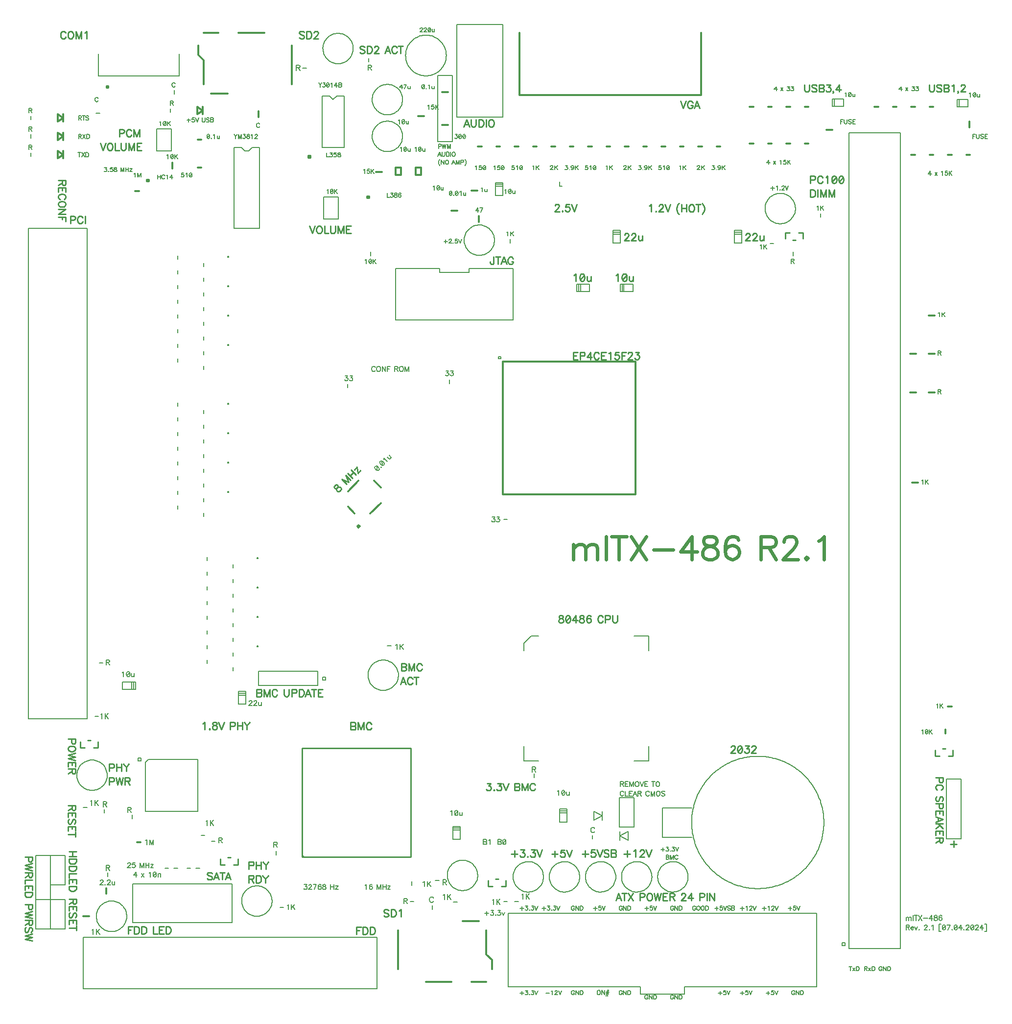
<source format=gbr>
%FSLAX34Y34*%
%MOMM*%
%LNSILK_TOP*%
G71*
G01*
%ADD10C, 0.20*%
%ADD11C, 0.16*%
%ADD12C, 0.30*%
%ADD13C, 0.15*%
%ADD14C, 0.13*%
%ADD15C, 0.15*%
%ADD16C, 0.25*%
%ADD17C, 0.15*%
%ADD18C, 0.60*%
%LPD*%
G54D10*
X34468Y1496085D02*
X34468Y1502435D01*
G54D10*
X34468Y1464335D02*
X34468Y1470685D01*
G54D11*
X31140Y1480337D02*
X34392Y1480337D01*
X35484Y1480692D01*
X35839Y1481073D01*
X36195Y1481784D01*
X36195Y1482522D01*
X35839Y1483233D01*
X35484Y1483588D01*
X34392Y1483944D01*
X31140Y1483944D01*
X31140Y1476375D01*
G54D11*
X33680Y1480337D02*
X36195Y1476375D01*
G54D10*
X34468Y1527835D02*
X34468Y1534185D01*
G54D11*
X31140Y1543837D02*
X34392Y1543837D01*
X35484Y1544192D01*
X35839Y1544573D01*
X36195Y1545284D01*
X36195Y1546022D01*
X35839Y1546733D01*
X35484Y1547088D01*
X34392Y1547444D01*
X31140Y1547444D01*
X31140Y1539875D01*
G54D11*
X33680Y1543837D02*
X36195Y1539875D01*
G54D10*
X42418Y180034D02*
X93218Y180034D01*
X93218Y129235D01*
X42418Y129235D01*
X42418Y256235D01*
X93218Y256235D01*
X93218Y205435D01*
X67818Y205435D01*
G54D12*
X80518Y1505610D02*
X90043Y1499260D01*
X80518Y1492910D01*
X80518Y1505610D01*
G54D12*
X90043Y1467510D02*
X80518Y1461160D01*
X80518Y1473860D01*
X90043Y1467510D01*
G54D12*
X90043Y1461160D02*
X90043Y1473860D01*
G54D12*
X90043Y1531010D02*
X80518Y1524660D01*
X80518Y1537360D01*
X90043Y1531010D01*
G54D12*
X90043Y1524660D02*
X90043Y1537360D01*
G54D10*
X140005Y127482D02*
X140843Y127914D01*
X142088Y129159D01*
X142088Y120421D01*
G54D10*
X147498Y129159D02*
X147498Y120421D01*
G54D10*
X153340Y129159D02*
X147498Y123317D01*
G54D10*
X149581Y125399D02*
X153340Y120421D01*
G54D12*
X164998Y189992D02*
X164998Y199999D01*
G54D12*
X135001Y151257D02*
X124994Y151257D01*
G54D10*
X167158Y226339D02*
X167158Y219989D01*
G54D10*
X164211Y235178D02*
X168046Y235178D01*
X169342Y235610D01*
X169748Y236016D01*
X170180Y236880D01*
X170180Y237744D01*
X169748Y238582D01*
X169342Y239013D01*
X168046Y239445D01*
X164211Y239445D01*
X164211Y230479D01*
G54D10*
X167208Y235178D02*
X170180Y230479D01*
G54D10*
X131242Y339496D02*
X124892Y339496D01*
G54D10*
X160909Y336346D02*
X160909Y329996D01*
G54D10*
X159207Y345186D02*
X163042Y345186D01*
X164338Y345592D01*
X164744Y346024D01*
X165176Y346888D01*
X165176Y347726D01*
X164744Y348589D01*
X164338Y349021D01*
X163042Y349453D01*
X159207Y349453D01*
X159207Y340487D01*
G54D10*
X162204Y345186D02*
X165176Y340487D01*
G54D10*
X137516Y349986D02*
X138328Y350418D01*
X139598Y351662D01*
X139598Y342899D01*
G54D10*
X145009Y351662D02*
X145009Y342899D01*
G54D10*
X150825Y351662D02*
X145009Y345821D01*
G54D10*
X147092Y347903D02*
X150825Y342899D01*
G54D10*
X151232Y496976D02*
X144882Y496976D01*
G54D10*
X155016Y499998D02*
X155829Y500405D01*
X157074Y501649D01*
X157074Y492912D01*
G54D10*
X162509Y501649D02*
X162509Y492912D01*
G54D10*
X168326Y501649D02*
X162509Y495833D01*
G54D10*
X164592Y497916D02*
X168326Y492912D01*
G54D10*
X152527Y589254D02*
X158877Y589254D01*
G54D13*
X192735Y555777D02*
X214960Y555777D01*
X214960Y543077D01*
X192735Y543077D01*
X192735Y555777D01*
G54D10*
X153543Y1538935D02*
X147193Y1538935D01*
G54D11*
X150495Y1564690D02*
X150139Y1565427D01*
X149428Y1566139D01*
X148692Y1566494D01*
X147244Y1566494D01*
X146532Y1566139D01*
X145821Y1565427D01*
X145440Y1564690D01*
X145085Y1563623D01*
X145085Y1561820D01*
X145440Y1560728D01*
X145821Y1560017D01*
X146532Y1559281D01*
X147244Y1558925D01*
X148692Y1558925D01*
X149428Y1559281D01*
X150139Y1560017D01*
X150495Y1560728D01*
G54D10*
X291110Y1641449D02*
X291110Y1603350D01*
X151410Y1603350D01*
X151410Y1641449D01*
G54D14*
X381812Y207061D02*
X210363Y207061D01*
X210363Y140386D01*
X381812Y140386D01*
X381812Y207061D01*
G54D12*
X217526Y279552D02*
X223876Y279552D01*
G54D10*
X201626Y241833D02*
X201626Y242240D01*
X202032Y243052D01*
X202438Y243459D01*
X203251Y243865D01*
X204876Y243865D01*
X205689Y243459D01*
X206096Y243052D01*
X206502Y242240D01*
X206502Y241427D01*
X206096Y240614D01*
X205283Y239395D01*
X201219Y235330D01*
X206908Y235330D01*
G54D10*
X214224Y243865D02*
X210160Y243865D01*
X209753Y240207D01*
X210160Y240614D01*
X211379Y241020D01*
X212598Y241020D01*
X213817Y240614D01*
X214630Y239801D01*
X215036Y238582D01*
X215036Y237769D01*
X214630Y236550D01*
X213817Y235737D01*
X212598Y235330D01*
X211379Y235330D01*
X210160Y235737D01*
X209753Y236143D01*
X209347Y236956D01*
G54D10*
X229667Y235330D02*
X229667Y243865D01*
X226416Y235330D01*
X223164Y243865D01*
X223164Y235330D01*
G54D10*
X232918Y243865D02*
X232918Y235330D01*
G54D10*
X238608Y243865D02*
X238608Y235330D01*
G54D10*
X232918Y239801D02*
X238608Y239801D01*
G54D10*
X241452Y241020D02*
X245923Y241020D01*
X241452Y235330D01*
X245923Y235330D01*
G54D10*
X215950Y219380D02*
X215950Y227914D01*
X211887Y222225D01*
X217983Y222225D01*
G54D10*
X225298Y225069D02*
X229768Y219380D01*
G54D10*
X229768Y225069D02*
X225298Y219380D01*
G54D10*
X238710Y226288D02*
X239522Y226694D01*
X240741Y227914D01*
X240741Y219380D01*
G54D10*
X248869Y227914D02*
X248056Y227914D01*
X246837Y227507D01*
X246024Y226288D01*
X245618Y224256D01*
X245618Y223037D01*
X246024Y221005D01*
X246837Y219786D01*
X248056Y219380D01*
X248869Y219380D01*
X250088Y219786D01*
X250901Y221005D01*
X251308Y223037D01*
X251308Y224256D01*
X250901Y226288D01*
X250088Y227507D01*
X248869Y227914D01*
G54D10*
X250901Y226288D02*
X246024Y221005D01*
G54D10*
X254152Y225069D02*
X254152Y219380D01*
G54D10*
X254152Y223443D02*
X255372Y224662D01*
X256184Y225069D01*
X257404Y225069D01*
X258216Y224662D01*
X258623Y223443D01*
X258623Y219380D01*
G54D10*
X209677Y326338D02*
X209677Y319989D01*
G54D10*
X201702Y335178D02*
X205562Y335178D01*
X206832Y335610D01*
X207264Y336016D01*
X207696Y336879D01*
X207696Y337744D01*
X207264Y338582D01*
X206832Y339013D01*
X205562Y339445D01*
X201702Y339445D01*
X201702Y330479D01*
G54D10*
X204698Y335178D02*
X207696Y330479D01*
G54D10*
X220015Y424992D02*
X224993Y424992D01*
X224993Y419989D01*
X220015Y419989D01*
X220015Y424992D01*
G54D10*
X237515Y422503D02*
X322504Y422503D01*
X322504Y332485D01*
X232512Y332485D01*
X232512Y417499D01*
X237515Y422503D01*
G54D13*
X208610Y555777D02*
X208610Y543077D01*
G54D13*
X211785Y555777D02*
X211785Y543077D01*
G54D12*
X214630Y1404060D02*
X220980Y1404060D01*
G54D10*
X288138Y234061D02*
X281788Y234061D01*
G54D10*
X326238Y234061D02*
X319888Y234061D01*
G54D10*
X310362Y234061D02*
X304012Y234061D01*
G54D10*
X328778Y290932D02*
X335128Y290932D01*
G54D10*
X339268Y613435D02*
X339268Y619785D01*
G54D10*
X339268Y638835D02*
X339268Y645185D01*
G54D10*
X339268Y689635D02*
X339268Y695985D01*
G54D10*
X339268Y715035D02*
X339268Y721385D01*
G54D10*
X339268Y765835D02*
X339268Y772185D01*
G54D10*
X288468Y854735D02*
X288468Y861085D01*
G54D10*
X332918Y842035D02*
X332918Y848385D01*
G54D10*
X288468Y880135D02*
X288468Y886485D01*
G54D10*
X332918Y867435D02*
X332918Y873785D01*
G54D10*
X288468Y930935D02*
X288468Y937285D01*
G54D10*
X332918Y918235D02*
X332918Y924585D01*
G54D10*
X288468Y905535D02*
X288468Y911885D01*
G54D10*
X288468Y956335D02*
X288468Y962685D01*
G54D10*
X332918Y943635D02*
X332918Y949985D01*
G54D10*
X288468Y1007135D02*
X288468Y1013485D01*
G54D10*
X332918Y994435D02*
X332918Y1000785D01*
G54D10*
X288468Y981735D02*
X288468Y988085D01*
G54D10*
X288468Y1032535D02*
X288468Y1038885D01*
G54D10*
X332918Y1019835D02*
X332918Y1026185D01*
G54D10*
X288468Y1108735D02*
X288468Y1115085D01*
G54D10*
X332918Y1096035D02*
X332918Y1102385D01*
G54D10*
X288468Y1184935D02*
X288468Y1191285D01*
G54D10*
X332918Y1172235D02*
X332918Y1178585D01*
G54D10*
X288468Y1159535D02*
X288468Y1165885D01*
G54D10*
X332918Y1146835D02*
X332918Y1153185D01*
G54D10*
X288468Y1134135D02*
X288468Y1140485D01*
G54D10*
X288468Y1261135D02*
X288468Y1267485D01*
G54D10*
X332918Y1248435D02*
X332918Y1254785D01*
G54D10*
X288468Y1235735D02*
X288468Y1242085D01*
G54D10*
X332918Y1223035D02*
X332918Y1229385D01*
G54D10*
X288468Y1210335D02*
X288468Y1216685D01*
G54D10*
X288468Y1286535D02*
X288468Y1292885D01*
G54D12*
X278917Y1453438D02*
X278917Y1443456D01*
G54D12*
X322580Y1445336D02*
X328930Y1445336D01*
G54D12*
X322580Y1492961D02*
X328930Y1492961D01*
G54D10*
X282118Y1572285D02*
X282118Y1578635D01*
G54D10*
X275768Y1540535D02*
X275768Y1546885D01*
G54D11*
X275616Y1556537D02*
X278866Y1556537D01*
X279959Y1556892D01*
X280314Y1557274D01*
X280670Y1557985D01*
X280670Y1558721D01*
X280314Y1559433D01*
X279959Y1559788D01*
X278866Y1560144D01*
X275616Y1560144D01*
X275616Y1552575D01*
G54D11*
X278155Y1556537D02*
X280670Y1552575D01*
G54D12*
X331343Y1543710D02*
X321818Y1537360D01*
X321818Y1550060D01*
X331343Y1543710D01*
G54D12*
X331343Y1537360D02*
X331343Y1550060D01*
G54D12*
X332943Y1589176D02*
X332943Y1630451D01*
X323418Y1639976D01*
X323418Y1655851D01*
G54D10*
X383718Y575335D02*
X383718Y581685D01*
G54D13*
X393548Y517728D02*
X393548Y539953D01*
X406248Y539953D01*
X406248Y517728D01*
X393548Y517728D01*
G54D13*
X393548Y533603D02*
X406248Y533603D01*
G54D13*
X393548Y536778D02*
X406248Y536778D01*
G54D10*
X383718Y600735D02*
X383718Y607085D01*
G54D10*
X383718Y651535D02*
X383718Y657885D01*
G54D10*
X383718Y626135D02*
X383718Y632485D01*
G54D10*
X383718Y676935D02*
X383718Y683285D01*
G54D10*
X383718Y727735D02*
X383718Y734085D01*
G54D10*
X383718Y702335D02*
X383718Y708685D01*
G54D10*
X383718Y753135D02*
X383718Y759485D01*
G54D10*
X374650Y883437D02*
X374650Y885444D01*
X376656Y885444D01*
X376656Y883437D01*
X374650Y883437D01*
G54D10*
X374650Y934237D02*
X374650Y936244D01*
X376656Y936244D01*
X376656Y934237D01*
X374650Y934237D01*
G54D10*
X374650Y985037D02*
X374650Y987043D01*
X376656Y987043D01*
X376656Y985037D01*
X374650Y985037D01*
G54D10*
X374650Y1035837D02*
X374650Y1037843D01*
X376656Y1037843D01*
X376656Y1035837D01*
X374650Y1035837D01*
G54D10*
X374650Y1188237D02*
X374650Y1190244D01*
X376656Y1190244D01*
X376656Y1188237D01*
X374650Y1188237D01*
G54D10*
X374650Y1137437D02*
X374650Y1139444D01*
X376656Y1139444D01*
X376656Y1137437D01*
X374650Y1137437D01*
G54D10*
X374650Y1239037D02*
X374650Y1241043D01*
X376656Y1241043D01*
X376656Y1239037D01*
X374650Y1239037D01*
G54D10*
X374650Y1289837D02*
X374650Y1291843D01*
X376656Y1291843D01*
X376656Y1289837D01*
X374650Y1289837D01*
G54D10*
X385318Y1340510D02*
X429768Y1340510D01*
X429768Y1480210D01*
X417068Y1480210D01*
X410718Y1473860D01*
X404368Y1473860D01*
X398018Y1480210D01*
X385318Y1480210D01*
X385318Y1340510D01*
G54D10*
X471246Y166548D02*
X464896Y166548D01*
G54D10*
X477494Y170002D02*
X478333Y170408D01*
X479578Y171653D01*
X479578Y162915D01*
G54D10*
X484988Y171653D02*
X484988Y162915D01*
G54D10*
X490830Y171653D02*
X484988Y165837D01*
G54D10*
X487070Y167919D02*
X490830Y162915D01*
G54D10*
X458444Y263728D02*
X458444Y257377D01*
G54D10*
X454203Y275184D02*
X458038Y275184D01*
X459334Y275590D01*
X459765Y276022D01*
X460172Y276885D01*
X460172Y277723D01*
X459765Y278586D01*
X459334Y279019D01*
X458038Y279451D01*
X454203Y279451D01*
X454203Y270484D01*
G54D10*
X457200Y275184D02*
X460172Y270484D01*
G54D10*
X529996Y549986D02*
X427508Y549986D01*
X427508Y575004D01*
X529996Y575004D01*
X529996Y549986D01*
G54D10*
X425450Y616737D02*
X425450Y618744D01*
X427456Y618744D01*
X427456Y616737D01*
X425450Y616737D01*
G54D10*
X425450Y667537D02*
X425450Y669543D01*
X427456Y669543D01*
X427456Y667537D01*
X425450Y667537D01*
G54D10*
X425450Y718337D02*
X425450Y720343D01*
X427456Y720343D01*
X427456Y718337D01*
X425450Y718337D01*
G54D10*
X425450Y769137D02*
X425450Y771144D01*
X427456Y771144D01*
X427456Y769137D01*
X425450Y769137D01*
G54D12*
X428193Y1532356D02*
X428193Y1542339D01*
G54D12*
X485343Y1655851D02*
X485343Y1589176D01*
G54D10*
X538506Y564134D02*
X543509Y564134D01*
X543509Y559129D01*
X538506Y559129D01*
X538506Y564134D01*
G54D15*
X540893Y1394485D02*
X566293Y1394485D01*
X566293Y1356385D01*
X540893Y1356385D01*
X540893Y1394485D01*
G54D11*
X546151Y1406042D02*
X546862Y1406372D01*
X547903Y1407439D01*
X547903Y1400098D01*
G54D11*
X554888Y1407439D02*
X554202Y1407439D01*
X553136Y1407083D01*
X552450Y1406042D01*
X552094Y1404289D01*
X552094Y1403248D01*
X552450Y1401496D01*
X553136Y1400454D01*
X554202Y1400098D01*
X554888Y1400098D01*
X555930Y1400454D01*
X556641Y1401496D01*
X556996Y1403248D01*
X556996Y1404289D01*
X556641Y1406042D01*
X555930Y1407083D01*
X554888Y1407439D01*
G54D11*
X556641Y1406042D02*
X552450Y1401496D01*
G54D11*
X559435Y1407439D02*
X559435Y1400098D01*
G54D11*
X564338Y1407439D02*
X559435Y1402537D01*
G54D11*
X561188Y1404289D02*
X564338Y1400098D01*
G54D16*
X514858Y1463700D02*
X516128Y1463700D01*
G54D16*
X517398Y1462430D02*
X517398Y1466240D01*
X513588Y1466240D01*
X513588Y1462430D01*
X517398Y1462430D01*
G54D11*
X545440Y1470889D02*
X545440Y1463573D01*
X549631Y1463573D01*
G54D11*
X551714Y1470889D02*
X555548Y1470889D01*
X553466Y1468119D01*
X554508Y1468119D01*
X555193Y1467764D01*
X555548Y1467408D01*
X555904Y1466367D01*
X555904Y1465682D01*
X555548Y1464640D01*
X554863Y1463929D01*
X553796Y1463573D01*
X552754Y1463573D01*
X551714Y1463929D01*
X551358Y1464284D01*
X551028Y1464970D01*
G54D11*
X562153Y1470889D02*
X558673Y1470889D01*
X558343Y1467764D01*
X558673Y1468119D01*
X559740Y1468450D01*
X560782Y1468450D01*
X561822Y1468119D01*
X562508Y1467408D01*
X562864Y1466367D01*
X562864Y1465682D01*
X562508Y1464640D01*
X561822Y1463929D01*
X560782Y1463573D01*
X559740Y1463573D01*
X558673Y1463929D01*
X558343Y1464284D01*
X557988Y1464970D01*
G54D11*
X568096Y1470889D02*
X566700Y1470889D01*
X565658Y1470558D01*
X565302Y1469847D01*
X565302Y1469161D01*
X565658Y1468450D01*
X566344Y1468119D01*
X567740Y1467764D01*
X568782Y1467408D01*
X569468Y1466722D01*
X569824Y1466011D01*
X569824Y1464970D01*
X569468Y1464284D01*
X569138Y1463929D01*
X568096Y1463573D01*
X566700Y1463573D01*
X565658Y1463929D01*
X565302Y1464284D01*
X564947Y1464970D01*
X564947Y1466011D01*
X565302Y1466722D01*
X565988Y1467408D01*
X567030Y1467764D01*
X568426Y1468119D01*
X569138Y1468450D01*
X569468Y1469161D01*
X569468Y1469847D01*
X569138Y1470558D01*
X568096Y1470889D01*
G54D10*
X575818Y1480210D02*
X575818Y1569110D01*
X563118Y1569110D01*
X556768Y1562760D01*
X550418Y1569110D01*
X537718Y1569110D01*
X537718Y1480210D01*
X575818Y1480210D01*
G54D10*
X504368Y1616735D02*
X510718Y1616735D01*
G54D16*
X592861Y486333D02*
X587426Y486333D01*
X587426Y473634D01*
X592861Y473634D01*
X594665Y474243D01*
X595274Y474853D01*
X595884Y476046D01*
X595884Y477876D01*
X595274Y479069D01*
X594665Y479679D01*
X592861Y480288D01*
X594665Y480898D01*
X595274Y481482D01*
X595884Y482701D01*
X595884Y483921D01*
X595274Y485115D01*
X594665Y485724D01*
X592861Y486333D01*
G54D16*
X587426Y480288D02*
X592861Y480288D01*
G54D16*
X609778Y473634D02*
X609778Y486333D01*
X604952Y473634D01*
X600126Y486333D01*
X600126Y473634D01*
G54D16*
X623088Y483310D02*
X622478Y484505D01*
X621284Y485724D01*
X620065Y486333D01*
X617652Y486333D01*
X616432Y485724D01*
X615239Y484505D01*
X614630Y483310D01*
X614020Y481482D01*
X614020Y478459D01*
X614630Y476656D01*
X615239Y475437D01*
X616432Y474243D01*
X617652Y473634D01*
X620065Y473634D01*
X621284Y474243D01*
X622478Y475437D01*
X623088Y476656D01*
G54D12*
X603224Y825093D02*
X600990Y822858D01*
X598728Y825093D01*
X600990Y827353D01*
X603224Y825093D01*
G54D12*
X594233Y847547D02*
X583032Y858774D01*
G54D12*
X639140Y865505D02*
X621182Y847547D01*
G54D10*
X582066Y1070864D02*
X582066Y1064513D01*
G54D10*
X621843Y1292885D02*
X621843Y1299235D01*
G54D16*
X616458Y1393850D02*
X617728Y1393850D01*
G54D16*
X618998Y1392580D02*
X618998Y1396390D01*
X615188Y1396390D01*
X615188Y1392580D01*
X618998Y1392580D01*
G54D12*
X641122Y1437361D02*
X631140Y1437361D01*
G54D11*
X609651Y1440967D02*
X610362Y1441323D01*
X611403Y1442364D01*
X611403Y1435024D01*
G54D11*
X619786Y1442364D02*
X616280Y1442364D01*
X615950Y1439214D01*
X616280Y1439570D01*
X617347Y1439925D01*
X618388Y1439925D01*
X619430Y1439570D01*
X620141Y1438859D01*
X620496Y1437817D01*
X620496Y1437132D01*
X620141Y1436065D01*
X619430Y1435379D01*
X618388Y1435024D01*
X617347Y1435024D01*
X616280Y1435379D01*
X615950Y1435735D01*
X615594Y1436421D01*
G54D11*
X622935Y1442364D02*
X622935Y1435024D01*
G54D11*
X627838Y1442364D02*
X622935Y1437461D01*
G54D11*
X624688Y1439214D02*
X627838Y1435024D01*
G54D10*
X618668Y1627835D02*
X618668Y1634185D01*
G54D10*
X617194Y1618056D02*
X621030Y1618056D01*
X622326Y1618487D01*
X622732Y1618894D01*
X623164Y1619757D01*
X623164Y1620621D01*
X622732Y1621459D01*
X622326Y1621891D01*
X621030Y1622323D01*
X617194Y1622323D01*
X617194Y1613357D01*
G54D10*
X620192Y1618056D02*
X623164Y1613357D01*
G54D12*
X669442Y59944D02*
X669442Y126619D01*
G54D10*
X690118Y176860D02*
X696468Y176860D01*
G54D10*
X679222Y177673D02*
X683057Y177673D01*
X684326Y178104D01*
X684758Y178536D01*
X685190Y179374D01*
X685190Y180238D01*
X684758Y181076D01*
X684326Y181508D01*
X683057Y181940D01*
X679222Y181940D01*
X679222Y172974D01*
G54D10*
X682193Y177673D02*
X685190Y172974D01*
G54D10*
X664998Y619988D02*
X665836Y620420D01*
X667080Y621664D01*
X667080Y612901D01*
G54D10*
X672490Y621664D02*
X672490Y612901D01*
G54D10*
X678332Y621664D02*
X672490Y615823D01*
G54D10*
X674574Y617906D02*
X678332Y612901D01*
G54D12*
X709168Y1445285D02*
X709168Y1432585D01*
X699643Y1432585D01*
X699643Y1445285D01*
X709168Y1445285D01*
G54D12*
X674243Y1445285D02*
X674243Y1432585D01*
X664718Y1432585D01*
X664718Y1445285D01*
X674243Y1445285D01*
G54D11*
X673151Y1479067D02*
X673862Y1479423D01*
X674903Y1480464D01*
X674903Y1473123D01*
G54D11*
X681888Y1480464D02*
X681202Y1480464D01*
X680136Y1480108D01*
X679450Y1479067D01*
X679094Y1477315D01*
X679094Y1476273D01*
X679450Y1474520D01*
X680136Y1473479D01*
X681202Y1473123D01*
X681888Y1473123D01*
X682955Y1473479D01*
X683641Y1474520D01*
X683996Y1476273D01*
X683996Y1477315D01*
X683641Y1479067D01*
X682955Y1480108D01*
X681888Y1480464D01*
G54D11*
X683641Y1479067D02*
X679450Y1474520D01*
G54D11*
X686435Y1478026D02*
X686435Y1474520D01*
X686790Y1473479D01*
X687502Y1473123D01*
X688544Y1473123D01*
X689229Y1473479D01*
X690296Y1474520D01*
G54D11*
X690296Y1478026D02*
X690296Y1473123D01*
G54D11*
X698551Y1479067D02*
X699262Y1479423D01*
X700304Y1480464D01*
X700304Y1473123D01*
G54D11*
X707288Y1480464D02*
X706602Y1480464D01*
X705536Y1480108D01*
X704850Y1479067D01*
X704494Y1477315D01*
X704494Y1476273D01*
X704850Y1474520D01*
X705536Y1473479D01*
X706602Y1473123D01*
X707288Y1473123D01*
X708355Y1473479D01*
X709041Y1474520D01*
X709397Y1476273D01*
X709397Y1477315D01*
X709041Y1479067D01*
X708355Y1480108D01*
X707288Y1480464D01*
G54D11*
X709041Y1479067D02*
X704850Y1474520D01*
G54D11*
X711835Y1478026D02*
X711835Y1474520D01*
X712190Y1473479D01*
X712902Y1473123D01*
X713943Y1473123D01*
X714629Y1473479D01*
X715696Y1474520D01*
G54D11*
X715696Y1478026D02*
X715696Y1473123D01*
G54D11*
X669976Y1526692D02*
X670687Y1527048D01*
X671728Y1528089D01*
X671728Y1520748D01*
G54D11*
X678714Y1528089D02*
X678028Y1528089D01*
X676961Y1527733D01*
X676275Y1526692D01*
X675920Y1524940D01*
X675920Y1523898D01*
X676275Y1522145D01*
X676961Y1521104D01*
X678028Y1520748D01*
X678714Y1520748D01*
X679780Y1521104D01*
X680466Y1522145D01*
X680822Y1523898D01*
X680822Y1524940D01*
X680466Y1526692D01*
X679780Y1527733D01*
X678714Y1528089D01*
G54D11*
X680466Y1526692D02*
X676275Y1522145D01*
G54D11*
X683260Y1525651D02*
X683260Y1522145D01*
X683616Y1521104D01*
X684326Y1520748D01*
X685368Y1520748D01*
X686054Y1521104D01*
X687121Y1522145D01*
G54D11*
X687121Y1525651D02*
X687121Y1520748D01*
G54D12*
X714146Y1534210D02*
X704164Y1534210D01*
G54D10*
X765252Y175945D02*
X771602Y175945D01*
G54D10*
X747496Y187503D02*
X748335Y187909D01*
X749580Y189153D01*
X749580Y180416D01*
G54D10*
X754990Y189153D02*
X754990Y180416D01*
G54D10*
X760832Y189153D02*
X754990Y183336D01*
G54D10*
X757072Y185420D02*
X760832Y180416D01*
G54D10*
X739902Y213131D02*
X733552Y213131D01*
G54D13*
X776452Y306552D02*
X776452Y284327D01*
X763752Y284327D01*
X763752Y306552D01*
X776452Y306552D01*
G54D10*
X759994Y332410D02*
X760806Y332841D01*
X762051Y334061D01*
X762051Y325399D01*
G54D10*
X770306Y334061D02*
X769493Y334061D01*
X768248Y333654D01*
X767436Y332410D01*
X767004Y330352D01*
X767004Y329108D01*
X767436Y327050D01*
X768248Y325805D01*
X769493Y325399D01*
X770306Y325399D01*
X771550Y325805D01*
X772388Y327050D01*
X772795Y329108D01*
X772795Y330352D01*
X772388Y332410D01*
X771550Y333654D01*
X770306Y334061D01*
G54D10*
X772388Y332410D02*
X767436Y327050D01*
G54D10*
X775690Y331165D02*
X775690Y327050D01*
X776097Y325805D01*
X776936Y325399D01*
X778180Y325399D01*
X778993Y325805D01*
X780238Y327050D01*
G54D10*
X780238Y331165D02*
X780238Y325399D01*
G54D13*
X763752Y303378D02*
X776452Y303378D01*
G54D13*
X763752Y300202D02*
X776452Y300202D01*
G54D10*
X757733Y1078382D02*
X757733Y1072032D01*
G54D10*
X752044Y1093876D02*
X756514Y1093876D01*
X754075Y1090625D01*
X755294Y1090625D01*
X756107Y1090218D01*
X756514Y1089812D01*
X756920Y1088593D01*
X756920Y1087780D01*
X756514Y1086560D01*
X755700Y1085748D01*
X754482Y1085341D01*
X753262Y1085341D01*
X752044Y1085748D01*
X751637Y1086154D01*
X751230Y1086967D01*
G54D10*
X760172Y1093876D02*
X764642Y1093876D01*
X762203Y1090625D01*
X763422Y1090625D01*
X764235Y1090218D01*
X764642Y1089812D01*
X765048Y1088593D01*
X765048Y1087780D01*
X764642Y1086560D01*
X763829Y1085748D01*
X762610Y1085341D01*
X761390Y1085341D01*
X760172Y1085748D01*
X759765Y1086154D01*
X759358Y1086967D01*
G54D10*
X740918Y1270660D02*
X664718Y1270660D01*
X664718Y1181760D01*
X867918Y1181760D01*
X867918Y1270660D01*
X791718Y1270660D01*
X791718Y1264310D01*
X740918Y1264310D01*
X740918Y1270660D01*
G54D11*
X751713Y1320520D02*
X751713Y1314323D01*
G54D11*
X748640Y1317421D02*
X754812Y1317421D01*
G54D11*
X757580Y1319834D02*
X757580Y1320164D01*
X757911Y1320850D01*
X758266Y1321206D01*
X758952Y1321536D01*
X760324Y1321536D01*
X761010Y1321206D01*
X761340Y1320850D01*
X761696Y1320164D01*
X761696Y1319478D01*
X761340Y1318793D01*
X760654Y1317777D01*
X757225Y1314323D01*
X762026Y1314323D01*
G54D11*
X765124Y1314678D02*
X764794Y1315009D01*
X764438Y1314678D01*
X764794Y1314323D01*
X765124Y1314678D01*
G54D11*
X771652Y1321536D02*
X768223Y1321536D01*
X767892Y1318463D01*
X768223Y1318793D01*
X769264Y1319149D01*
X770280Y1319149D01*
X771322Y1318793D01*
X772008Y1318107D01*
X772338Y1317091D01*
X772338Y1316380D01*
X772008Y1315364D01*
X771322Y1314678D01*
X770280Y1314323D01*
X769264Y1314323D01*
X768223Y1314678D01*
X767892Y1315009D01*
X767537Y1315695D01*
G54D11*
X773735Y1321536D02*
X776478Y1314323D01*
X779221Y1321536D01*
G54D12*
X761314Y1370634D02*
X771296Y1370634D01*
G54D11*
X760603Y1404213D02*
X759918Y1404213D01*
X758876Y1403858D01*
X758164Y1402816D01*
X757834Y1401089D01*
X757834Y1400048D01*
X758164Y1398295D01*
X758876Y1397254D01*
X759918Y1396923D01*
X760603Y1396923D01*
X761644Y1397254D01*
X762356Y1398295D01*
X762686Y1400048D01*
X762686Y1401089D01*
X762356Y1402816D01*
X761644Y1403858D01*
X760603Y1404213D01*
G54D11*
X762356Y1402816D02*
X758164Y1398295D01*
G54D11*
X765835Y1397254D02*
X765480Y1397609D01*
X765124Y1397254D01*
X765480Y1396923D01*
X765835Y1397254D01*
G54D11*
X771042Y1404213D02*
X770331Y1404213D01*
X769290Y1403858D01*
X768604Y1402816D01*
X768248Y1401089D01*
X768248Y1400048D01*
X768604Y1398295D01*
X769290Y1397254D01*
X770331Y1396923D01*
X771042Y1396923D01*
X772084Y1397254D01*
X772770Y1398295D01*
X773126Y1400048D01*
X773126Y1401089D01*
X772770Y1402816D01*
X772084Y1403858D01*
X771042Y1404213D01*
G54D11*
X772770Y1402816D02*
X768604Y1398295D01*
G54D11*
X776250Y1402816D02*
X776960Y1403172D01*
X778002Y1404213D01*
X778002Y1396923D01*
G54D11*
X782523Y1401775D02*
X782523Y1398295D01*
X782854Y1397254D01*
X783564Y1396923D01*
X784606Y1396923D01*
X785292Y1397254D01*
X786333Y1398295D01*
G54D11*
X786333Y1401775D02*
X786333Y1396923D01*
G54D10*
X737743Y1489735D02*
X737743Y1604035D01*
X763143Y1604035D01*
X763143Y1489735D01*
X737743Y1489735D01*
G54D11*
X739114Y1481784D02*
X742188Y1481784D01*
X743230Y1482140D01*
X743585Y1482470D01*
X743915Y1483156D01*
X743915Y1484198D01*
X743585Y1484884D01*
X743230Y1485240D01*
X742188Y1485569D01*
X739114Y1485569D01*
X739114Y1478356D01*
G54D11*
X745642Y1485569D02*
X747344Y1478356D01*
X749071Y1485569D01*
X750799Y1478356D01*
X752500Y1485569D01*
G54D11*
X760070Y1478356D02*
X760070Y1485569D01*
X757326Y1478356D01*
X754583Y1485569D01*
X754583Y1478356D01*
G54D11*
X743585Y1464615D02*
X740816Y1471828D01*
X738074Y1464615D01*
G54D11*
X739114Y1467002D02*
X742544Y1467002D01*
G54D11*
X745287Y1471828D02*
X745287Y1466672D01*
X745642Y1465630D01*
X746328Y1464944D01*
X747344Y1464615D01*
X748056Y1464615D01*
X749071Y1464944D01*
X749757Y1465630D01*
X750113Y1466672D01*
X750113Y1471828D01*
G54D11*
X755269Y1471828D02*
X752856Y1471828D01*
X752856Y1464615D01*
X755269Y1464615D01*
X756285Y1464944D01*
X756971Y1465630D01*
X757326Y1466316D01*
X757656Y1467358D01*
X757656Y1469085D01*
X757326Y1470101D01*
X756971Y1470787D01*
X756285Y1471472D01*
X755269Y1471828D01*
G54D11*
X760070Y1471828D02*
X760070Y1464615D01*
G54D11*
X765912Y1471828D02*
X764540Y1471828D01*
X763854Y1471472D01*
X763168Y1470787D01*
X762812Y1470101D01*
X762482Y1469085D01*
X762482Y1467358D01*
X762812Y1466316D01*
X763168Y1465630D01*
X763854Y1464944D01*
X764540Y1464615D01*
X765912Y1464615D01*
X766597Y1464944D01*
X767284Y1465630D01*
X767639Y1466316D01*
X767969Y1467358D01*
X767969Y1469085D01*
X767639Y1470101D01*
X767284Y1470787D01*
X766597Y1471472D01*
X765912Y1471828D01*
G54D11*
X741502Y1459458D02*
X740816Y1458772D01*
X740131Y1457731D01*
X739445Y1456360D01*
X739114Y1454632D01*
X739114Y1453261D01*
X739445Y1451533D01*
X740131Y1450162D01*
X740816Y1449146D01*
X741502Y1448460D01*
G54D11*
X748742Y1458061D02*
X748742Y1450847D01*
X743915Y1458061D01*
X743915Y1450847D01*
G54D11*
X754583Y1458061D02*
X753212Y1458061D01*
X752500Y1457731D01*
X751814Y1457046D01*
X751484Y1456360D01*
X751128Y1455318D01*
X751128Y1453616D01*
X751484Y1452575D01*
X751814Y1451889D01*
X752500Y1451203D01*
X753212Y1450847D01*
X754583Y1450847D01*
X755269Y1451203D01*
X755955Y1451889D01*
X756285Y1452575D01*
X756640Y1453616D01*
X756640Y1455318D01*
X756285Y1456360D01*
X755955Y1457046D01*
X755269Y1457731D01*
X754583Y1458061D01*
G54D11*
X767969Y1450847D02*
X765226Y1458061D01*
X762482Y1450847D01*
G54D11*
X763524Y1453261D02*
X766953Y1453261D01*
G54D11*
X775208Y1450847D02*
X775208Y1458061D01*
X772440Y1450847D01*
X769696Y1458061D01*
X769696Y1450847D01*
G54D11*
X777951Y1454302D02*
X781050Y1454302D01*
X782066Y1454632D01*
X782422Y1454988D01*
X782752Y1455674D01*
X782752Y1456690D01*
X782422Y1457375D01*
X782066Y1457731D01*
X781050Y1458061D01*
X777951Y1458061D01*
X777951Y1450847D01*
G54D11*
X784834Y1459458D02*
X785520Y1458772D01*
X786206Y1457731D01*
X786892Y1456360D01*
X787222Y1454632D01*
X787222Y1453261D01*
X786892Y1451533D01*
X786206Y1450162D01*
X785520Y1449146D01*
X784834Y1448460D01*
G54D12*
X755422Y1575485D02*
X745439Y1575485D01*
G54D12*
X755422Y1518335D02*
X745439Y1518335D01*
G54D12*
X821842Y126619D02*
X821842Y85343D01*
X831368Y75819D01*
X831368Y59944D01*
G54D10*
X877443Y176860D02*
X871093Y176860D01*
G54D10*
X852043Y176860D02*
X858393Y176860D01*
G54D10*
X832308Y178917D02*
X833146Y179323D01*
X834390Y180593D01*
X834390Y171830D01*
G54D10*
X839800Y180593D02*
X839800Y171830D01*
G54D10*
X845616Y180593D02*
X839800Y174752D01*
G54D10*
X841883Y176834D02*
X845616Y171830D01*
G54D10*
X822376Y160045D02*
X822376Y152730D01*
G54D10*
X818718Y156388D02*
X826034Y156388D01*
G54D10*
X829691Y161264D02*
X834162Y161264D01*
X831723Y158013D01*
X832942Y158013D01*
X833755Y157606D01*
X834162Y157200D01*
X834568Y155981D01*
X834568Y155169D01*
X834162Y153949D01*
X833348Y153136D01*
X832130Y152730D01*
X830910Y152730D01*
X829691Y153136D01*
X829285Y153543D01*
X828878Y154356D01*
G54D10*
X838226Y153136D02*
X837819Y153543D01*
X837412Y153136D01*
X837819Y152730D01*
X838226Y153136D01*
G54D10*
X841883Y161264D02*
X846354Y161264D01*
X843915Y158013D01*
X845134Y158013D01*
X845947Y157606D01*
X846354Y157200D01*
X846760Y155981D01*
X846760Y155169D01*
X846354Y153949D01*
X845540Y153136D01*
X844321Y152730D01*
X843102Y152730D01*
X841883Y153136D01*
X841476Y153543D01*
X841070Y154356D01*
G54D10*
X848792Y158419D02*
X851230Y152730D01*
X853668Y158419D01*
G54D10*
X858393Y837260D02*
X852043Y837260D01*
G54D10*
X832028Y841375D02*
X836498Y841375D01*
X834060Y838123D01*
X835279Y838123D01*
X836092Y837717D01*
X836498Y837311D01*
X836904Y836091D01*
X836904Y835278D01*
X836498Y834059D01*
X835686Y833246D01*
X834466Y832840D01*
X833247Y832840D01*
X832028Y833246D01*
X831622Y833653D01*
X831215Y834466D01*
G54D10*
X840156Y841375D02*
X844626Y841375D01*
X842188Y838123D01*
X843407Y838123D01*
X844220Y837717D01*
X844626Y837311D01*
X845032Y836091D01*
X845032Y835278D01*
X844626Y834059D01*
X843814Y833246D01*
X842594Y832840D01*
X841375Y832840D01*
X840156Y833246D01*
X839750Y833653D01*
X839343Y834466D01*
G54D10*
X846810Y1114602D02*
X842798Y1114602D01*
X842798Y1118590D01*
X846810Y1118590D01*
X846810Y1114602D01*
G54D10*
X863142Y1321460D02*
X863142Y1315110D01*
G54D11*
X857326Y1333068D02*
X858012Y1333423D01*
X859079Y1334490D01*
X859079Y1327099D01*
G54D11*
X863651Y1334490D02*
X863651Y1327099D01*
G54D11*
X868604Y1334490D02*
X863651Y1329563D01*
G54D11*
X865429Y1331315D02*
X868604Y1327099D01*
G54D13*
X838048Y1419097D02*
X850748Y1419097D01*
X850748Y1396873D01*
X838048Y1396873D01*
X838048Y1419097D01*
G54D13*
X838048Y1412748D02*
X850748Y1412748D01*
G54D13*
X838048Y1415923D02*
X850748Y1415923D01*
G54D11*
X812876Y1409294D02*
X813588Y1409649D01*
X814628Y1410690D01*
X814628Y1403299D01*
G54D11*
X819226Y1408227D02*
X819226Y1404696D01*
X819582Y1403654D01*
X820293Y1403299D01*
X821334Y1403299D01*
X822046Y1403654D01*
X823112Y1404696D01*
G54D11*
X823112Y1408227D02*
X823112Y1403299D01*
G54D11*
X854126Y1406042D02*
X854837Y1406397D01*
X855878Y1407439D01*
X855878Y1400098D01*
G54D11*
X862863Y1407439D02*
X862178Y1407439D01*
X861111Y1407083D01*
X860425Y1406042D01*
X860070Y1404289D01*
X860070Y1403248D01*
X860425Y1401496D01*
X861111Y1400454D01*
X862178Y1400098D01*
X862863Y1400098D01*
X863930Y1400454D01*
X864616Y1401496D01*
X864972Y1403248D01*
X864972Y1404289D01*
X864616Y1406042D01*
X863930Y1407083D01*
X862863Y1407439D01*
G54D11*
X864616Y1406042D02*
X860425Y1401496D01*
G54D11*
X867410Y1405000D02*
X867410Y1401496D01*
X867766Y1400454D01*
X868476Y1400098D01*
X869518Y1400098D01*
X870204Y1400454D01*
X871270Y1401496D01*
G54D11*
X871270Y1405000D02*
X871270Y1400098D01*
G54D12*
X807593Y1481784D02*
X813943Y1481784D01*
G54D12*
X839343Y1481784D02*
X845693Y1481784D01*
G54D12*
X871093Y1481784D02*
X877443Y1481784D01*
G54D11*
X835050Y1447164D02*
X835736Y1447520D01*
X836752Y1448536D01*
X836752Y1441323D01*
G54D11*
X845007Y1448536D02*
X841578Y1448536D01*
X841222Y1445463D01*
X841578Y1445793D01*
X842594Y1446149D01*
X843636Y1446149D01*
X844677Y1445793D01*
X845363Y1445107D01*
X845693Y1444091D01*
X845693Y1443380D01*
X845363Y1442364D01*
X844677Y1441678D01*
X843636Y1441323D01*
X842594Y1441323D01*
X841578Y1441678D01*
X841222Y1442009D01*
X840892Y1442695D01*
G54D11*
X850519Y1448536D02*
X849833Y1448536D01*
X848792Y1448206D01*
X848106Y1447164D01*
X847750Y1445463D01*
X847750Y1444421D01*
X848106Y1442695D01*
X848792Y1441678D01*
X849833Y1441323D01*
X850519Y1441323D01*
X851535Y1441678D01*
X852221Y1442695D01*
X852576Y1444421D01*
X852576Y1445463D01*
X852221Y1447164D01*
X851535Y1448206D01*
X850519Y1448536D01*
G54D11*
X852221Y1447164D02*
X848106Y1442695D01*
G54D11*
X924840Y18846D02*
X931037Y18846D01*
G54D11*
X934466Y21590D02*
X935152Y21945D01*
X936193Y22962D01*
X936193Y15748D01*
G54D11*
X940664Y21259D02*
X940664Y21590D01*
X940994Y22276D01*
X941349Y22631D01*
X942035Y22962D01*
X943406Y22962D01*
X944092Y22631D01*
X944448Y22276D01*
X944778Y21590D01*
X944778Y20904D01*
X944448Y20218D01*
X943737Y19202D01*
X940308Y15748D01*
X945134Y15748D01*
G54D11*
X946506Y22962D02*
X949249Y15748D01*
X951992Y22962D01*
G54D11*
X921588Y167995D02*
X921588Y161798D01*
G54D11*
X918490Y164897D02*
X924687Y164897D01*
G54D11*
X927786Y169011D02*
X931545Y169011D01*
X929488Y166268D01*
X930529Y166268D01*
X931214Y165938D01*
X931545Y165582D01*
X931900Y164566D01*
X931900Y163855D01*
X931545Y162839D01*
X930859Y162154D01*
X929843Y161798D01*
X928802Y161798D01*
X927786Y162154D01*
X927430Y162483D01*
X927074Y163169D01*
G54D11*
X935000Y162154D02*
X934644Y162483D01*
X934314Y162154D01*
X934644Y161798D01*
X935000Y162154D01*
G54D11*
X938098Y169011D02*
X941858Y169011D01*
X939800Y166268D01*
X940842Y166268D01*
X941527Y165938D01*
X941858Y165582D01*
X942213Y164566D01*
X942213Y163855D01*
X941858Y162839D01*
X941172Y162154D01*
X940156Y161798D01*
X939114Y161798D01*
X938098Y162154D01*
X937743Y162483D01*
X937387Y163169D01*
G54D11*
X943584Y169011D02*
X946328Y161798D01*
X949096Y169011D01*
G54D13*
X961466Y314325D02*
X948766Y314325D01*
X948766Y336550D01*
X961466Y336550D01*
X961466Y314325D01*
G54D10*
X886968Y445160D02*
X886968Y419760D01*
X912368Y419760D01*
G54D10*
X904418Y391185D02*
X904418Y397535D01*
G54D10*
X901370Y405206D02*
X905205Y405206D01*
X906476Y405638D01*
X906907Y406069D01*
X907338Y406908D01*
X907338Y407771D01*
X906907Y408610D01*
X906476Y409042D01*
X905205Y409473D01*
X901370Y409473D01*
X901370Y400506D01*
G54D10*
X904342Y405206D02*
X907338Y400506D01*
G54D10*
X912368Y635660D02*
X899668Y635660D01*
X886968Y622960D01*
X886968Y610260D01*
G54D11*
X948740Y1420571D02*
X948740Y1412900D01*
X953135Y1412900D01*
G54D12*
X902843Y1481784D02*
X909193Y1481784D01*
G54D12*
X934593Y1481784D02*
X940943Y1481784D01*
G54D11*
X901776Y1447368D02*
X902462Y1447723D01*
X903529Y1448790D01*
X903529Y1441399D01*
G54D11*
X908100Y1448790D02*
X908100Y1441399D01*
G54D11*
X913054Y1448790D02*
X908100Y1443862D01*
G54D11*
X909878Y1445615D02*
X913054Y1441399D01*
G54D11*
X932815Y1447037D02*
X932815Y1447368D01*
X933170Y1448079D01*
X933526Y1448435D01*
X934212Y1448790D01*
X935634Y1448790D01*
X936346Y1448435D01*
X936701Y1448079D01*
X937032Y1447368D01*
X937032Y1446682D01*
X936701Y1445971D01*
X935990Y1444904D01*
X932459Y1441399D01*
X937387Y1441399D01*
G54D11*
X939850Y1448790D02*
X939850Y1441399D01*
G54D11*
X944804Y1448790D02*
X939850Y1443862D01*
G54D11*
X941628Y1445615D02*
X944804Y1441399D01*
G54D11*
X974116Y21259D02*
X973760Y21945D01*
X973074Y22631D01*
X972388Y22962D01*
X971016Y22962D01*
X970331Y22631D01*
X969645Y21945D01*
X969290Y21259D01*
X968960Y20218D01*
X968960Y18516D01*
X969290Y17474D01*
X969645Y16789D01*
X970331Y16103D01*
X971016Y15748D01*
X972388Y15748D01*
X973074Y16103D01*
X973760Y16789D01*
X974116Y17474D01*
X974116Y18516D01*
X972388Y18516D01*
G54D11*
X981329Y22962D02*
X981329Y15748D01*
X976503Y22962D01*
X976503Y15748D01*
G54D11*
X986485Y22962D02*
X984072Y22962D01*
X984072Y15748D01*
X986485Y15748D01*
X987502Y16103D01*
X988187Y16789D01*
X988542Y17474D01*
X988898Y18516D01*
X988898Y20218D01*
X988542Y21259D01*
X988187Y21945D01*
X987502Y22631D01*
X986485Y22962D01*
G54D11*
X974116Y167309D02*
X973760Y167995D01*
X973074Y168681D01*
X972388Y169011D01*
X971016Y169011D01*
X970331Y168681D01*
X969645Y167995D01*
X969290Y167309D01*
X968960Y166268D01*
X968960Y164566D01*
X969290Y163525D01*
X969645Y162839D01*
X970331Y162154D01*
X971016Y161798D01*
X972388Y161798D01*
X973074Y162154D01*
X973760Y162839D01*
X974116Y163525D01*
X974116Y164566D01*
X972388Y164566D01*
G54D11*
X981329Y169011D02*
X981329Y161798D01*
X976503Y169011D01*
X976503Y161798D01*
G54D11*
X986485Y169011D02*
X984072Y169011D01*
X984072Y161798D01*
X986485Y161798D01*
X987502Y162154D01*
X988187Y162839D01*
X988542Y163525D01*
X988898Y164566D01*
X988898Y166268D01*
X988542Y167309D01*
X988187Y167995D01*
X987502Y168681D01*
X986485Y169011D01*
G54D11*
X1010488Y167995D02*
X1010488Y161798D01*
G54D11*
X1007389Y164897D02*
X1013587Y164897D01*
G54D11*
X1020114Y169011D02*
X1016686Y169011D01*
X1016330Y165938D01*
X1016686Y166268D01*
X1017702Y166623D01*
X1018743Y166623D01*
X1019759Y166268D01*
X1020445Y165582D01*
X1020800Y164566D01*
X1020800Y163855D01*
X1020445Y162839D01*
X1019759Y162154D01*
X1018743Y161798D01*
X1017702Y161798D01*
X1016686Y162154D01*
X1016330Y162483D01*
X1015974Y163169D01*
G54D11*
X1022172Y169011D02*
X1024916Y161798D01*
X1027684Y169011D01*
G54D13*
X1022502Y332485D02*
X1022502Y317500D01*
G54D13*
X1007516Y332485D02*
X1022502Y324993D01*
X1007516Y317500D01*
X1007516Y332485D01*
G54D10*
X1008938Y302565D02*
X1008507Y303403D01*
X1007644Y304266D01*
X1006805Y304698D01*
X1005104Y304698D01*
X1004240Y304266D01*
X1003376Y303403D01*
X1002970Y302565D01*
X1002538Y301269D01*
X1002538Y299136D01*
X1002970Y297865D01*
X1003376Y297002D01*
X1004240Y296164D01*
X1005104Y295732D01*
X1006805Y295732D01*
X1007644Y296164D01*
X1008507Y297002D01*
X1008938Y297865D01*
G54D13*
X978434Y1231240D02*
X978434Y1243939D01*
X1000658Y1243939D01*
X1000658Y1231240D01*
X978434Y1231240D01*
G54D13*
X984784Y1231240D02*
X984784Y1243939D01*
G54D13*
X981608Y1231240D02*
X981608Y1243939D01*
G54D16*
X973150Y1259179D02*
X974344Y1259789D01*
X976172Y1261618D01*
X976172Y1248893D01*
G54D16*
X988288Y1261618D02*
X987070Y1261618D01*
X985240Y1261008D01*
X984046Y1259179D01*
X983437Y1256157D01*
X983437Y1254353D01*
X984046Y1251305D01*
X985240Y1249502D01*
X987070Y1248893D01*
X988288Y1248893D01*
X990092Y1249502D01*
X991311Y1251305D01*
X991920Y1254353D01*
X991920Y1256157D01*
X991311Y1259179D01*
X990092Y1261008D01*
X988288Y1261618D01*
G54D16*
X991311Y1259179D02*
X984046Y1251305D01*
G54D16*
X996162Y1257376D02*
X996162Y1251305D01*
X996747Y1249502D01*
X997966Y1248893D01*
X999794Y1248893D01*
X1000988Y1249502D01*
X1002818Y1251305D01*
G54D16*
X1002818Y1257376D02*
X1002818Y1248893D01*
G54D12*
X966343Y1481784D02*
X972693Y1481784D01*
G54D12*
X998093Y1481784D02*
X1004443Y1481784D01*
G54D11*
X996899Y1448562D02*
X993445Y1448562D01*
X993114Y1445463D01*
X993445Y1445793D01*
X994486Y1446149D01*
X995528Y1446149D01*
X996544Y1445793D01*
X997230Y1445107D01*
X997585Y1444091D01*
X997585Y1443406D01*
X997230Y1442364D01*
X996544Y1441678D01*
X995528Y1441323D01*
X994486Y1441323D01*
X993445Y1441678D01*
X993114Y1442009D01*
X992759Y1442720D01*
G54D11*
X1000684Y1447190D02*
X1001370Y1447520D01*
X1002386Y1448562D01*
X1002386Y1441323D01*
G54D11*
X1009269Y1448562D02*
X1008583Y1448562D01*
X1007542Y1448206D01*
X1006856Y1447190D01*
X1006526Y1445463D01*
X1006526Y1444421D01*
X1006856Y1442720D01*
X1007542Y1441678D01*
X1008583Y1441323D01*
X1009269Y1441323D01*
X1010310Y1441678D01*
X1010996Y1442720D01*
X1011326Y1444421D01*
X1011326Y1445463D01*
X1010996Y1447190D01*
X1010310Y1448206D01*
X1009269Y1448562D01*
G54D11*
X1010996Y1447190D02*
X1006856Y1442720D01*
G54D17*
X859968Y156235D02*
X1393368Y156235D01*
X1393368Y29235D01*
X1164768Y29235D01*
X1164768Y16535D01*
X1088568Y16535D01*
X1088568Y29235D01*
X859968Y29235D01*
X859968Y156235D01*
G54D11*
X1056666Y21259D02*
X1056310Y21945D01*
X1055624Y22631D01*
X1054938Y22962D01*
X1053566Y22962D01*
X1052880Y22631D01*
X1052195Y21945D01*
X1051840Y21259D01*
X1051509Y20218D01*
X1051509Y18516D01*
X1051840Y17474D01*
X1052195Y16789D01*
X1052880Y16103D01*
X1053566Y15748D01*
X1054938Y15748D01*
X1055624Y16103D01*
X1056310Y16789D01*
X1056666Y17474D01*
X1056666Y18516D01*
X1054938Y18516D01*
G54D11*
X1063879Y22962D02*
X1063879Y15748D01*
X1059053Y22962D01*
X1059053Y15748D01*
G54D11*
X1069035Y22962D02*
X1066622Y22962D01*
X1066622Y15748D01*
X1069035Y15748D01*
X1070051Y16103D01*
X1070737Y16789D01*
X1071092Y17474D01*
X1071448Y18516D01*
X1071448Y20218D01*
X1071092Y21259D01*
X1070737Y21945D01*
X1070051Y22631D01*
X1069035Y22962D01*
G54D11*
X1056666Y167309D02*
X1056310Y167995D01*
X1055624Y168681D01*
X1054938Y169011D01*
X1053566Y169011D01*
X1052880Y168681D01*
X1052195Y167995D01*
X1051840Y167309D01*
X1051509Y166268D01*
X1051509Y164566D01*
X1051840Y163525D01*
X1052195Y162839D01*
X1052880Y162154D01*
X1053566Y161798D01*
X1054938Y161798D01*
X1055624Y162154D01*
X1056310Y162839D01*
X1056666Y163525D01*
X1056666Y164566D01*
X1054938Y164566D01*
G54D11*
X1063879Y169011D02*
X1063879Y161798D01*
X1059053Y169011D01*
X1059053Y161798D01*
G54D11*
X1069035Y169011D02*
X1066622Y169011D01*
X1066622Y161798D01*
X1069035Y161798D01*
X1070051Y162154D01*
X1070737Y162839D01*
X1071092Y163525D01*
X1071448Y164566D01*
X1071448Y166268D01*
X1071092Y167309D01*
X1070737Y167995D01*
X1070051Y168681D01*
X1069035Y169011D01*
G54D13*
X1067511Y282498D02*
X1052500Y289992D01*
X1067511Y297510D01*
X1067511Y282498D01*
G54D13*
X1052068Y305460D02*
X1052068Y356260D01*
X1077468Y356260D01*
X1077468Y305460D01*
X1052068Y305460D01*
G54D10*
X1077468Y419760D02*
X1102868Y419760D01*
X1102868Y445160D01*
G54D10*
X1102868Y610260D02*
X1102868Y635660D01*
X1077468Y635660D01*
G54D13*
X1059790Y1231240D02*
X1059790Y1243939D01*
G54D13*
X1056614Y1231240D02*
X1056614Y1243939D01*
G54D13*
X1053440Y1243939D02*
X1075664Y1243939D01*
X1075664Y1231240D01*
X1053440Y1231240D01*
X1053440Y1243939D01*
G54D16*
X1046175Y1259179D02*
X1047369Y1259789D01*
X1049198Y1261618D01*
X1049198Y1248893D01*
G54D16*
X1061314Y1261618D02*
X1060094Y1261618D01*
X1058266Y1261008D01*
X1057072Y1259179D01*
X1056462Y1256157D01*
X1056462Y1254353D01*
X1057072Y1251305D01*
X1058266Y1249502D01*
X1060094Y1248893D01*
X1061314Y1248893D01*
X1063117Y1249502D01*
X1064336Y1251305D01*
X1064946Y1254353D01*
X1064946Y1256157D01*
X1064336Y1259179D01*
X1063117Y1261008D01*
X1061314Y1261618D01*
G54D16*
X1064336Y1259179D02*
X1057072Y1251305D01*
G54D16*
X1069188Y1257376D02*
X1069188Y1251305D01*
X1069772Y1249502D01*
X1070991Y1248893D01*
X1072820Y1248893D01*
X1074014Y1249502D01*
X1075842Y1251305D01*
G54D16*
X1075842Y1257376D02*
X1075842Y1248893D01*
G54D13*
X1041248Y1336548D02*
X1053948Y1336548D01*
X1053948Y1314323D01*
X1041248Y1314323D01*
X1041248Y1336548D01*
G54D13*
X1041248Y1330198D02*
X1053948Y1330198D01*
G54D13*
X1041248Y1333373D02*
X1053948Y1333373D01*
G54D16*
X1060831Y1328420D02*
X1060831Y1329029D01*
X1061440Y1330248D01*
X1062050Y1330858D01*
X1063244Y1331468D01*
X1065682Y1331468D01*
X1066876Y1330858D01*
X1067486Y1330248D01*
X1068096Y1329029D01*
X1068096Y1327835D01*
X1067486Y1326616D01*
X1066266Y1324787D01*
X1060222Y1318742D01*
X1068705Y1318742D01*
G54D16*
X1072947Y1328420D02*
X1072947Y1329029D01*
X1073556Y1330248D01*
X1074140Y1330858D01*
X1075360Y1331468D01*
X1077773Y1331468D01*
X1078992Y1330858D01*
X1079602Y1330248D01*
X1080212Y1329029D01*
X1080212Y1327835D01*
X1079602Y1326616D01*
X1078382Y1324787D01*
X1072338Y1318742D01*
X1080821Y1318742D01*
G54D16*
X1085063Y1327226D02*
X1085063Y1321156D01*
X1085646Y1319351D01*
X1086866Y1318742D01*
X1088695Y1318742D01*
X1089888Y1319351D01*
X1091718Y1321156D01*
G54D16*
X1091718Y1327226D02*
X1091718Y1318742D01*
G54D12*
X1061593Y1481784D02*
X1067943Y1481784D01*
G54D12*
X1093343Y1481784D02*
X1099693Y1481784D01*
G54D11*
X1059815Y1447037D02*
X1059815Y1447368D01*
X1060170Y1448079D01*
X1060526Y1448435D01*
X1061212Y1448790D01*
X1062634Y1448790D01*
X1063346Y1448435D01*
X1063701Y1448079D01*
X1064032Y1447368D01*
X1064032Y1446682D01*
X1063701Y1445971D01*
X1062990Y1444904D01*
X1059459Y1441399D01*
X1064387Y1441399D01*
G54D11*
X1066850Y1448790D02*
X1066850Y1441399D01*
G54D11*
X1071804Y1448790D02*
X1066850Y1443862D01*
G54D11*
X1068628Y1445615D02*
X1071804Y1441399D01*
G54D11*
X1145566Y13563D02*
X1145210Y14249D01*
X1144524Y14935D01*
X1143838Y15265D01*
X1142466Y15265D01*
X1141780Y14935D01*
X1141095Y14249D01*
X1140740Y13563D01*
X1140409Y12522D01*
X1140409Y10795D01*
X1140740Y9778D01*
X1141095Y9093D01*
X1141780Y8407D01*
X1142466Y8052D01*
X1143838Y8052D01*
X1144524Y8407D01*
X1145210Y9093D01*
X1145566Y9778D01*
X1145566Y10795D01*
X1143838Y10795D01*
G54D11*
X1152779Y15265D02*
X1152779Y8052D01*
X1147953Y15265D01*
X1147953Y8052D01*
G54D11*
X1157936Y15265D02*
X1155522Y15265D01*
X1155522Y8052D01*
X1157936Y8052D01*
X1158951Y8407D01*
X1159637Y9093D01*
X1159993Y9778D01*
X1160348Y10795D01*
X1160348Y12522D01*
X1159993Y13563D01*
X1159637Y14249D01*
X1158951Y14935D01*
X1157936Y15265D01*
G54D11*
X1145566Y167309D02*
X1145210Y167995D01*
X1144524Y168681D01*
X1143838Y169011D01*
X1142466Y169011D01*
X1141780Y168681D01*
X1141095Y167995D01*
X1140740Y167309D01*
X1140409Y166268D01*
X1140409Y164566D01*
X1140740Y163525D01*
X1141095Y162839D01*
X1141780Y162154D01*
X1142466Y161798D01*
X1143838Y161798D01*
X1144524Y162154D01*
X1145210Y162839D01*
X1145566Y163525D01*
X1145566Y164566D01*
X1143838Y164566D01*
G54D11*
X1152779Y169011D02*
X1152779Y161798D01*
X1147953Y169011D01*
X1147953Y161798D01*
G54D11*
X1157936Y169011D02*
X1155522Y169011D01*
X1155522Y161798D01*
X1157936Y161798D01*
X1158951Y162154D01*
X1159637Y162839D01*
X1159993Y163525D01*
X1160348Y164566D01*
X1160348Y166268D01*
X1159993Y167309D01*
X1159637Y167995D01*
X1158951Y168681D01*
X1157936Y169011D01*
G54D11*
X1126972Y269850D02*
X1126972Y263651D01*
G54D11*
X1123874Y266750D02*
X1130071Y266750D01*
G54D11*
X1133170Y270865D02*
X1136955Y270865D01*
X1134872Y268122D01*
X1135914Y268122D01*
X1136600Y267766D01*
X1136955Y267436D01*
X1137285Y266394D01*
X1137285Y265709D01*
X1136955Y264693D01*
X1136244Y264007D01*
X1135228Y263651D01*
X1134186Y263651D01*
X1133170Y264007D01*
X1132814Y264337D01*
X1132484Y265023D01*
G54D11*
X1140384Y264007D02*
X1140028Y264337D01*
X1139698Y264007D01*
X1140028Y263651D01*
X1140384Y264007D01*
G54D11*
X1143482Y270865D02*
X1147268Y270865D01*
X1145184Y268122D01*
X1146226Y268122D01*
X1146912Y267766D01*
X1147268Y267436D01*
X1147597Y266394D01*
X1147597Y265709D01*
X1147268Y264693D01*
X1146556Y264007D01*
X1145540Y263651D01*
X1144498Y263651D01*
X1143482Y264007D01*
X1143127Y264337D01*
X1142796Y265023D01*
G54D11*
X1148969Y270865D02*
X1151712Y263651D01*
X1154481Y270865D01*
G54D11*
X1135914Y257124D02*
X1132814Y257124D01*
X1132814Y249910D01*
X1135914Y249910D01*
X1136955Y250240D01*
X1137285Y250596D01*
X1137640Y251282D01*
X1137640Y252297D01*
X1137285Y253009D01*
X1136955Y253339D01*
X1135914Y253695D01*
X1136955Y254025D01*
X1137285Y254381D01*
X1137640Y255067D01*
X1137640Y255753D01*
X1137285Y256438D01*
X1136955Y256768D01*
X1135914Y257124D01*
G54D11*
X1132814Y253695D02*
X1135914Y253695D01*
G54D11*
X1145540Y249910D02*
X1145540Y257124D01*
X1142796Y249910D01*
X1140028Y257124D01*
X1140028Y249910D01*
G54D11*
X1153109Y255397D02*
X1152754Y256082D01*
X1152068Y256768D01*
X1151382Y257124D01*
X1150010Y257124D01*
X1149324Y256768D01*
X1148639Y256082D01*
X1148284Y255397D01*
X1147953Y254381D01*
X1147953Y252653D01*
X1148284Y251612D01*
X1148639Y250926D01*
X1149324Y250240D01*
X1150010Y249910D01*
X1151382Y249910D01*
X1152068Y250240D01*
X1152754Y250926D01*
X1153109Y251612D01*
G54D10*
X1176934Y288010D02*
X1126134Y288010D01*
X1126134Y338810D01*
X1176934Y338810D01*
G54D12*
X1125093Y1481784D02*
X1131443Y1481784D01*
G54D12*
X1156843Y1481784D02*
X1163193Y1481784D01*
G54D11*
X1123899Y1448562D02*
X1120445Y1448562D01*
X1120114Y1445463D01*
X1120445Y1445793D01*
X1121486Y1446149D01*
X1122528Y1446149D01*
X1123544Y1445793D01*
X1124230Y1445107D01*
X1124585Y1444091D01*
X1124585Y1443406D01*
X1124230Y1442364D01*
X1123544Y1441678D01*
X1122528Y1441323D01*
X1121486Y1441323D01*
X1120445Y1441678D01*
X1120114Y1442009D01*
X1119759Y1442720D01*
G54D11*
X1127684Y1447190D02*
X1128370Y1447520D01*
X1129386Y1448562D01*
X1129386Y1441323D01*
G54D11*
X1136269Y1448562D02*
X1135583Y1448562D01*
X1134542Y1448206D01*
X1133856Y1447190D01*
X1133526Y1445463D01*
X1133526Y1444421D01*
X1133856Y1442720D01*
X1134542Y1441678D01*
X1135583Y1441323D01*
X1136269Y1441323D01*
X1137310Y1441678D01*
X1137996Y1442720D01*
X1138326Y1444421D01*
X1138326Y1445463D01*
X1137996Y1447190D01*
X1137310Y1448206D01*
X1136269Y1448562D01*
G54D11*
X1137996Y1447190D02*
X1133856Y1442720D01*
G54D11*
X1155776Y1447368D02*
X1156462Y1447723D01*
X1157529Y1448790D01*
X1157529Y1441399D01*
G54D11*
X1162100Y1448790D02*
X1162100Y1441399D01*
G54D11*
X1167054Y1448790D02*
X1162100Y1443862D01*
G54D11*
X1163878Y1445615D02*
X1167054Y1441399D01*
G54D11*
X1226388Y21945D02*
X1226388Y15748D01*
G54D11*
X1223290Y18846D02*
X1229487Y18846D01*
G54D11*
X1236015Y22962D02*
X1232586Y22962D01*
X1232230Y19888D01*
X1232586Y20218D01*
X1233602Y20573D01*
X1234644Y20573D01*
X1235659Y20218D01*
X1236345Y19532D01*
X1236701Y18516D01*
X1236701Y17805D01*
X1236345Y16789D01*
X1235659Y16103D01*
X1234644Y15748D01*
X1233602Y15748D01*
X1232586Y16103D01*
X1232230Y16434D01*
X1231874Y17119D01*
G54D11*
X1238072Y22962D02*
X1240816Y15748D01*
X1243584Y22962D01*
G54D11*
X1220089Y168072D02*
X1220089Y161823D01*
G54D11*
X1216964Y164947D02*
X1223214Y164947D01*
G54D11*
X1229792Y169113D02*
X1226338Y169113D01*
X1225982Y165989D01*
X1226338Y166344D01*
X1227378Y166675D01*
X1228420Y166675D01*
X1229462Y166344D01*
X1230148Y165633D01*
X1230503Y164591D01*
X1230503Y163905D01*
X1230148Y162865D01*
X1229462Y162179D01*
X1228420Y161823D01*
X1227378Y161823D01*
X1226338Y162179D01*
X1225982Y162509D01*
X1225626Y163220D01*
G54D11*
X1231874Y169113D02*
X1234644Y161823D01*
X1237437Y169113D01*
G54D11*
X1243686Y168072D02*
X1242974Y168757D01*
X1241933Y169113D01*
X1240562Y169113D01*
X1239520Y168757D01*
X1238808Y168072D01*
X1238808Y167386D01*
X1239164Y166675D01*
X1239520Y166344D01*
X1240206Y165989D01*
X1242288Y165303D01*
X1242974Y164947D01*
X1243330Y164591D01*
X1243686Y163905D01*
X1243686Y162865D01*
X1242974Y162179D01*
X1241933Y161823D01*
X1240562Y161823D01*
X1239520Y162179D01*
X1238808Y162865D01*
G54D11*
X1249223Y169113D02*
X1246098Y169113D01*
X1246098Y161823D01*
X1249223Y161823D01*
X1250264Y162179D01*
X1250620Y162509D01*
X1250976Y163220D01*
X1250976Y164261D01*
X1250620Y164947D01*
X1250264Y165303D01*
X1249223Y165633D01*
X1250264Y165989D01*
X1250620Y166344D01*
X1250976Y167030D01*
X1250976Y167716D01*
X1250620Y168427D01*
X1250264Y168757D01*
X1249223Y169113D01*
G54D11*
X1246098Y165633D02*
X1249223Y165633D01*
G54D13*
X1251254Y1336548D02*
X1263955Y1336548D01*
X1263955Y1314323D01*
X1251254Y1314323D01*
X1251254Y1336548D01*
G54D12*
X1188593Y1481784D02*
X1194943Y1481784D01*
G54D12*
X1220343Y1481784D02*
X1226693Y1481784D01*
G54D11*
X1212546Y1448688D02*
X1216381Y1448688D01*
X1214298Y1445895D01*
X1215339Y1445895D01*
X1216025Y1445539D01*
X1216381Y1445209D01*
X1216736Y1444142D01*
X1216736Y1443456D01*
X1216381Y1442415D01*
X1215695Y1441703D01*
X1214628Y1441373D01*
X1213586Y1441373D01*
X1212546Y1441703D01*
X1212190Y1442059D01*
X1211860Y1442745D01*
G54D11*
X1219860Y1441703D02*
X1219530Y1442059D01*
X1219175Y1441703D01*
X1219530Y1441373D01*
X1219860Y1441703D01*
G54D11*
X1226490Y1447647D02*
X1226846Y1446251D01*
X1226490Y1445209D01*
X1225804Y1444498D01*
X1224762Y1444142D01*
X1224407Y1444142D01*
X1223366Y1444498D01*
X1222654Y1445209D01*
X1222298Y1446251D01*
X1222298Y1446580D01*
X1222654Y1447647D01*
X1223366Y1448333D01*
X1224407Y1448688D01*
X1224762Y1448688D01*
X1225804Y1448333D01*
X1226490Y1447647D01*
G54D11*
X1226846Y1446251D02*
X1226846Y1444498D01*
X1226490Y1442745D01*
X1225804Y1441703D01*
X1224762Y1441373D01*
X1224052Y1441373D01*
X1223010Y1441703D01*
X1222654Y1442415D01*
G54D11*
X1229639Y1448688D02*
X1229639Y1441373D01*
G54D11*
X1234516Y1448688D02*
X1229639Y1443812D01*
G54D11*
X1231366Y1445539D02*
X1234516Y1441373D01*
G54D11*
X1308938Y21945D02*
X1308938Y15748D01*
G54D11*
X1305840Y18846D02*
X1312037Y18846D01*
G54D11*
X1318565Y22962D02*
X1315136Y22962D01*
X1314780Y19888D01*
X1315136Y20218D01*
X1316152Y20573D01*
X1317193Y20573D01*
X1318210Y20218D01*
X1318895Y19532D01*
X1319250Y18516D01*
X1319250Y17805D01*
X1318895Y16789D01*
X1318210Y16103D01*
X1317193Y15748D01*
X1316152Y15748D01*
X1315136Y16103D01*
X1314780Y16434D01*
X1314425Y17119D01*
G54D11*
X1320622Y22962D02*
X1323366Y15748D01*
X1326134Y22962D01*
G54D11*
X1302588Y167995D02*
X1302588Y161798D01*
G54D11*
X1299490Y164897D02*
X1305687Y164897D01*
G54D11*
X1309116Y167640D02*
X1309802Y167995D01*
X1310843Y169011D01*
X1310843Y161798D01*
G54D11*
X1315314Y167309D02*
X1315314Y167640D01*
X1315644Y168326D01*
X1316000Y168681D01*
X1316686Y169011D01*
X1318057Y169011D01*
X1318743Y168681D01*
X1319098Y168326D01*
X1319428Y167640D01*
X1319428Y166954D01*
X1319098Y166268D01*
X1318387Y165252D01*
X1314958Y161798D01*
X1319784Y161798D01*
G54D11*
X1321156Y169011D02*
X1323899Y161798D01*
X1326642Y169011D01*
G54D16*
X1270381Y1328420D02*
X1270381Y1329029D01*
X1270990Y1330248D01*
X1271600Y1330858D01*
X1272794Y1331468D01*
X1275232Y1331468D01*
X1276426Y1330858D01*
X1277036Y1330248D01*
X1277646Y1329029D01*
X1277646Y1327835D01*
X1277036Y1326616D01*
X1275816Y1324787D01*
X1269772Y1318742D01*
X1278255Y1318742D01*
G54D16*
X1282497Y1328420D02*
X1282497Y1329029D01*
X1283106Y1330248D01*
X1283690Y1330858D01*
X1284910Y1331468D01*
X1287322Y1331468D01*
X1288542Y1330858D01*
X1289152Y1330248D01*
X1289761Y1329029D01*
X1289761Y1327835D01*
X1289152Y1326616D01*
X1287932Y1324787D01*
X1281887Y1318742D01*
X1290371Y1318742D01*
G54D16*
X1294612Y1327226D02*
X1294612Y1321156D01*
X1295197Y1319351D01*
X1296416Y1318742D01*
X1298245Y1318742D01*
X1299439Y1319351D01*
X1301268Y1321156D01*
G54D16*
X1301268Y1327226D02*
X1301268Y1318742D01*
G54D10*
X1312418Y1313510D02*
X1318768Y1313510D01*
G54D11*
X1295476Y1310843D02*
X1296162Y1311199D01*
X1297228Y1312266D01*
X1297228Y1304874D01*
G54D11*
X1301801Y1312266D02*
X1301801Y1304874D01*
G54D11*
X1306754Y1312266D02*
X1301801Y1307338D01*
G54D11*
X1303579Y1309090D02*
X1306754Y1304874D01*
G54D12*
X1277493Y1486560D02*
X1283843Y1486560D01*
G54D12*
X1309243Y1486560D02*
X1315593Y1486560D01*
G54D12*
X1277493Y1550060D02*
X1283843Y1550060D01*
G54D12*
X1309243Y1550060D02*
X1315593Y1550060D01*
G54D11*
X1355116Y21259D02*
X1354760Y21945D01*
X1354074Y22631D01*
X1353388Y22962D01*
X1352016Y22962D01*
X1351331Y22631D01*
X1350645Y21945D01*
X1350290Y21259D01*
X1349960Y20218D01*
X1349960Y18516D01*
X1350290Y17474D01*
X1350645Y16789D01*
X1351331Y16103D01*
X1352016Y15748D01*
X1353388Y15748D01*
X1354074Y16103D01*
X1354760Y16789D01*
X1355116Y17474D01*
X1355116Y18516D01*
X1353388Y18516D01*
G54D11*
X1362329Y22962D02*
X1362329Y15748D01*
X1357503Y22962D01*
X1357503Y15748D01*
G54D11*
X1367485Y22962D02*
X1365072Y22962D01*
X1365072Y15748D01*
X1367485Y15748D01*
X1368502Y16103D01*
X1369187Y16789D01*
X1369542Y17474D01*
X1369898Y18516D01*
X1369898Y20218D01*
X1369542Y21259D01*
X1369187Y21945D01*
X1368502Y22631D01*
X1367485Y22962D01*
G54D11*
X1347038Y167995D02*
X1347038Y161798D01*
G54D11*
X1343940Y164897D02*
X1350137Y164897D01*
G54D11*
X1356665Y169011D02*
X1353236Y169011D01*
X1352880Y165938D01*
X1353236Y166268D01*
X1354252Y166623D01*
X1355294Y166623D01*
X1356310Y166268D01*
X1356995Y165582D01*
X1357350Y164566D01*
X1357350Y163855D01*
X1356995Y162839D01*
X1356310Y162154D01*
X1355294Y161798D01*
X1354252Y161798D01*
X1353236Y162154D01*
X1352880Y162483D01*
X1352524Y163169D01*
G54D11*
X1358722Y169011D02*
X1361466Y161798D01*
X1364234Y169011D01*
G54D10*
X1352093Y1299235D02*
X1352093Y1292885D01*
G54D10*
X1399718Y1365910D02*
X1399718Y1359560D01*
G54D11*
X1393901Y1377517D02*
X1394587Y1377873D01*
X1395654Y1378940D01*
X1395654Y1371549D01*
G54D11*
X1400226Y1378940D02*
X1400226Y1371549D01*
G54D11*
X1405179Y1378940D02*
X1400226Y1374013D01*
G54D11*
X1402004Y1375766D02*
X1405179Y1371549D01*
G54D12*
X1340993Y1486560D02*
X1347343Y1486560D01*
G54D12*
X1372743Y1486560D02*
X1379093Y1486560D01*
G54D12*
X1340993Y1550060D02*
X1347343Y1550060D01*
G54D12*
X1372743Y1550060D02*
X1379093Y1550060D01*
G54D10*
X1437030Y105333D02*
X1442034Y105333D01*
X1442034Y100330D01*
X1437030Y100330D01*
X1437030Y105333D01*
G54D10*
X1420444Y1550543D02*
X1439494Y1550543D01*
X1439494Y1563243D01*
X1420444Y1563243D01*
X1420444Y1550543D01*
G54D10*
X1423619Y1550543D02*
X1423619Y1563243D01*
G54D11*
X1442110Y1573378D02*
X1442796Y1573733D01*
X1443863Y1574800D01*
X1443863Y1567433D01*
G54D11*
X1450848Y1574800D02*
X1450137Y1574800D01*
X1449096Y1574444D01*
X1448410Y1573378D01*
X1448054Y1571650D01*
X1448054Y1570583D01*
X1448410Y1568856D01*
X1449096Y1567789D01*
X1450137Y1567433D01*
X1450848Y1567433D01*
X1451889Y1567789D01*
X1452600Y1568856D01*
X1452931Y1570583D01*
X1452931Y1571650D01*
X1452600Y1573378D01*
X1451889Y1574444D01*
X1450848Y1574800D01*
G54D11*
X1452600Y1573378D02*
X1448410Y1568856D01*
G54D11*
X1455395Y1572336D02*
X1455395Y1568856D01*
X1455750Y1567789D01*
X1456436Y1567433D01*
X1457478Y1567433D01*
X1458189Y1567789D01*
X1459230Y1568856D01*
G54D11*
X1459230Y1572336D02*
X1459230Y1567433D01*
G54D11*
X1438986Y1528038D02*
X1434440Y1528038D01*
X1434440Y1520723D01*
G54D11*
X1434440Y1524559D02*
X1437234Y1524559D01*
G54D11*
X1440714Y1528038D02*
X1440714Y1522831D01*
X1441069Y1521790D01*
X1441754Y1521078D01*
X1442796Y1520723D01*
X1443508Y1520723D01*
X1444548Y1521078D01*
X1445234Y1521790D01*
X1445590Y1522831D01*
X1445590Y1528038D01*
G54D11*
X1452905Y1526997D02*
X1452194Y1527708D01*
X1451153Y1528038D01*
X1449756Y1528038D01*
X1448714Y1527708D01*
X1448028Y1526997D01*
X1448028Y1526311D01*
X1448384Y1525599D01*
X1448714Y1525270D01*
X1449426Y1524914D01*
X1451508Y1524228D01*
X1452194Y1523873D01*
X1452550Y1523517D01*
X1452905Y1522831D01*
X1452905Y1521790D01*
X1452194Y1521078D01*
X1451153Y1520723D01*
X1449756Y1520723D01*
X1448714Y1521078D01*
X1448028Y1521790D01*
G54D11*
X1459865Y1528038D02*
X1455344Y1528038D01*
X1455344Y1520723D01*
X1459865Y1520723D01*
G54D11*
X1455344Y1524559D02*
X1458112Y1524559D01*
G54D12*
X1556893Y1467510D02*
X1563243Y1467510D01*
G54D12*
X1493393Y1550060D02*
X1499743Y1550060D01*
G54D12*
X1525143Y1550060D02*
X1531493Y1550060D01*
G54D12*
X1556893Y1550060D02*
X1563243Y1550060D01*
G54D12*
X1615618Y467385D02*
X1615618Y473735D01*
G54D12*
X1626743Y513409D02*
X1620393Y513409D01*
G54D11*
X1574850Y472592D02*
X1575562Y472922D01*
X1576604Y473989D01*
X1576604Y466649D01*
G54D11*
X1583588Y473989D02*
X1582902Y473989D01*
X1581836Y473634D01*
X1581150Y472592D01*
X1580794Y470839D01*
X1580794Y469798D01*
X1581150Y468046D01*
X1581836Y467004D01*
X1582902Y466649D01*
X1583588Y466649D01*
X1584630Y467004D01*
X1585341Y468046D01*
X1585696Y469798D01*
X1585696Y470839D01*
X1585341Y472592D01*
X1584630Y473634D01*
X1583588Y473989D01*
G54D11*
X1585341Y472592D02*
X1581150Y468046D01*
G54D11*
X1588135Y473989D02*
X1588135Y466649D01*
G54D11*
X1593037Y473989D02*
X1588135Y469086D01*
G54D11*
X1589888Y470839D02*
X1593037Y466649D01*
G54D12*
X1596796Y1123035D02*
X1586814Y1123035D01*
G54D12*
X1596796Y1056309D02*
X1586814Y1056309D01*
G54D11*
X1602791Y1058062D02*
X1606016Y1058062D01*
X1607109Y1058418D01*
X1607464Y1058799D01*
X1607820Y1059510D01*
X1607820Y1060246D01*
X1607464Y1060957D01*
X1607109Y1061313D01*
X1606016Y1061668D01*
X1602791Y1061668D01*
X1602791Y1054099D01*
G54D11*
X1605306Y1058062D02*
X1607820Y1054099D01*
G54D12*
X1596796Y1189710D02*
X1586814Y1189710D01*
G54D11*
X1603451Y1193393D02*
X1604162Y1193723D01*
X1605204Y1194790D01*
X1605204Y1187399D01*
G54D11*
X1609801Y1194790D02*
X1609801Y1187399D01*
G54D11*
X1614728Y1194790D02*
X1609801Y1189862D01*
G54D11*
X1611554Y1191615D02*
X1614728Y1187399D01*
G54D12*
X1588643Y1467510D02*
X1594993Y1467510D01*
G54D12*
X1620393Y1467510D02*
X1626743Y1467510D01*
G54D12*
X1588643Y1550060D02*
X1594993Y1550060D01*
G54D10*
X1635912Y1550289D02*
X1654962Y1550289D01*
X1654962Y1562989D01*
X1635912Y1562989D01*
X1635912Y1550289D01*
G54D10*
X1639088Y1550289D02*
X1639088Y1562989D01*
G54D12*
X1652143Y1467510D02*
X1658493Y1467510D01*
G54D11*
X1657553Y1573149D02*
X1658264Y1573478D01*
X1659306Y1574545D01*
X1659306Y1567205D01*
G54D11*
X1666291Y1574545D02*
X1665605Y1574545D01*
X1664538Y1574190D01*
X1663852Y1573149D01*
X1663497Y1571396D01*
X1663497Y1570354D01*
X1663852Y1568602D01*
X1664538Y1567535D01*
X1665605Y1567205D01*
X1666291Y1567205D01*
X1667332Y1567535D01*
X1668043Y1568602D01*
X1668399Y1570354D01*
X1668399Y1571396D01*
X1668043Y1573149D01*
X1667332Y1574190D01*
X1666291Y1574545D01*
G54D11*
X1668043Y1573149D02*
X1663852Y1568602D01*
G54D11*
X1670838Y1572082D02*
X1670838Y1568602D01*
X1671193Y1567535D01*
X1671878Y1567205D01*
X1672946Y1567205D01*
X1673632Y1567535D01*
X1674698Y1568602D01*
G54D11*
X1674698Y1572082D02*
X1674698Y1567205D01*
G54D12*
X1657248Y1524304D02*
X1657248Y1514297D01*
G54D11*
X31140Y1512087D02*
X34392Y1512087D01*
X35484Y1512442D01*
X35839Y1512823D01*
X36195Y1513534D01*
X36195Y1514272D01*
X35839Y1514983D01*
X35484Y1515338D01*
X34392Y1515694D01*
X31140Y1515694D01*
X31140Y1508125D01*
G54D11*
X33680Y1512087D02*
X36195Y1508125D01*
G54D16*
X104623Y457606D02*
X104623Y452196D01*
X105232Y450393D01*
X105816Y449782D01*
X107036Y449173D01*
X108839Y449173D01*
X110033Y449782D01*
X110642Y450393D01*
X111227Y452196D01*
X111227Y457606D01*
X98628Y457606D01*
G54D16*
X111227Y439572D02*
X111227Y441959D01*
X110642Y443179D01*
X109423Y444373D01*
X108230Y444982D01*
X106426Y445567D01*
X103429Y445567D01*
X101626Y444982D01*
X100432Y444373D01*
X99212Y443179D01*
X98628Y441959D01*
X98628Y439572D01*
X99212Y438353D01*
X100432Y437159D01*
X101626Y436550D01*
X103429Y435965D01*
X106426Y435965D01*
X108230Y436550D01*
X109423Y437159D01*
X110642Y438353D01*
X111227Y439572D01*
G54D16*
X111227Y432968D02*
X98628Y429945D01*
X111227Y426949D01*
X98628Y423951D01*
X111227Y420929D01*
G54D16*
X111227Y409524D02*
X111227Y417321D01*
X98628Y417321D01*
X98628Y409524D01*
G54D16*
X105232Y417321D02*
X105232Y412521D01*
G54D16*
X105232Y405917D02*
X105232Y400506D01*
X105816Y398703D01*
X106426Y398094D01*
X107620Y397509D01*
X108839Y397509D01*
X110033Y398094D01*
X110642Y398703D01*
X111227Y400506D01*
X111227Y405917D01*
X98628Y405917D01*
G54D16*
X105232Y401701D02*
X98628Y397509D01*
G54D16*
X105232Y342595D02*
X105232Y337185D01*
X105842Y335381D01*
X106452Y334772D01*
X107645Y334162D01*
X108839Y334162D01*
X110058Y334772D01*
X110642Y335381D01*
X111252Y337185D01*
X111252Y342595D01*
X98628Y342595D01*
G54D16*
X105232Y338378D02*
X98628Y334162D01*
G54D16*
X111252Y322123D02*
X111252Y329946D01*
X98628Y329946D01*
X98628Y322123D01*
G54D16*
X105232Y329946D02*
X105232Y325145D01*
G54D16*
X109449Y310692D02*
X110642Y311912D01*
X111252Y313715D01*
X111252Y316128D01*
X110642Y317931D01*
X109449Y319126D01*
X108255Y319126D01*
X107036Y318515D01*
X106452Y317931D01*
X105842Y316712D01*
X104648Y313106D01*
X104038Y311912D01*
X103429Y311302D01*
X102235Y310692D01*
X100432Y310692D01*
X99212Y311912D01*
X98628Y313715D01*
X98628Y316128D01*
X99212Y317931D01*
X100432Y319126D01*
G54D16*
X111252Y298678D02*
X111252Y306501D01*
X98628Y306501D01*
X98628Y298678D01*
G54D16*
X105232Y306501D02*
X105232Y301675D01*
G54D16*
X111252Y292658D02*
X98628Y292658D01*
G54D16*
X111252Y296875D02*
X111252Y288442D01*
G54D12*
X90043Y1492910D02*
X90043Y1505610D01*
G54D10*
X632968Y114960D02*
X124968Y114960D01*
X124968Y26060D01*
X632968Y26060D01*
X632968Y114960D01*
G54D10*
X154152Y211988D02*
X154152Y212395D01*
X154559Y213207D01*
X154991Y213639D01*
X155804Y214046D01*
X157455Y214046D01*
X158268Y213639D01*
X158699Y213207D01*
X159106Y212395D01*
X159106Y211557D01*
X158699Y210744D01*
X157861Y209499D01*
X153746Y205384D01*
X159512Y205384D01*
G54D10*
X163220Y205791D02*
X162814Y206196D01*
X162408Y205791D01*
X162814Y205384D01*
X163220Y205791D01*
G54D10*
X166522Y211988D02*
X166522Y212395D01*
X166929Y213207D01*
X167336Y213639D01*
X168174Y214046D01*
X169824Y214046D01*
X170637Y213639D01*
X171044Y213207D01*
X171476Y212395D01*
X171476Y211557D01*
X171044Y210744D01*
X170231Y209499D01*
X166116Y205384D01*
X171882Y205384D01*
G54D10*
X174777Y211150D02*
X174777Y207035D01*
X175184Y205791D01*
X175997Y205384D01*
X177241Y205384D01*
X178054Y205791D01*
X179299Y207035D01*
G54D10*
X179299Y211150D02*
X179299Y205384D01*
G54D10*
X164211Y590168D02*
X168046Y590168D01*
X169342Y590600D01*
X169748Y591032D01*
X170180Y591871D01*
X170180Y592734D01*
X169748Y593597D01*
X169342Y594004D01*
X168046Y594435D01*
X164211Y594435D01*
X164211Y585495D01*
G54D10*
X167208Y590168D02*
X170180Y585495D01*
G54D10*
X232436Y282244D02*
X233248Y282651D01*
X234468Y283870D01*
X234468Y275336D01*
G54D10*
X246253Y275336D02*
X246253Y283870D01*
X243002Y275336D01*
X239750Y283870D01*
X239750Y275336D01*
G54D11*
X212750Y1434465D02*
X213436Y1434820D01*
X214452Y1435837D01*
X214452Y1428623D01*
G54D11*
X224434Y1428623D02*
X224434Y1435837D01*
X221691Y1428623D01*
X218923Y1435837D01*
X218923Y1428623D01*
G54D15*
X251968Y1511960D02*
X277368Y1511960D01*
X277368Y1473860D01*
X251968Y1473860D01*
X251968Y1511960D01*
G54D10*
X339268Y588035D02*
X339268Y594385D01*
G54D10*
X339268Y664235D02*
X339268Y670585D01*
G54D10*
X339268Y740435D02*
X339268Y746785D01*
G54D10*
X332918Y892835D02*
X332918Y899185D01*
G54D10*
X332918Y969035D02*
X332918Y975385D01*
G54D10*
X332918Y1273835D02*
X332918Y1280185D01*
G54D10*
X332918Y1197635D02*
X332918Y1203985D01*
G54D10*
X332918Y1121435D02*
X332918Y1127785D01*
G54D11*
X298399Y1435862D02*
X294945Y1435862D01*
X294614Y1432763D01*
X294945Y1433093D01*
X295986Y1433448D01*
X297028Y1433448D01*
X298044Y1433093D01*
X298730Y1432407D01*
X299085Y1431391D01*
X299085Y1430705D01*
X298730Y1429664D01*
X298044Y1428978D01*
X297028Y1428623D01*
X295986Y1428623D01*
X294945Y1428978D01*
X294614Y1429309D01*
X294259Y1430020D01*
G54D11*
X302184Y1434490D02*
X302870Y1434820D01*
X303886Y1435862D01*
X303886Y1428623D01*
G54D11*
X310769Y1435862D02*
X310083Y1435862D01*
X309042Y1435506D01*
X308356Y1434490D01*
X308026Y1432763D01*
X308026Y1431721D01*
X308356Y1430020D01*
X309042Y1428978D01*
X310083Y1428623D01*
X310769Y1428623D01*
X311810Y1428978D01*
X312496Y1430020D01*
X312826Y1431721D01*
X312826Y1432763D01*
X312496Y1434490D01*
X311810Y1435506D01*
X310769Y1435862D01*
G54D11*
X312496Y1434490D02*
X308356Y1430020D01*
G54D11*
X283845Y1590091D02*
X283490Y1590827D01*
X282778Y1591538D01*
X282042Y1591894D01*
X280594Y1591894D01*
X279883Y1591538D01*
X279172Y1590827D01*
X278790Y1590091D01*
X278434Y1589024D01*
X278434Y1587220D01*
X278790Y1586128D01*
X279172Y1585417D01*
X279883Y1584680D01*
X280594Y1584325D01*
X282042Y1584325D01*
X282778Y1584680D01*
X283490Y1585417D01*
X283845Y1586128D01*
G54D10*
X359207Y282676D02*
X363042Y282676D01*
X364338Y283108D01*
X364770Y283540D01*
X365176Y284378D01*
X365176Y285242D01*
X364770Y286080D01*
X364338Y286511D01*
X363042Y286943D01*
X359207Y286943D01*
X359207Y277977D01*
G54D10*
X362204Y282676D02*
X365176Y277977D01*
G54D10*
X507034Y206375D02*
X511506Y206375D01*
X509067Y203123D01*
X510286Y203123D01*
X511099Y202717D01*
X511506Y202311D01*
X511912Y201091D01*
X511912Y200278D01*
X511506Y199059D01*
X510692Y198246D01*
X509474Y197840D01*
X508254Y197840D01*
X507034Y198246D01*
X506628Y198653D01*
X506222Y199466D01*
G54D10*
X514756Y204343D02*
X514756Y204749D01*
X515163Y205562D01*
X515569Y205968D01*
X516382Y206375D01*
X518008Y206375D01*
X518820Y205968D01*
X519226Y205562D01*
X519633Y204749D01*
X519633Y203936D01*
X519226Y203123D01*
X518414Y201904D01*
X514350Y197840D01*
X520040Y197840D01*
G54D10*
X524104Y197840D02*
X528168Y206375D01*
X522478Y206375D01*
G54D10*
X535890Y205156D02*
X535483Y205968D01*
X534264Y206375D01*
X533450Y206375D01*
X532232Y205968D01*
X531419Y204749D01*
X531012Y202717D01*
X531012Y200685D01*
X531419Y199059D01*
X532232Y198246D01*
X533450Y197840D01*
X533857Y197840D01*
X535076Y198246D01*
X535890Y199059D01*
X536296Y200278D01*
X536296Y200685D01*
X535890Y201904D01*
X535076Y202717D01*
X533857Y203123D01*
X533450Y203123D01*
X532232Y202717D01*
X531419Y201904D01*
X531012Y200685D01*
G54D10*
X542392Y206375D02*
X540766Y206375D01*
X539546Y205968D01*
X539140Y205156D01*
X539140Y204343D01*
X539546Y203530D01*
X540360Y203123D01*
X541985Y202717D01*
X543204Y202311D01*
X544018Y201498D01*
X544424Y200685D01*
X544424Y199466D01*
X544018Y198653D01*
X543611Y198246D01*
X542392Y197840D01*
X540766Y197840D01*
X539546Y198246D01*
X539140Y198653D01*
X538734Y199466D01*
X538734Y200685D01*
X539140Y201498D01*
X539953Y202311D01*
X541172Y202717D01*
X542798Y203123D01*
X543611Y203530D01*
X544018Y204343D01*
X544018Y205156D01*
X543611Y205968D01*
X542392Y206375D01*
G54D10*
X552526Y206375D02*
X552526Y197840D01*
G54D10*
X558216Y206375D02*
X558216Y197840D01*
G54D10*
X552526Y202311D02*
X558216Y202311D01*
G54D10*
X561060Y203530D02*
X565531Y203530D01*
X561060Y197840D01*
X565531Y197840D01*
G54D11*
X531698Y1591513D02*
X534467Y1588033D01*
X534467Y1584223D01*
G54D11*
X537261Y1591513D02*
X534467Y1588033D01*
G54D11*
X539318Y1591513D02*
X543154Y1591513D01*
X541071Y1588719D01*
X542112Y1588719D01*
X542798Y1588388D01*
X543154Y1588033D01*
X543484Y1586992D01*
X543484Y1586306D01*
X543154Y1585264D01*
X542442Y1584578D01*
X541401Y1584223D01*
X540360Y1584223D01*
X539318Y1584578D01*
X538988Y1584909D01*
X538632Y1585620D01*
G54D11*
X548336Y1591513D02*
X547650Y1591513D01*
X546608Y1591157D01*
X545922Y1590116D01*
X545566Y1588388D01*
X545566Y1587348D01*
X545922Y1585620D01*
X546608Y1584578D01*
X547650Y1584223D01*
X548336Y1584223D01*
X549376Y1584578D01*
X550062Y1585620D01*
X550418Y1587348D01*
X550418Y1588388D01*
X550062Y1590116D01*
X549376Y1591157D01*
X548336Y1591513D01*
G54D11*
X550062Y1590116D02*
X545922Y1585620D01*
G54D11*
X553542Y1590116D02*
X554228Y1590471D01*
X555270Y1591513D01*
X555270Y1584223D01*
G54D11*
X562889Y1584223D02*
X562889Y1591513D01*
X559435Y1586662D01*
X564642Y1586662D01*
G54D11*
X569824Y1591513D02*
X566725Y1591513D01*
X566725Y1584223D01*
X569824Y1584223D01*
X570865Y1584578D01*
X571220Y1584909D01*
X571576Y1585620D01*
X571576Y1586662D01*
X571220Y1587348D01*
X570865Y1587703D01*
X569824Y1588033D01*
X570865Y1588388D01*
X571220Y1588719D01*
X571576Y1589430D01*
X571576Y1590116D01*
X571220Y1590802D01*
X570865Y1591157D01*
X569824Y1591513D01*
G54D11*
X566725Y1588033D02*
X569824Y1588033D01*
G54D16*
X605307Y132613D02*
X597434Y132613D01*
X597434Y119888D01*
G54D16*
X597434Y126542D02*
X602260Y126542D01*
G54D16*
X612572Y132613D02*
X608330Y132613D01*
X608330Y119888D01*
X612572Y119888D01*
X614376Y120497D01*
X615594Y121716D01*
X616204Y122910D01*
X616788Y124739D01*
X616788Y127761D01*
X616204Y129565D01*
X615594Y130784D01*
X614376Y132003D01*
X612572Y132613D01*
G54D16*
X625272Y132613D02*
X621030Y132613D01*
X621030Y119888D01*
X625272Y119888D01*
X627100Y120497D01*
X628294Y121716D01*
X628904Y122910D01*
X629514Y124739D01*
X629514Y127761D01*
X628904Y129565D01*
X628294Y130784D01*
X627100Y132003D01*
X625272Y132613D01*
G54D12*
X627914Y903681D02*
X639140Y892454D01*
G54D12*
X583032Y885723D02*
X600990Y903681D01*
G54D11*
X612826Y1285392D02*
X613537Y1285723D01*
X614578Y1286789D01*
X614578Y1279449D01*
G54D11*
X621564Y1286789D02*
X620878Y1286789D01*
X619810Y1286434D01*
X619125Y1285392D01*
X618770Y1283639D01*
X618770Y1282598D01*
X619125Y1280845D01*
X619810Y1279804D01*
X620878Y1279449D01*
X621564Y1279449D01*
X622604Y1279804D01*
X623316Y1280845D01*
X623672Y1282598D01*
X623672Y1283639D01*
X623316Y1285392D01*
X622604Y1286434D01*
X621564Y1286789D01*
G54D11*
X623316Y1285392D02*
X619125Y1280845D01*
G54D11*
X626110Y1286789D02*
X626110Y1279449D01*
G54D11*
X631012Y1286789D02*
X626110Y1281887D01*
G54D11*
X627862Y1283639D02*
X631012Y1279449D01*
G54D10*
X693140Y205104D02*
X693140Y211455D01*
G54D16*
X680364Y588238D02*
X674929Y588238D01*
X674929Y575538D01*
X680364Y575538D01*
X682168Y576148D01*
X682778Y576757D01*
X683387Y577951D01*
X683387Y579780D01*
X682778Y580974D01*
X682168Y581583D01*
X680364Y582193D01*
X682168Y582802D01*
X682778Y583387D01*
X683387Y584606D01*
X683387Y585825D01*
X682778Y587019D01*
X682168Y587629D01*
X680364Y588238D01*
G54D16*
X674929Y582193D02*
X680364Y582193D01*
G54D16*
X697280Y575538D02*
X697280Y588238D01*
X692455Y575538D01*
X687628Y588238D01*
X687628Y575538D01*
G54D16*
X710590Y585216D02*
X709981Y586410D01*
X708762Y587629D01*
X707568Y588238D01*
X705155Y588238D01*
X703936Y587629D01*
X702716Y586410D01*
X702132Y585216D01*
X701522Y583387D01*
X701522Y580365D01*
X702132Y578560D01*
X702716Y577367D01*
X703936Y576148D01*
X705155Y575538D01*
X707568Y575538D01*
X708762Y576148D01*
X709981Y577367D01*
X710590Y578560D01*
G54D16*
X682778Y551738D02*
X677952Y564413D01*
X673100Y551738D01*
G54D16*
X674929Y555955D02*
X680974Y555955D01*
G54D16*
X694258Y561390D02*
X693674Y562610D01*
X692455Y563829D01*
X691236Y564413D01*
X688822Y564413D01*
X687628Y563829D01*
X686410Y562610D01*
X685800Y561390D01*
X685190Y559587D01*
X685190Y556565D01*
X685800Y554761D01*
X686410Y553542D01*
X687628Y552323D01*
X688822Y551738D01*
X691236Y551738D01*
X692455Y552323D01*
X693674Y553542D01*
X694258Y554761D01*
G54D16*
X700913Y564413D02*
X700913Y551738D01*
G54D16*
X696696Y564413D02*
X705155Y564413D01*
G54D11*
X675589Y1581074D02*
X675589Y1588414D01*
X672110Y1583512D01*
X677342Y1583512D01*
G54D11*
X680492Y1581074D02*
X683996Y1588414D01*
X679094Y1588414D01*
G54D11*
X686435Y1585976D02*
X686435Y1582470D01*
X686790Y1581429D01*
X687502Y1581074D01*
X688544Y1581074D01*
X689229Y1581429D01*
X690296Y1582470D01*
G54D11*
X690296Y1585976D02*
X690296Y1581074D01*
G54D10*
X746710Y210185D02*
X750544Y210185D01*
X751840Y210591D01*
X752246Y211023D01*
X752678Y211886D01*
X752678Y212724D01*
X752246Y213588D01*
X751840Y214020D01*
X750544Y214452D01*
X746710Y214452D01*
X746710Y205485D01*
G54D10*
X749706Y210185D02*
X752678Y205485D01*
G54D10*
X770763Y1692046D02*
X850748Y1692046D01*
X850748Y1532052D01*
X770763Y1532052D01*
X770763Y1692046D01*
G54D11*
X768020Y1502511D02*
X771804Y1502511D01*
X769747Y1499768D01*
X770763Y1499768D01*
X771474Y1499438D01*
X771804Y1499082D01*
X772160Y1498066D01*
X772160Y1497355D01*
X771804Y1496339D01*
X771119Y1495654D01*
X770077Y1495298D01*
X769061Y1495298D01*
X768020Y1495654D01*
X767690Y1495983D01*
X767334Y1496669D01*
G54D11*
X776960Y1502511D02*
X776275Y1502511D01*
X775234Y1502181D01*
X774548Y1501140D01*
X774218Y1499438D01*
X774218Y1498397D01*
X774548Y1496669D01*
X775234Y1495654D01*
X776275Y1495298D01*
X776960Y1495298D01*
X778002Y1495654D01*
X778688Y1496669D01*
X779018Y1498397D01*
X779018Y1499438D01*
X778688Y1501140D01*
X778002Y1502181D01*
X776960Y1502511D01*
G54D11*
X778688Y1501140D02*
X774548Y1496669D01*
G54D11*
X783844Y1502511D02*
X783158Y1502511D01*
X782116Y1502181D01*
X781431Y1501140D01*
X781076Y1499438D01*
X781076Y1498397D01*
X781431Y1496669D01*
X782116Y1495654D01*
X783158Y1495298D01*
X783844Y1495298D01*
X784860Y1495654D01*
X785546Y1496669D01*
X785902Y1498397D01*
X785902Y1499438D01*
X785546Y1501140D01*
X784860Y1502181D01*
X783844Y1502511D01*
G54D11*
X785546Y1501140D02*
X781431Y1496669D01*
G54D10*
X845414Y284149D02*
X841680Y284149D01*
X841680Y275412D01*
X845414Y275412D01*
X846658Y275818D01*
X847090Y276250D01*
X847496Y277088D01*
X847496Y278333D01*
X847090Y279171D01*
X846658Y279578D01*
X845414Y279984D01*
X846658Y280416D01*
X847090Y280822D01*
X847496Y281660D01*
X847496Y282498D01*
X847090Y283311D01*
X846658Y283743D01*
X845414Y284149D01*
G54D10*
X841680Y279984D02*
X845414Y279984D01*
G54D10*
X853338Y284149D02*
X852500Y284149D01*
X851256Y283743D01*
X850417Y282498D01*
X850011Y280416D01*
X850011Y279171D01*
X850417Y277088D01*
X851256Y275818D01*
X852500Y275412D01*
X853338Y275412D01*
X854583Y275818D01*
X855422Y277088D01*
X855828Y279171D01*
X855828Y280416D01*
X855422Y282498D01*
X854583Y283743D01*
X853338Y284149D01*
G54D10*
X855422Y282498D02*
X850417Y277088D01*
G54D10*
X820420Y284149D02*
X816660Y284149D01*
X816660Y275412D01*
X820420Y275412D01*
X821664Y275818D01*
X822096Y276250D01*
X822502Y277088D01*
X822502Y278333D01*
X822096Y279171D01*
X821664Y279578D01*
X820420Y279984D01*
X821664Y280416D01*
X822096Y280822D01*
X822502Y281660D01*
X822502Y282498D01*
X822096Y283311D01*
X821664Y283743D01*
X820420Y284149D01*
G54D10*
X816660Y279984D02*
X820420Y279984D01*
G54D10*
X826236Y282498D02*
X827074Y282905D01*
X828320Y284149D01*
X828320Y275412D01*
G54D16*
X834492Y1290599D02*
X834492Y1280947D01*
X833908Y1279144D01*
X833298Y1278534D01*
X832078Y1277925D01*
X830885Y1277925D01*
X829666Y1278534D01*
X829056Y1279144D01*
X828472Y1280947D01*
X828472Y1282167D01*
G54D16*
X841756Y1290599D02*
X841756Y1277925D01*
G54D16*
X837514Y1290599D02*
X845972Y1290599D01*
G54D16*
X856844Y1277925D02*
X852018Y1290599D01*
X847192Y1277925D01*
G54D16*
X848995Y1282167D02*
X855040Y1282167D01*
G54D16*
X868324Y1287601D02*
X867714Y1288795D01*
X866496Y1290015D01*
X865302Y1290599D01*
X862889Y1290599D01*
X861670Y1290015D01*
X860476Y1288795D01*
X859866Y1287601D01*
X859257Y1285773D01*
X859257Y1282750D01*
X859866Y1280947D01*
X860476Y1279728D01*
X861670Y1278534D01*
X862889Y1277925D01*
X865302Y1277925D01*
X866496Y1278534D01*
X867714Y1279728D01*
X868324Y1280947D01*
X868324Y1282750D01*
X865302Y1282750D01*
G54D12*
X809142Y1361363D02*
X809142Y1351381D01*
G54D12*
X878942Y1678152D02*
X878942Y1570202D01*
X1193266Y1570202D01*
X1193266Y1678152D01*
G54D10*
X1005637Y285089D02*
X1005637Y291439D01*
G54D17*
X1108075Y216864D02*
X1108202Y219405D01*
X1108075Y221919D01*
X1107720Y224434D01*
X1107110Y226898D01*
X1106272Y229285D01*
X1105205Y231597D01*
X1103910Y233781D01*
X1102410Y235839D01*
X1100734Y237744D01*
X1098880Y239471D01*
X1096874Y240995D01*
X1094715Y242341D01*
X1092428Y243459D01*
X1090066Y244373D01*
X1087628Y245033D01*
X1085113Y245465D01*
X1082599Y245643D01*
X1080058Y245567D01*
X1077544Y245262D01*
X1075055Y244729D01*
X1072642Y243941D01*
X1070330Y242925D01*
X1068096Y241706D01*
X1066012Y240258D01*
X1064082Y238607D01*
X1062304Y236804D01*
X1060730Y234823D01*
X1059332Y232714D01*
X1058138Y230454D01*
X1057198Y228117D01*
X1056462Y225679D01*
X1055980Y223190D01*
X1055726Y220675D01*
X1055726Y218135D01*
X1055980Y215595D01*
X1056462Y213106D01*
X1057198Y210692D01*
X1058138Y208330D01*
X1059332Y206095D01*
X1060730Y203961D01*
X1062304Y201981D01*
X1064082Y200177D01*
X1066012Y198552D01*
X1068096Y197104D01*
X1070330Y195859D01*
X1072642Y194843D01*
X1075055Y194081D01*
X1077544Y193522D01*
X1080058Y193218D01*
X1082599Y193166D01*
X1085113Y193345D01*
X1087628Y193776D01*
X1090066Y194437D01*
X1092428Y195326D01*
X1094715Y196443D01*
X1096874Y197789D01*
X1098880Y199338D01*
X1100734Y201066D01*
X1102410Y202971D01*
X1103910Y205003D01*
X1105205Y207188D01*
X1106272Y209499D01*
X1107110Y211886D01*
X1107720Y214350D01*
X1108075Y216864D01*
G54D13*
X1052500Y282498D02*
X1052500Y297510D01*
G54D17*
X1170584Y216864D02*
X1170712Y219405D01*
X1170584Y221919D01*
X1170228Y224434D01*
X1169619Y226898D01*
X1168756Y229285D01*
X1167688Y231597D01*
X1166419Y233781D01*
X1164920Y235839D01*
X1163244Y237744D01*
X1161390Y239471D01*
X1159358Y240995D01*
X1157224Y242341D01*
X1154938Y243459D01*
X1152576Y244373D01*
X1150112Y245033D01*
X1147623Y245465D01*
X1145083Y245643D01*
X1142543Y245567D01*
X1140028Y245262D01*
X1137564Y244729D01*
X1135152Y243941D01*
X1132814Y242925D01*
X1130604Y241706D01*
X1128522Y240258D01*
X1126566Y238607D01*
X1124814Y236804D01*
X1123214Y234823D01*
X1121816Y232714D01*
X1120648Y230454D01*
X1119683Y228117D01*
X1118972Y225679D01*
X1118489Y223190D01*
X1118235Y220675D01*
X1118235Y218135D01*
X1118489Y215595D01*
X1118972Y213106D01*
X1119683Y210692D01*
X1120648Y208330D01*
X1121816Y206095D01*
X1123214Y203961D01*
X1124814Y201981D01*
X1126566Y200177D01*
X1128522Y198552D01*
X1130604Y197104D01*
X1132814Y195859D01*
X1135152Y194843D01*
X1137564Y194081D01*
X1140028Y193522D01*
X1142543Y193218D01*
X1145083Y193166D01*
X1147623Y193345D01*
X1150112Y193776D01*
X1152576Y194437D01*
X1154938Y195326D01*
X1157224Y196443D01*
X1159358Y197789D01*
X1161390Y199338D01*
X1163244Y201066D01*
X1164920Y202971D01*
X1166419Y205003D01*
X1167688Y207188D01*
X1168756Y209499D01*
X1169619Y211886D01*
X1170228Y214350D01*
X1170584Y216864D01*
G54D11*
X1348765Y1283487D02*
X1352016Y1283487D01*
X1353109Y1283843D01*
X1353464Y1284224D01*
X1353820Y1284935D01*
X1353820Y1285671D01*
X1353464Y1286382D01*
X1353109Y1286738D01*
X1352016Y1287094D01*
X1348765Y1287094D01*
X1348765Y1279524D01*
G54D11*
X1351306Y1283487D02*
X1353820Y1279524D01*
G54D11*
X1451686Y64236D02*
X1451686Y57022D01*
G54D11*
X1449273Y64236D02*
X1454100Y64236D01*
G54D11*
X1455471Y61849D02*
X1459256Y57022D01*
G54D11*
X1459256Y61849D02*
X1455471Y57022D01*
G54D11*
X1464056Y64236D02*
X1461643Y64236D01*
X1461643Y57022D01*
X1464056Y57022D01*
X1465097Y57378D01*
X1465784Y58064D01*
X1466113Y58750D01*
X1466469Y59792D01*
X1466469Y61493D01*
X1466113Y62535D01*
X1465784Y63220D01*
X1465097Y63906D01*
X1464056Y64236D01*
G54D11*
X1505915Y62535D02*
X1505585Y63220D01*
X1504899Y63906D01*
X1504188Y64236D01*
X1502816Y64236D01*
X1502131Y63906D01*
X1501445Y63220D01*
X1501114Y62535D01*
X1500759Y61493D01*
X1500759Y59792D01*
X1501114Y58750D01*
X1501445Y58064D01*
X1502131Y57378D01*
X1502816Y57022D01*
X1504188Y57022D01*
X1504899Y57378D01*
X1505585Y58064D01*
X1505915Y58750D01*
X1505915Y59792D01*
X1504188Y59792D01*
G54D11*
X1513128Y64236D02*
X1513128Y57022D01*
X1508328Y64236D01*
X1508328Y57022D01*
G54D11*
X1518285Y64236D02*
X1515898Y64236D01*
X1515898Y57022D01*
X1518285Y57022D01*
X1519326Y57378D01*
X1520012Y58064D01*
X1520368Y58750D01*
X1520698Y59792D01*
X1520698Y61493D01*
X1520368Y62535D01*
X1520012Y63220D01*
X1519326Y63906D01*
X1518285Y64236D01*
G54D10*
X1642644Y388035D02*
X1642644Y285546D01*
X1617650Y285546D01*
X1617650Y388035D01*
X1642644Y388035D01*
G54D16*
X1604721Y390651D02*
X1604721Y385267D01*
X1605331Y383464D01*
X1605940Y382879D01*
X1607134Y382270D01*
X1608912Y382270D01*
X1610106Y382879D01*
X1610716Y383464D01*
X1611325Y385267D01*
X1611325Y390651D01*
X1598752Y390651D01*
G54D16*
X1608328Y369722D02*
X1609522Y370307D01*
X1610716Y371500D01*
X1611325Y372694D01*
X1611325Y375107D01*
X1610716Y376300D01*
X1609522Y377494D01*
X1608328Y378078D01*
X1606524Y378688D01*
X1603528Y378688D01*
X1601750Y378078D01*
X1600556Y377494D01*
X1599336Y376300D01*
X1598752Y375107D01*
X1598752Y372694D01*
X1599336Y371500D01*
X1600556Y370307D01*
X1601750Y369722D01*
G54D16*
X1609522Y349961D02*
X1610716Y351155D01*
X1611325Y352958D01*
X1611325Y355345D01*
X1610716Y357149D01*
X1609522Y358343D01*
X1608328Y358343D01*
X1607134Y357733D01*
X1606524Y357149D01*
X1605940Y355955D01*
X1604721Y352348D01*
X1604137Y351155D01*
X1603528Y350570D01*
X1602334Y349961D01*
X1600556Y349961D01*
X1599336Y351155D01*
X1598752Y352958D01*
X1598752Y355345D01*
X1599336Y357149D01*
X1600556Y358343D01*
G54D16*
X1604721Y345769D02*
X1604721Y340385D01*
X1605331Y338582D01*
X1605940Y337998D01*
X1607134Y337388D01*
X1608912Y337388D01*
X1610106Y337998D01*
X1610716Y338582D01*
X1611325Y340385D01*
X1611325Y345769D01*
X1598752Y345769D01*
G54D16*
X1611325Y325425D02*
X1611325Y333196D01*
X1598752Y333196D01*
X1598752Y325425D01*
G54D16*
X1605331Y333196D02*
X1605331Y328422D01*
G54D16*
X1598752Y314071D02*
X1611325Y318846D01*
X1598752Y323621D01*
G54D16*
X1602943Y321843D02*
X1602943Y315849D01*
G54D16*
X1611325Y311074D02*
X1598752Y311074D01*
G54D16*
X1611325Y302692D02*
X1602943Y311074D01*
G54D16*
X1605940Y308076D02*
X1598752Y302692D01*
G54D16*
X1611325Y290728D02*
X1611325Y298500D01*
X1598752Y298500D01*
X1598752Y290728D01*
G54D16*
X1605331Y298500D02*
X1605331Y293725D01*
G54D16*
X1605331Y287121D02*
X1605331Y281736D01*
X1605940Y279958D01*
X1606524Y279349D01*
X1607718Y278765D01*
X1608912Y278765D01*
X1610106Y279349D01*
X1610716Y279958D01*
X1611325Y281736D01*
X1611325Y287121D01*
X1598752Y287121D01*
G54D16*
X1605331Y282930D02*
X1598752Y278765D01*
G54D11*
X1600276Y517093D02*
X1600962Y517449D01*
X1602029Y518516D01*
X1602029Y511124D01*
G54D11*
X1606600Y518516D02*
X1606600Y511124D01*
G54D11*
X1611554Y518516D02*
X1606600Y513588D01*
G54D11*
X1608378Y515340D02*
X1611554Y511124D01*
G54D11*
X1574876Y904443D02*
X1575562Y904798D01*
X1576628Y905865D01*
X1576628Y898474D01*
G54D11*
X1581200Y905865D02*
X1581200Y898474D01*
G54D11*
X1586154Y905865D02*
X1581200Y900938D01*
G54D11*
X1582978Y902690D02*
X1586154Y898474D01*
G54D11*
X1602791Y1124737D02*
X1606016Y1124737D01*
X1607109Y1125093D01*
X1607464Y1125474D01*
X1607820Y1126185D01*
X1607820Y1126921D01*
X1607464Y1127632D01*
X1607109Y1127988D01*
X1606016Y1128344D01*
X1602791Y1128344D01*
X1602791Y1120774D01*
G54D11*
X1605306Y1124737D02*
X1607820Y1120774D01*
G54D11*
X1589913Y1431798D02*
X1589913Y1439011D01*
X1586484Y1434211D01*
X1591640Y1434211D01*
G54D11*
X1597838Y1436623D02*
X1601622Y1431798D01*
G54D11*
X1601622Y1436623D02*
X1597838Y1431798D01*
G54D11*
X1609166Y1437640D02*
X1609852Y1437995D01*
X1610894Y1439011D01*
X1610894Y1431798D01*
G54D11*
X1619148Y1439011D02*
X1615694Y1439011D01*
X1615364Y1435938D01*
X1615694Y1436268D01*
X1616736Y1436623D01*
X1617777Y1436623D01*
X1618793Y1436268D01*
X1619479Y1435582D01*
X1619834Y1434566D01*
X1619834Y1433855D01*
X1619479Y1432839D01*
X1618793Y1432154D01*
X1617777Y1431798D01*
X1616736Y1431798D01*
X1615694Y1432154D01*
X1615364Y1432483D01*
X1615008Y1433169D01*
G54D11*
X1622247Y1439011D02*
X1622247Y1431798D01*
G54D11*
X1627048Y1439011D02*
X1622247Y1434211D01*
G54D11*
X1623949Y1435938D02*
X1627048Y1431798D01*
G54D11*
X1667586Y1502639D02*
X1663040Y1502639D01*
X1663040Y1495323D01*
G54D11*
X1663040Y1499158D02*
X1665834Y1499158D01*
G54D11*
X1669314Y1502639D02*
X1669314Y1497432D01*
X1669669Y1496390D01*
X1670354Y1495679D01*
X1671396Y1495323D01*
X1672108Y1495323D01*
X1673149Y1495679D01*
X1673834Y1496390D01*
X1674190Y1497432D01*
X1674190Y1502639D01*
G54D11*
X1681506Y1501597D02*
X1680794Y1502308D01*
X1679752Y1502639D01*
X1678356Y1502639D01*
X1677314Y1502308D01*
X1676628Y1501597D01*
X1676628Y1500911D01*
X1676984Y1500200D01*
X1677314Y1499869D01*
X1678026Y1499514D01*
X1680108Y1498828D01*
X1680794Y1498472D01*
X1681150Y1498117D01*
X1681506Y1497432D01*
X1681506Y1496390D01*
X1680794Y1495679D01*
X1679752Y1495323D01*
X1678356Y1495323D01*
X1677314Y1495679D01*
X1676628Y1496390D01*
G54D11*
X1688465Y1502639D02*
X1683944Y1502639D01*
X1683944Y1495323D01*
X1688465Y1495323D01*
G54D11*
X1683944Y1499158D02*
X1686712Y1499158D01*
G54D10*
X67818Y129235D02*
X67818Y256235D01*
G54D16*
X88418Y1422755D02*
X88418Y1417345D01*
X89002Y1415541D01*
X89611Y1414957D01*
X90805Y1414348D01*
X92024Y1414348D01*
X93218Y1414957D01*
X93828Y1415541D01*
X94412Y1417345D01*
X94412Y1422755D01*
X81814Y1422755D01*
G54D16*
X88418Y1418539D02*
X81814Y1414348D01*
G54D16*
X94412Y1402334D02*
X94412Y1410157D01*
X81814Y1410157D01*
X81814Y1402334D01*
G54D16*
X88418Y1410157D02*
X88418Y1405356D01*
G54D16*
X91414Y1390345D02*
X92608Y1390929D01*
X93828Y1392148D01*
X94412Y1393342D01*
X94412Y1395755D01*
X93828Y1396948D01*
X92608Y1398142D01*
X91414Y1398753D01*
X89611Y1399337D01*
X86614Y1399337D01*
X84810Y1398753D01*
X83617Y1398142D01*
X82423Y1396948D01*
X81814Y1395755D01*
X81814Y1393342D01*
X82423Y1392148D01*
X83617Y1390929D01*
X84810Y1390345D01*
G54D16*
X94412Y1380744D02*
X94412Y1383131D01*
X93828Y1384350D01*
X92608Y1385544D01*
X91414Y1386128D01*
X89611Y1386738D01*
X86614Y1386738D01*
X84810Y1386128D01*
X83617Y1385544D01*
X82423Y1384350D01*
X81814Y1383131D01*
X81814Y1380744D01*
X82423Y1379550D01*
X83617Y1378330D01*
X84810Y1377746D01*
X86614Y1377137D01*
X89611Y1377137D01*
X91414Y1377746D01*
X92608Y1378330D01*
X93828Y1379550D01*
X94412Y1380744D01*
G54D16*
X94412Y1364539D02*
X81814Y1364539D01*
X94412Y1372946D01*
X81814Y1372946D01*
G54D16*
X94412Y1351940D02*
X94412Y1359738D01*
X81814Y1359738D01*
G54D16*
X88418Y1359738D02*
X88418Y1354937D01*
G54D17*
X29718Y1340510D02*
X131318Y1340510D01*
X131318Y492785D01*
X29718Y492785D01*
X29718Y1340510D01*
G54D12*
X850011Y1110005D02*
X1080008Y1110005D01*
X1080008Y880008D01*
X850011Y880008D01*
X850011Y1110005D01*
G54D17*
X1448943Y1505610D02*
X1537843Y1505610D01*
X1537843Y95910D01*
X1448943Y95910D01*
X1448943Y1505610D01*
G54D10*
X272262Y234061D02*
X265913Y234061D01*
G54D10*
X346278Y280924D02*
X352628Y280924D01*
G54D10*
X337007Y315442D02*
X337846Y315849D01*
X339090Y317119D01*
X339090Y308356D01*
G54D10*
X344500Y317119D02*
X344500Y308356D01*
G54D10*
X350317Y317119D02*
X344500Y311276D01*
G54D10*
X346583Y313360D02*
X350317Y308356D01*
G54D17*
X142545Y421132D02*
X140005Y421259D01*
X137465Y421132D01*
X134950Y420750D01*
X132512Y420141D01*
X130099Y419303D01*
X127813Y418236D01*
X125628Y416966D01*
X123571Y415468D01*
X121666Y413791D01*
X119939Y411937D01*
X118390Y409905D01*
X117068Y407746D01*
X115951Y405486D01*
X115036Y403097D01*
X114376Y400659D01*
X113944Y398170D01*
X113767Y395630D01*
X113817Y393090D01*
X114122Y390576D01*
X114681Y388112D01*
X115468Y385698D01*
X116484Y383362D01*
X117704Y381152D01*
X119151Y379070D01*
X120777Y377113D01*
X122606Y375361D01*
X124587Y373761D01*
X126695Y372364D01*
X128956Y371195D01*
X131292Y370230D01*
X133731Y369519D01*
X136220Y369011D01*
X138735Y368782D01*
X141275Y368782D01*
X143789Y369011D01*
X146278Y369519D01*
X148717Y370230D01*
X151079Y371195D01*
X153314Y372364D01*
X155423Y373761D01*
X157404Y375361D01*
X159233Y377113D01*
X160858Y379070D01*
X162306Y381152D01*
X163525Y383362D01*
X164541Y385698D01*
X165329Y388112D01*
X165887Y390576D01*
X166192Y393090D01*
X166243Y395630D01*
X166065Y398170D01*
X165634Y400659D01*
X164973Y403097D01*
X164058Y405486D01*
X162941Y407746D01*
X161620Y409905D01*
X160071Y411937D01*
X158344Y413791D01*
X156439Y415468D01*
X154381Y416966D01*
X152197Y418236D01*
X149910Y419303D01*
X147523Y420141D01*
X145060Y420750D01*
X142545Y421132D01*
G54D16*
X169926Y407847D02*
X175362Y407847D01*
X177165Y408431D01*
X177775Y409042D01*
X178384Y410261D01*
X178384Y412064D01*
X177775Y413283D01*
X177165Y413892D01*
X175362Y414476D01*
X169926Y414476D01*
X169926Y401802D01*
G54D16*
X182626Y414476D02*
X182626Y401802D01*
G54D16*
X191084Y414476D02*
X191084Y401802D01*
G54D16*
X182626Y408431D02*
X191084Y408431D01*
G54D16*
X194107Y414476D02*
X198933Y408431D01*
X198933Y401802D01*
G54D16*
X203784Y414476D02*
X198933Y408431D01*
G54D16*
X169926Y384022D02*
X175362Y384022D01*
X177165Y384631D01*
X177775Y385242D01*
X178384Y386435D01*
X178384Y388264D01*
X177775Y389458D01*
X177165Y390067D01*
X175362Y390677D01*
X169926Y390677D01*
X169926Y377977D01*
G54D16*
X181407Y390677D02*
X184429Y377977D01*
X187452Y390677D01*
X190474Y377977D01*
X193497Y390677D01*
G54D16*
X197130Y384631D02*
X202565Y384631D01*
X204368Y385242D01*
X204978Y385826D01*
X205588Y387045D01*
X205588Y388264D01*
X204978Y389458D01*
X204368Y390067D01*
X202565Y390677D01*
X197130Y390677D01*
X197130Y377977D01*
G54D16*
X201346Y384631D02*
X205588Y377977D01*
G54D10*
X192481Y572414D02*
X193319Y572820D01*
X194539Y574065D01*
X194539Y565378D01*
G54D10*
X202819Y574065D02*
X201981Y574065D01*
X200762Y573659D01*
X199924Y572414D01*
X199517Y570356D01*
X199517Y569112D01*
X199924Y567054D01*
X200762Y565810D01*
X201981Y565378D01*
X202819Y565378D01*
X204064Y565810D01*
X204876Y567054D01*
X205308Y569112D01*
X205308Y570356D01*
X204876Y572414D01*
X204064Y573659D01*
X202819Y574065D01*
G54D10*
X204876Y572414D02*
X199924Y567054D01*
G54D10*
X208178Y571169D02*
X208178Y567054D01*
X208610Y565810D01*
X209423Y565378D01*
X210668Y565378D01*
X211506Y565810D01*
X212725Y567054D01*
G54D10*
X212725Y571169D02*
X212725Y565378D01*
G54D11*
X269926Y1466367D02*
X270637Y1466697D01*
X271678Y1467764D01*
X271678Y1460423D01*
G54D11*
X278664Y1467764D02*
X277978Y1467764D01*
X276910Y1467408D01*
X276225Y1466367D01*
X275870Y1464615D01*
X275870Y1463573D01*
X276225Y1461820D01*
X276910Y1460779D01*
X277978Y1460423D01*
X278664Y1460423D01*
X279705Y1460779D01*
X280416Y1461820D01*
X280772Y1463573D01*
X280772Y1464615D01*
X280416Y1466367D01*
X279705Y1467408D01*
X278664Y1467764D01*
G54D11*
X280416Y1466367D02*
X276225Y1461820D01*
G54D11*
X283210Y1467764D02*
X283210Y1460423D01*
G54D11*
X288112Y1467764D02*
X283210Y1462862D01*
G54D11*
X284962Y1464615D02*
X288112Y1460423D01*
G54D11*
X118237Y1470939D02*
X118237Y1463598D01*
G54D11*
X115773Y1470939D02*
X120676Y1470939D01*
G54D11*
X122072Y1470939D02*
X126975Y1463598D01*
G54D11*
X126975Y1470939D02*
X122072Y1463598D01*
G54D11*
X131877Y1470939D02*
X129438Y1470939D01*
X129438Y1463598D01*
X131877Y1463598D01*
X132918Y1463954D01*
X133629Y1464640D01*
X133985Y1465351D01*
X134340Y1466393D01*
X134340Y1468145D01*
X133985Y1469186D01*
X133629Y1469897D01*
X132918Y1470583D01*
X131877Y1470939D01*
G54D11*
X161595Y1445361D02*
X165380Y1445361D01*
X163322Y1442618D01*
X164338Y1442618D01*
X165049Y1442288D01*
X165380Y1441932D01*
X165735Y1440917D01*
X165735Y1440205D01*
X165380Y1439189D01*
X164694Y1438503D01*
X163652Y1438147D01*
X162636Y1438147D01*
X161595Y1438503D01*
X161264Y1438833D01*
X160909Y1439519D01*
G54D11*
X168809Y1438503D02*
X168478Y1438833D01*
X168123Y1438503D01*
X168478Y1438147D01*
X168809Y1438503D01*
G54D11*
X175362Y1445361D02*
X171907Y1445361D01*
X171577Y1442288D01*
X171907Y1442618D01*
X172948Y1442974D01*
X173965Y1442974D01*
X175006Y1442618D01*
X175692Y1441932D01*
X176048Y1440917D01*
X176048Y1440205D01*
X175692Y1439189D01*
X175006Y1438503D01*
X173965Y1438147D01*
X172948Y1438147D01*
X171907Y1438503D01*
X171577Y1438833D01*
X171221Y1439519D01*
G54D11*
X181204Y1445361D02*
X179806Y1445361D01*
X178790Y1445031D01*
X178435Y1444345D01*
X178435Y1443660D01*
X178790Y1442974D01*
X179476Y1442618D01*
X180848Y1442288D01*
X181889Y1441932D01*
X182575Y1441246D01*
X182905Y1440561D01*
X182905Y1439519D01*
X182575Y1438833D01*
X182220Y1438503D01*
X181204Y1438147D01*
X179806Y1438147D01*
X178790Y1438503D01*
X178435Y1438833D01*
X178104Y1439519D01*
X178104Y1440561D01*
X178435Y1441246D01*
X179121Y1441932D01*
X180162Y1442288D01*
X181534Y1442618D01*
X182220Y1442974D01*
X182575Y1443660D01*
X182575Y1444345D01*
X182220Y1445031D01*
X181204Y1445361D01*
G54D11*
X195275Y1438147D02*
X195275Y1445361D01*
X192532Y1438147D01*
X189789Y1445361D01*
X189789Y1438147D01*
G54D11*
X198044Y1445361D02*
X198044Y1438147D01*
G54D11*
X202844Y1445361D02*
X202844Y1438147D01*
G54D11*
X198044Y1441932D02*
X202844Y1441932D01*
G54D11*
X205258Y1442974D02*
X209042Y1442974D01*
X205258Y1438147D01*
X209042Y1438147D01*
G54D11*
X257226Y1523517D02*
X257937Y1523873D01*
X258978Y1524914D01*
X258978Y1517574D01*
G54D11*
X265964Y1524914D02*
X265278Y1524914D01*
X264211Y1524559D01*
X263525Y1523517D01*
X263170Y1521764D01*
X263170Y1520723D01*
X263525Y1518970D01*
X264211Y1517929D01*
X265278Y1517574D01*
X265964Y1517574D01*
X267005Y1517929D01*
X267716Y1518970D01*
X268072Y1520723D01*
X268072Y1521764D01*
X267716Y1523517D01*
X267005Y1524559D01*
X265964Y1524914D01*
G54D11*
X267716Y1523517D02*
X263525Y1518970D01*
G54D11*
X270510Y1524914D02*
X270510Y1517574D01*
G54D11*
X275412Y1524914D02*
X270510Y1520012D01*
G54D11*
X272262Y1521764D02*
X275412Y1517574D01*
G54D12*
X345644Y1573301D02*
X374218Y1573301D01*
G54D11*
X116840Y1530933D02*
X119990Y1530933D01*
X121031Y1531289D01*
X121387Y1531645D01*
X121717Y1532356D01*
X121717Y1533042D01*
X121387Y1533753D01*
X121031Y1534083D01*
X119990Y1534439D01*
X116840Y1534439D01*
X116840Y1527098D01*
G54D11*
X119278Y1530933D02*
X121717Y1527098D01*
G54D11*
X125578Y1534439D02*
X125578Y1527098D01*
G54D11*
X123139Y1534439D02*
X128016Y1534439D01*
G54D11*
X134315Y1533397D02*
X133629Y1534083D01*
X132562Y1534439D01*
X131166Y1534439D01*
X130124Y1534083D01*
X129438Y1533397D01*
X129438Y1532686D01*
X129769Y1532000D01*
X130124Y1531645D01*
X130836Y1531289D01*
X132918Y1530604D01*
X133629Y1530248D01*
X133985Y1529893D01*
X134315Y1529207D01*
X134315Y1528140D01*
X133629Y1527454D01*
X132562Y1527098D01*
X131166Y1527098D01*
X130124Y1527454D01*
X129438Y1528140D01*
G54D11*
X307213Y1530070D02*
X307213Y1523873D01*
G54D11*
X304140Y1526971D02*
X310312Y1526971D01*
G54D11*
X316840Y1531087D02*
X313411Y1531087D01*
X313080Y1528013D01*
X313411Y1528343D01*
X314452Y1528698D01*
X315468Y1528698D01*
X316510Y1528343D01*
X317196Y1527657D01*
X317526Y1526641D01*
X317526Y1525930D01*
X317196Y1524914D01*
X316510Y1524228D01*
X315468Y1523873D01*
X314452Y1523873D01*
X313411Y1524228D01*
X313080Y1524559D01*
X312725Y1525244D01*
G54D11*
X318922Y1531087D02*
X321666Y1523873D01*
X324408Y1531087D01*
G54D11*
X330606Y1531087D02*
X330606Y1525930D01*
X330937Y1524914D01*
X331622Y1524228D01*
X332664Y1523873D01*
X333350Y1523873D01*
X334391Y1524228D01*
X335076Y1524914D01*
X335407Y1525930D01*
X335407Y1531087D01*
G54D11*
X342620Y1530070D02*
X341934Y1530756D01*
X340919Y1531087D01*
X339547Y1531087D01*
X338506Y1530756D01*
X337820Y1530070D01*
X337820Y1529384D01*
X338150Y1528698D01*
X338506Y1528343D01*
X339192Y1528013D01*
X341249Y1527327D01*
X341934Y1526971D01*
X342290Y1526641D01*
X342620Y1525930D01*
X342620Y1524914D01*
X341934Y1524228D01*
X340919Y1523873D01*
X339547Y1523873D01*
X338506Y1524228D01*
X337820Y1524914D01*
G54D11*
X348132Y1531087D02*
X345034Y1531087D01*
X345034Y1523873D01*
X348132Y1523873D01*
X349174Y1524228D01*
X349504Y1524559D01*
X349860Y1525244D01*
X349860Y1526285D01*
X349504Y1526971D01*
X349174Y1527327D01*
X348132Y1527657D01*
X349174Y1528013D01*
X349504Y1528343D01*
X349860Y1529029D01*
X349860Y1529715D01*
X349504Y1530401D01*
X349174Y1530756D01*
X348132Y1531087D01*
G54D11*
X345034Y1527657D02*
X348132Y1527657D01*
G54D12*
X332943Y1678076D02*
X358343Y1678076D01*
G54D16*
X94514Y1677593D02*
X93929Y1678813D01*
X92710Y1680007D01*
X91516Y1680616D01*
X89103Y1680616D01*
X87884Y1680007D01*
X86690Y1678813D01*
X86081Y1677593D01*
X85496Y1675790D01*
X85496Y1672793D01*
X86081Y1670990D01*
X86690Y1669770D01*
X87884Y1668576D01*
X89103Y1667967D01*
X91516Y1667967D01*
X92710Y1668576D01*
X93929Y1669770D01*
X94514Y1670990D01*
G54D16*
X104165Y1680616D02*
X101752Y1680616D01*
X100533Y1680007D01*
X99339Y1678813D01*
X98730Y1677593D01*
X98146Y1675790D01*
X98146Y1672793D01*
X98730Y1670990D01*
X99339Y1669770D01*
X100533Y1668576D01*
X101752Y1667967D01*
X104165Y1667967D01*
X105359Y1668576D01*
X106553Y1669770D01*
X107163Y1670990D01*
X107772Y1672793D01*
X107772Y1675790D01*
X107163Y1677593D01*
X106553Y1678813D01*
X105359Y1680007D01*
X104165Y1680616D01*
G54D16*
X121615Y1667967D02*
X121615Y1680616D01*
X116815Y1667967D01*
X111989Y1680616D01*
X111989Y1667967D01*
G54D16*
X127635Y1678203D02*
X128854Y1678813D01*
X130658Y1680616D01*
X130658Y1667967D01*
G54D17*
X427532Y203632D02*
X424992Y203759D01*
X422478Y203632D01*
X419964Y203250D01*
X417500Y202641D01*
X415112Y201802D01*
X412801Y200736D01*
X410616Y199466D01*
X408559Y197967D01*
X406680Y196291D01*
X404952Y194437D01*
X403403Y192405D01*
X402056Y190246D01*
X400939Y187985D01*
X400050Y185597D01*
X399364Y183159D01*
X398958Y180670D01*
X398754Y178129D01*
X398831Y175590D01*
X399136Y173075D01*
X399669Y170611D01*
X400456Y168199D01*
X401472Y165862D01*
X402717Y163652D01*
X404139Y161569D01*
X405790Y159613D01*
X407594Y157860D01*
X409575Y156261D01*
X411708Y154863D01*
X413944Y153695D01*
X416280Y152730D01*
X418719Y152019D01*
X421208Y151511D01*
X423748Y151282D01*
X426263Y151282D01*
X428803Y151511D01*
X431292Y152019D01*
X433730Y152730D01*
X436067Y153695D01*
X438302Y154863D01*
X440436Y156261D01*
X442418Y157860D01*
X444220Y159613D01*
X445872Y161569D01*
X447294Y163652D01*
X448538Y165862D01*
X449554Y168199D01*
X450342Y170611D01*
X450875Y173075D01*
X451180Y175590D01*
X451256Y178129D01*
X451053Y180670D01*
X450646Y183159D01*
X449961Y185597D01*
X449072Y187985D01*
X447954Y190246D01*
X446608Y192405D01*
X445058Y194437D01*
X443332Y196291D01*
X441452Y197967D01*
X439395Y199466D01*
X437210Y200736D01*
X434899Y201802D01*
X432511Y202641D01*
X430048Y203250D01*
X427532Y203632D01*
G54D16*
X652780Y161239D02*
X651560Y162433D01*
X649732Y163042D01*
X647319Y163042D01*
X645516Y162433D01*
X644296Y161239D01*
X644296Y160020D01*
X644906Y158800D01*
X645516Y158216D01*
X646709Y157606D01*
X650342Y156388D01*
X651560Y155778D01*
X652170Y155169D01*
X652780Y153975D01*
X652780Y152146D01*
X651560Y150952D01*
X649732Y150342D01*
X647319Y150342D01*
X645516Y150952D01*
X644296Y152146D01*
G54D16*
X661238Y163042D02*
X656996Y163042D01*
X656996Y150342D01*
X661238Y150342D01*
X663067Y150952D01*
X664261Y152146D01*
X664870Y153364D01*
X665480Y155169D01*
X665480Y158216D01*
X664870Y160020D01*
X664261Y161239D01*
X663067Y162433D01*
X661238Y163042D01*
G54D16*
X670916Y160629D02*
X672135Y161239D01*
X673964Y163042D01*
X673964Y150342D01*
G54D16*
X430276Y543661D02*
X424892Y543661D01*
X424892Y531088D01*
X430276Y531088D01*
X432080Y531698D01*
X432689Y532282D01*
X433273Y533476D01*
X433273Y535279D01*
X432689Y536473D01*
X432080Y537082D01*
X430276Y537667D01*
X432080Y538276D01*
X432689Y538860D01*
X433273Y540054D01*
X433273Y541274D01*
X432689Y542468D01*
X432080Y543052D01*
X430276Y543661D01*
G54D16*
X424892Y537667D02*
X430276Y537667D01*
G54D16*
X447040Y531088D02*
X447040Y543661D01*
X442240Y531088D01*
X437464Y543661D01*
X437464Y531088D01*
G54D16*
X460198Y540664D02*
X459613Y541858D01*
X458420Y543052D01*
X457200Y543661D01*
X454812Y543661D01*
X453619Y543052D01*
X452424Y541858D01*
X451815Y540664D01*
X451231Y538860D01*
X451231Y535889D01*
X451815Y534085D01*
X452424Y532892D01*
X453619Y531698D01*
X454812Y531088D01*
X457200Y531088D01*
X458420Y531698D01*
X459613Y532892D01*
X460198Y534085D01*
G54D16*
X472161Y543661D02*
X472161Y534670D01*
X472770Y532892D01*
X473964Y531698D01*
X475768Y531088D01*
X476962Y531088D01*
X478740Y531698D01*
X479958Y532892D01*
X480542Y534670D01*
X480542Y543661D01*
G54D16*
X485343Y537082D02*
X490728Y537082D01*
X492506Y537667D01*
X493116Y538276D01*
X493700Y539470D01*
X493700Y541274D01*
X493116Y542468D01*
X492506Y543052D01*
X490728Y543661D01*
X485343Y543661D01*
X485343Y531088D01*
G54D16*
X502082Y543661D02*
X497891Y543661D01*
X497891Y531088D01*
X502082Y531088D01*
X503885Y531698D01*
X505079Y532892D01*
X505689Y534085D01*
X506273Y535889D01*
X506273Y538860D01*
X505689Y540664D01*
X505079Y541858D01*
X503885Y543052D01*
X502082Y543661D01*
G54D16*
X518236Y531088D02*
X513461Y543661D01*
X508660Y531088D01*
G54D16*
X510464Y535279D02*
X516458Y535279D01*
G54D16*
X523621Y543661D02*
X523621Y531088D01*
G54D16*
X519430Y543661D02*
X527812Y543661D01*
G54D16*
X538582Y543661D02*
X530810Y543661D01*
X530810Y531088D01*
X538582Y531088D01*
G54D16*
X530810Y537667D02*
X535584Y537667D01*
G54D10*
X657174Y618718D02*
X650824Y618718D01*
G54D10*
X630072Y928827D02*
X629488Y928243D01*
X628904Y927074D01*
X629184Y925626D01*
X630352Y923899D01*
X631240Y923010D01*
X632968Y921867D01*
X634416Y921563D01*
X635584Y922147D01*
X636168Y922731D01*
X636752Y923899D01*
X636448Y925347D01*
X635305Y927074D01*
X634416Y927963D01*
X632689Y929106D01*
X631240Y929411D01*
X630072Y928827D01*
G54D10*
X632689Y929106D02*
X632968Y921867D01*
G54D10*
X640232Y927379D02*
X639648Y927379D01*
X639648Y926795D01*
X640232Y926795D01*
X640232Y927379D01*
G54D10*
X638785Y937539D02*
X638200Y936955D01*
X637616Y935812D01*
X637921Y934339D01*
X639064Y932611D01*
X639953Y931722D01*
X641680Y930580D01*
X643128Y930274D01*
X644296Y930859D01*
X644881Y931443D01*
X645464Y932611D01*
X645186Y934059D01*
X644017Y935812D01*
X643128Y936675D01*
X641401Y937844D01*
X639953Y938123D01*
X638785Y937539D01*
G54D10*
X641401Y937844D02*
X641680Y930580D01*
G54D10*
X644296Y940740D02*
X644602Y941603D01*
X644602Y943356D01*
X650698Y937259D01*
G54D10*
X650392Y945108D02*
X653314Y942187D01*
X654482Y941603D01*
X655346Y941907D01*
X656209Y942772D01*
X656514Y943635D01*
X656514Y945388D01*
G54D10*
X653593Y948283D02*
X657656Y944219D01*
G54D10*
X577824Y1085164D02*
X582295Y1085164D01*
X579856Y1081912D01*
X581076Y1081912D01*
X581888Y1081506D01*
X582295Y1081099D01*
X582702Y1079881D01*
X582702Y1079068D01*
X582295Y1077849D01*
X581482Y1077036D01*
X580263Y1076630D01*
X579044Y1076630D01*
X577824Y1077036D01*
X577418Y1077442D01*
X577012Y1078255D01*
G54D10*
X585952Y1085164D02*
X590423Y1085164D01*
X587984Y1081912D01*
X589204Y1081912D01*
X590016Y1081506D01*
X590423Y1081099D01*
X590830Y1079881D01*
X590830Y1079068D01*
X590423Y1077849D01*
X589610Y1077036D01*
X588391Y1076630D01*
X587172Y1076630D01*
X585952Y1077036D01*
X585546Y1077442D01*
X585140Y1078255D01*
G54D16*
X516077Y1344016D02*
X520878Y1331391D01*
X525678Y1344016D01*
G54D16*
X534086Y1344016D02*
X531698Y1344016D01*
X530479Y1343405D01*
X529285Y1342211D01*
X528676Y1341018D01*
X528092Y1339215D01*
X528092Y1336218D01*
X528676Y1334414D01*
X529285Y1333195D01*
X530479Y1332001D01*
X531698Y1331391D01*
X534086Y1331391D01*
X535280Y1332001D01*
X536499Y1333195D01*
X537083Y1334414D01*
X537692Y1336218D01*
X537692Y1339215D01*
X537083Y1341018D01*
X536499Y1342211D01*
X535280Y1343405D01*
X534086Y1344016D01*
G54D16*
X541884Y1344016D02*
X541884Y1331391D01*
X549098Y1331391D01*
G54D16*
X552094Y1344016D02*
X552094Y1334998D01*
X552704Y1333195D01*
X553898Y1332001D01*
X555701Y1331391D01*
X556895Y1331391D01*
X558698Y1332001D01*
X559892Y1333195D01*
X560502Y1334998D01*
X560502Y1344016D01*
G54D16*
X574904Y1331391D02*
X574904Y1344016D01*
X570103Y1331391D01*
X565302Y1344016D01*
X565302Y1331391D01*
G54D16*
X587502Y1344016D02*
X579704Y1344016D01*
X579704Y1331391D01*
X587502Y1331391D01*
G54D16*
X579704Y1337996D02*
X584504Y1337996D01*
G54D11*
X650215Y1401038D02*
X650215Y1393723D01*
X654406Y1393723D01*
G54D11*
X656488Y1401038D02*
X660324Y1401038D01*
X658241Y1398270D01*
X659282Y1398270D01*
X659968Y1397914D01*
X660324Y1397559D01*
X660680Y1396517D01*
X660680Y1395831D01*
X660324Y1394790D01*
X659638Y1394078D01*
X658572Y1393723D01*
X657530Y1393723D01*
X656488Y1394078D01*
X656132Y1394434D01*
X655802Y1395120D01*
G54D11*
X665886Y1401038D02*
X664515Y1401038D01*
X663448Y1400708D01*
X663118Y1399997D01*
X663118Y1399311D01*
X663448Y1398599D01*
X664159Y1398270D01*
X665556Y1397914D01*
X666598Y1397559D01*
X667284Y1396873D01*
X667639Y1396162D01*
X667639Y1395120D01*
X667284Y1394434D01*
X666928Y1394078D01*
X665886Y1393723D01*
X664515Y1393723D01*
X663448Y1394078D01*
X663118Y1394434D01*
X662762Y1395120D01*
X662762Y1396162D01*
X663118Y1396873D01*
X663804Y1397559D01*
X664845Y1397914D01*
X666242Y1398270D01*
X666928Y1398599D01*
X667284Y1399311D01*
X667284Y1399997D01*
X666928Y1400708D01*
X665886Y1401038D01*
G54D11*
X674243Y1399997D02*
X673913Y1400708D01*
X672872Y1401038D01*
X672160Y1401038D01*
X671118Y1400708D01*
X670433Y1399666D01*
X670078Y1397914D01*
X670078Y1396162D01*
X670433Y1394790D01*
X671118Y1394078D01*
X672160Y1393723D01*
X672516Y1393723D01*
X673558Y1394078D01*
X674243Y1394790D01*
X674598Y1395831D01*
X674598Y1396162D01*
X674243Y1397228D01*
X673558Y1397914D01*
X672516Y1398270D01*
X672160Y1398270D01*
X671118Y1397914D01*
X670433Y1397228D01*
X670078Y1396162D01*
G54D11*
X429895Y1520240D02*
X429540Y1520977D01*
X428828Y1521688D01*
X428092Y1522043D01*
X426644Y1522043D01*
X425932Y1521688D01*
X425222Y1520977D01*
X424840Y1520240D01*
X424485Y1519174D01*
X424485Y1517370D01*
X424840Y1516278D01*
X425222Y1515567D01*
X425932Y1514830D01*
X426644Y1514474D01*
X428092Y1514474D01*
X428828Y1514830D01*
X429540Y1515567D01*
X429895Y1516278D01*
G54D10*
X493471Y1617547D02*
X497306Y1617547D01*
X498602Y1617954D01*
X499008Y1618386D01*
X499440Y1619250D01*
X499440Y1620088D01*
X499008Y1620951D01*
X498602Y1621383D01*
X497306Y1621815D01*
X493471Y1621815D01*
X493471Y1612849D01*
G54D10*
X496468Y1617547D02*
X499440Y1612849D01*
G54D12*
X393268Y1678076D02*
X437718Y1678076D01*
G54D16*
X506730Y1678889D02*
X505511Y1680082D01*
X503682Y1680692D01*
X501269Y1680692D01*
X499466Y1680082D01*
X498246Y1678889D01*
X498246Y1677670D01*
X498856Y1676451D01*
X499466Y1675866D01*
X500660Y1675257D01*
X504292Y1674037D01*
X505511Y1673428D01*
X506120Y1672818D01*
X506730Y1671624D01*
X506730Y1669795D01*
X505511Y1668601D01*
X503682Y1667992D01*
X501269Y1667992D01*
X499466Y1668601D01*
X498246Y1669795D01*
G54D16*
X515188Y1680692D02*
X510946Y1680692D01*
X510946Y1667992D01*
X515188Y1667992D01*
X517017Y1668601D01*
X518211Y1669795D01*
X518820Y1671015D01*
X519430Y1672818D01*
X519430Y1675866D01*
X518820Y1677670D01*
X518211Y1678889D01*
X517017Y1680082D01*
X515188Y1680692D01*
G54D16*
X523672Y1677670D02*
X523672Y1678279D01*
X524282Y1679498D01*
X524866Y1680082D01*
X526085Y1680692D01*
X528498Y1680692D01*
X529717Y1680082D01*
X530327Y1679498D01*
X530936Y1678279D01*
X530936Y1677060D01*
X530327Y1675866D01*
X529108Y1674037D01*
X523062Y1667992D01*
X531546Y1667992D01*
G54D11*
X883488Y21945D02*
X883488Y15748D01*
G54D11*
X880389Y18846D02*
X886587Y18846D01*
G54D11*
X889686Y22962D02*
X893445Y22962D01*
X891388Y20218D01*
X892429Y20218D01*
X893114Y19888D01*
X893445Y19532D01*
X893800Y18516D01*
X893800Y17805D01*
X893445Y16789D01*
X892759Y16103D01*
X891743Y15748D01*
X890702Y15748D01*
X889686Y16103D01*
X889330Y16434D01*
X888974Y17119D01*
G54D11*
X896900Y16103D02*
X896544Y16434D01*
X896214Y16103D01*
X896544Y15748D01*
X896900Y16103D01*
G54D11*
X899998Y22962D02*
X903758Y22962D01*
X901700Y20218D01*
X902742Y20218D01*
X903427Y19888D01*
X903758Y19532D01*
X904113Y18516D01*
X904113Y17805D01*
X903758Y16789D01*
X903072Y16103D01*
X902056Y15748D01*
X901014Y15748D01*
X899998Y16103D01*
X899642Y16434D01*
X899287Y17119D01*
G54D11*
X905484Y22962D02*
X908228Y15748D01*
X910996Y22962D01*
G54D12*
X821842Y37718D02*
X796442Y37718D01*
G54D12*
X761518Y37718D02*
X717068Y37718D01*
G54D11*
X883488Y167995D02*
X883488Y161798D01*
G54D11*
X880389Y164897D02*
X886587Y164897D01*
G54D11*
X889686Y169011D02*
X893445Y169011D01*
X891388Y166268D01*
X892429Y166268D01*
X893114Y165938D01*
X893445Y165582D01*
X893800Y164566D01*
X893800Y163855D01*
X893445Y162839D01*
X892759Y162154D01*
X891743Y161798D01*
X890702Y161798D01*
X889686Y162154D01*
X889330Y162483D01*
X888974Y163169D01*
G54D11*
X896900Y162154D02*
X896544Y162483D01*
X896214Y162154D01*
X896544Y161798D01*
X896900Y162154D01*
G54D11*
X899998Y169011D02*
X903758Y169011D01*
X901700Y166268D01*
X902742Y166268D01*
X903427Y165938D01*
X903758Y165582D01*
X904113Y164566D01*
X904113Y163855D01*
X903758Y162839D01*
X903072Y162154D01*
X902056Y161798D01*
X901014Y161798D01*
X899998Y162154D01*
X899642Y162483D01*
X899287Y163169D01*
G54D11*
X905484Y169011D02*
X908228Y161798D01*
X910996Y169011D01*
G54D12*
X809142Y142494D02*
X780568Y142494D01*
G54D10*
X728446Y169748D02*
X728446Y163398D01*
G54D10*
X730174Y182321D02*
X729768Y183159D01*
X728904Y184022D01*
X728040Y184429D01*
X726338Y184429D01*
X725500Y184022D01*
X724636Y183159D01*
X724205Y182321D01*
X723773Y181026D01*
X723773Y178892D01*
X724205Y177622D01*
X724636Y176758D01*
X725500Y175920D01*
X726338Y175488D01*
X728040Y175488D01*
X728904Y175920D01*
X729768Y176758D01*
X730174Y177622D01*
G54D10*
X883107Y188442D02*
X883945Y188849D01*
X885190Y190119D01*
X885190Y181356D01*
G54D10*
X890600Y190119D02*
X890600Y181356D01*
G54D10*
X896417Y190119D02*
X890600Y184276D01*
G54D10*
X892683Y186360D02*
X896417Y181356D01*
G54D16*
X870331Y264439D02*
X870331Y253619D01*
G54D16*
X864920Y259029D02*
X875742Y259029D01*
G54D16*
X881152Y266242D02*
X887780Y266242D01*
X884174Y261442D01*
X885978Y261442D01*
X887172Y260832D01*
X887780Y260222D01*
X888390Y258419D01*
X888390Y257225D01*
X887780Y255422D01*
X886562Y254228D01*
X884758Y253619D01*
X882955Y253619D01*
X881152Y254228D01*
X880567Y254813D01*
X879958Y256032D01*
G54D16*
X893800Y254228D02*
X893191Y254813D01*
X892582Y254228D01*
X893191Y253619D01*
X893800Y254228D01*
G54D16*
X899211Y266242D02*
X905840Y266242D01*
X902208Y261442D01*
X904012Y261442D01*
X905230Y260832D01*
X905840Y260222D01*
X906424Y258419D01*
X906424Y257225D01*
X905840Y255422D01*
X904621Y254228D01*
X902818Y253619D01*
X901014Y253619D01*
X899211Y254228D01*
X898602Y254813D01*
X898017Y256032D01*
G54D16*
X908838Y266242D02*
X913664Y253619D01*
X918464Y266242D01*
G54D16*
X940232Y264287D02*
X940232Y253568D01*
G54D16*
X934898Y258927D02*
X945591Y258927D01*
G54D16*
X956920Y266065D02*
X950951Y266065D01*
X950366Y260705D01*
X950951Y261315D01*
X952754Y261899D01*
X954532Y261899D01*
X956310Y261315D01*
X957504Y260121D01*
X958113Y258343D01*
X958113Y257149D01*
X957504Y255346D01*
X956310Y254152D01*
X954532Y253568D01*
X952754Y253568D01*
X950951Y254152D01*
X950366Y254761D01*
X949756Y255955D01*
G54D16*
X960476Y266065D02*
X965251Y253568D01*
X970000Y266065D01*
G54D13*
X948766Y333375D02*
X961466Y333375D01*
G54D13*
X948766Y330200D02*
X961466Y330200D01*
G54D17*
X835762Y1317066D02*
X835888Y1319606D01*
X835762Y1322121D01*
X835381Y1324635D01*
X834796Y1327099D01*
X833933Y1329486D01*
X832866Y1331797D01*
X831596Y1333982D01*
X830097Y1336039D01*
X828421Y1337944D01*
X826567Y1339672D01*
X824534Y1341196D01*
X822376Y1342542D01*
X820116Y1343660D01*
X817753Y1344574D01*
X815289Y1345235D01*
X812800Y1345667D01*
X810260Y1345844D01*
X807720Y1345767D01*
X805206Y1345463D01*
X802742Y1344929D01*
X800328Y1344143D01*
X797992Y1343126D01*
X795782Y1341907D01*
X793700Y1340460D01*
X791744Y1338809D01*
X789990Y1337004D01*
X788390Y1335024D01*
X786994Y1332916D01*
X785825Y1330655D01*
X784860Y1328318D01*
X784149Y1325880D01*
X783666Y1323390D01*
X783412Y1320876D01*
X783412Y1318336D01*
X783666Y1315795D01*
X784149Y1313306D01*
X784860Y1310894D01*
X785825Y1308531D01*
X786994Y1306296D01*
X788390Y1304162D01*
X789990Y1302181D01*
X791744Y1300378D01*
X793700Y1298727D01*
X795782Y1297304D01*
X797992Y1296060D01*
X800328Y1295044D01*
X802742Y1294282D01*
X805206Y1293723D01*
X807720Y1293419D01*
X810260Y1293368D01*
X812800Y1293546D01*
X815289Y1293977D01*
X817753Y1294638D01*
X820116Y1295526D01*
X822376Y1296644D01*
X824534Y1297990D01*
X826567Y1299540D01*
X828421Y1301267D01*
X830097Y1303172D01*
X831596Y1305204D01*
X832866Y1307388D01*
X833933Y1309700D01*
X834796Y1312087D01*
X835381Y1314551D01*
X835762Y1317066D01*
G54D16*
X940562Y1378839D02*
X940562Y1379449D01*
X941172Y1380667D01*
X941782Y1381277D01*
X943000Y1381861D01*
X945414Y1381861D01*
X946607Y1381277D01*
X947217Y1380667D01*
X947826Y1379449D01*
X947826Y1378255D01*
X947217Y1377035D01*
X945998Y1375232D01*
X939978Y1369187D01*
X948436Y1369187D01*
G54D16*
X953872Y1369796D02*
X953262Y1370380D01*
X952652Y1369796D01*
X953262Y1369187D01*
X953872Y1369796D01*
G54D16*
X965352Y1381861D02*
X959308Y1381861D01*
X958698Y1376425D01*
X959308Y1377035D01*
X961110Y1377644D01*
X962940Y1377644D01*
X964742Y1377035D01*
X965937Y1375816D01*
X966546Y1374013D01*
X966546Y1372819D01*
X965937Y1370990D01*
X964742Y1369796D01*
X962940Y1369187D01*
X961110Y1369187D01*
X959308Y1369796D01*
X958698Y1370380D01*
X958088Y1371599D01*
G54D16*
X968960Y1381861D02*
X973810Y1369187D01*
X978636Y1381861D01*
G54D12*
X806222Y1405611D02*
X796240Y1405611D01*
G54D11*
X730301Y1412392D02*
X731012Y1412748D01*
X732054Y1413789D01*
X732054Y1406449D01*
G54D11*
X739038Y1413789D02*
X738352Y1413789D01*
X737286Y1413434D01*
X736600Y1412392D01*
X736244Y1410639D01*
X736244Y1409598D01*
X736600Y1407845D01*
X737286Y1406804D01*
X738352Y1406449D01*
X739038Y1406449D01*
X740105Y1406804D01*
X740791Y1407845D01*
X741147Y1409598D01*
X741147Y1410639D01*
X740791Y1412392D01*
X740105Y1413434D01*
X739038Y1413789D01*
G54D11*
X740791Y1412392D02*
X736600Y1407845D01*
G54D11*
X743585Y1411351D02*
X743585Y1407845D01*
X743940Y1406804D01*
X744652Y1406449D01*
X745693Y1406449D01*
X746379Y1406804D01*
X747446Y1407845D01*
G54D11*
X747446Y1411351D02*
X747446Y1406449D01*
G54D11*
X807288Y1368298D02*
X807288Y1375511D01*
X803859Y1370711D01*
X809015Y1370711D01*
G54D11*
X812088Y1368298D02*
X815544Y1375511D01*
X810717Y1375511D01*
G54D11*
X803300Y1447164D02*
X803986Y1447520D01*
X805002Y1448536D01*
X805002Y1441323D01*
G54D11*
X813257Y1448536D02*
X809828Y1448536D01*
X809472Y1445463D01*
X809828Y1445793D01*
X810844Y1446149D01*
X811886Y1446149D01*
X812927Y1445793D01*
X813613Y1445107D01*
X813943Y1444091D01*
X813943Y1443380D01*
X813613Y1442364D01*
X812927Y1441678D01*
X811886Y1441323D01*
X810844Y1441323D01*
X809828Y1441678D01*
X809472Y1442009D01*
X809142Y1442695D01*
G54D11*
X818769Y1448536D02*
X818083Y1448536D01*
X817042Y1448206D01*
X816356Y1447164D01*
X816000Y1445463D01*
X816000Y1444421D01*
X816356Y1442695D01*
X817042Y1441678D01*
X818083Y1441323D01*
X818769Y1441323D01*
X819785Y1441678D01*
X820471Y1442695D01*
X820826Y1444421D01*
X820826Y1445463D01*
X820471Y1447164D01*
X819785Y1448206D01*
X818769Y1448536D01*
G54D11*
X820471Y1447164D02*
X816356Y1442695D01*
G54D11*
X869899Y1448562D02*
X866445Y1448562D01*
X866114Y1445463D01*
X866445Y1445793D01*
X867486Y1446149D01*
X868528Y1446149D01*
X869544Y1445793D01*
X870230Y1445107D01*
X870585Y1444091D01*
X870585Y1443406D01*
X870230Y1442364D01*
X869544Y1441678D01*
X868528Y1441323D01*
X867486Y1441323D01*
X866445Y1441678D01*
X866114Y1442009D01*
X865759Y1442720D01*
G54D11*
X873684Y1447190D02*
X874370Y1447520D01*
X875386Y1448562D01*
X875386Y1441323D01*
G54D11*
X882269Y1448562D02*
X881583Y1448562D01*
X880542Y1448206D01*
X879856Y1447190D01*
X879526Y1445463D01*
X879526Y1444421D01*
X879856Y1442720D01*
X880542Y1441678D01*
X881583Y1441323D01*
X882269Y1441323D01*
X883310Y1441678D01*
X883996Y1442720D01*
X884326Y1444421D01*
X884326Y1445463D01*
X883996Y1447190D01*
X883310Y1448206D01*
X882269Y1448562D01*
G54D11*
X883996Y1447190D02*
X879856Y1442720D01*
G54D11*
X958546Y1448688D02*
X962381Y1448688D01*
X960298Y1445895D01*
X961339Y1445895D01*
X962025Y1445539D01*
X962381Y1445209D01*
X962736Y1444142D01*
X962736Y1443456D01*
X962381Y1442415D01*
X961695Y1441703D01*
X960628Y1441373D01*
X959586Y1441373D01*
X958546Y1441703D01*
X958190Y1442059D01*
X957860Y1442745D01*
G54D11*
X965860Y1441703D02*
X965530Y1442059D01*
X965175Y1441703D01*
X965530Y1441373D01*
X965860Y1441703D01*
G54D11*
X972490Y1447647D02*
X972846Y1446251D01*
X972490Y1445209D01*
X971804Y1444498D01*
X970762Y1444142D01*
X970407Y1444142D01*
X969366Y1444498D01*
X968654Y1445209D01*
X968298Y1446251D01*
X968298Y1446580D01*
X968654Y1447647D01*
X969366Y1448333D01*
X970407Y1448688D01*
X970762Y1448688D01*
X971804Y1448333D01*
X972490Y1447647D01*
G54D11*
X972846Y1446251D02*
X972846Y1444498D01*
X972490Y1442745D01*
X971804Y1441703D01*
X970762Y1441373D01*
X970052Y1441373D01*
X969010Y1441703D01*
X968654Y1442415D01*
G54D11*
X975639Y1448688D02*
X975639Y1441373D01*
G54D11*
X980516Y1448688D02*
X975639Y1443812D01*
G54D11*
X977366Y1445539D02*
X980516Y1441373D01*
G54D16*
X792404Y1515567D02*
X787603Y1528216D01*
X782777Y1515567D01*
G54D16*
X784580Y1519783D02*
X790600Y1519783D01*
G54D16*
X795426Y1528216D02*
X795426Y1519174D01*
X796036Y1517370D01*
X797230Y1516177D01*
X799034Y1515567D01*
X800227Y1515567D01*
X802056Y1516177D01*
X803250Y1517370D01*
X803859Y1519174D01*
X803859Y1528216D01*
G54D16*
X812876Y1528216D02*
X808660Y1528216D01*
X808660Y1515567D01*
X812876Y1515567D01*
X814680Y1516177D01*
X815899Y1517370D01*
X816483Y1518564D01*
X817092Y1520392D01*
X817092Y1523390D01*
X816483Y1525193D01*
X815899Y1526412D01*
X814680Y1527606D01*
X812876Y1528216D01*
G54D16*
X821309Y1528216D02*
X821309Y1515567D01*
G54D16*
X831546Y1528216D02*
X829132Y1528216D01*
X827938Y1527606D01*
X826719Y1526412D01*
X826110Y1525193D01*
X825526Y1523390D01*
X825526Y1520392D01*
X826110Y1518564D01*
X826719Y1517370D01*
X827938Y1516177D01*
X829132Y1515567D01*
X831546Y1515567D01*
X832739Y1516177D01*
X833958Y1517370D01*
X834542Y1518564D01*
X835152Y1520392D01*
X835152Y1523390D01*
X834542Y1525193D01*
X833958Y1526412D01*
X832739Y1527606D01*
X831546Y1528216D01*
G54D11*
X720776Y1552092D02*
X721487Y1552422D01*
X722528Y1553489D01*
X722528Y1546149D01*
G54D11*
X730910Y1553489D02*
X727406Y1553489D01*
X727075Y1550339D01*
X727406Y1550695D01*
X728472Y1551025D01*
X729514Y1551025D01*
X730555Y1550695D01*
X731266Y1549984D01*
X731622Y1548942D01*
X731622Y1548231D01*
X731266Y1547190D01*
X730555Y1546504D01*
X729514Y1546149D01*
X728472Y1546149D01*
X727406Y1546504D01*
X727075Y1546835D01*
X726720Y1547546D01*
G54D11*
X734060Y1553489D02*
X734060Y1546149D01*
G54D11*
X738962Y1553489D02*
X734060Y1548586D01*
G54D11*
X735813Y1550339D02*
X738962Y1546149D01*
G54D11*
X707364Y1685061D02*
X707364Y1685391D01*
X707720Y1686102D01*
X708076Y1686458D01*
X708762Y1686788D01*
X710159Y1686788D01*
X710844Y1686458D01*
X711200Y1686102D01*
X711556Y1685391D01*
X711556Y1684705D01*
X711200Y1684020D01*
X710514Y1682978D01*
X707034Y1679473D01*
X711911Y1679473D01*
G54D11*
X714324Y1685061D02*
X714324Y1685391D01*
X714680Y1686102D01*
X715036Y1686458D01*
X715721Y1686788D01*
X717118Y1686788D01*
X717830Y1686458D01*
X718160Y1686102D01*
X718516Y1685391D01*
X718516Y1684705D01*
X718160Y1684020D01*
X717474Y1682978D01*
X713994Y1679473D01*
X718871Y1679473D01*
G54D11*
X723748Y1686788D02*
X723036Y1686788D01*
X721995Y1686458D01*
X721310Y1685391D01*
X720954Y1683664D01*
X720954Y1682623D01*
X721310Y1680870D01*
X721995Y1679828D01*
X723036Y1679473D01*
X723748Y1679473D01*
X724789Y1679828D01*
X725475Y1680870D01*
X725830Y1682623D01*
X725830Y1683664D01*
X725475Y1685391D01*
X724789Y1686458D01*
X723748Y1686788D01*
G54D11*
X725475Y1685391D02*
X721310Y1680870D01*
G54D11*
X728268Y1684349D02*
X728268Y1680870D01*
X728599Y1679828D01*
X729310Y1679473D01*
X730352Y1679473D01*
X731038Y1679828D01*
X732104Y1680870D01*
G54D11*
X732104Y1684349D02*
X732104Y1679473D01*
G54D11*
X1264488Y21945D02*
X1264488Y15748D01*
G54D11*
X1261389Y18846D02*
X1267587Y18846D01*
G54D11*
X1274114Y22962D02*
X1270686Y22962D01*
X1270330Y19888D01*
X1270686Y20218D01*
X1271702Y20573D01*
X1272743Y20573D01*
X1273759Y20218D01*
X1274445Y19532D01*
X1274800Y18516D01*
X1274800Y17805D01*
X1274445Y16789D01*
X1273759Y16103D01*
X1272743Y15748D01*
X1271702Y15748D01*
X1270686Y16103D01*
X1270330Y16434D01*
X1269974Y17119D01*
G54D11*
X1276172Y22962D02*
X1278916Y15748D01*
X1281684Y22962D01*
G54D11*
X1016914Y23114D02*
X1015518Y23114D01*
X1014806Y22783D01*
X1014120Y22072D01*
X1013765Y21386D01*
X1013409Y20319D01*
X1013409Y18593D01*
X1013765Y17526D01*
X1014120Y16840D01*
X1014806Y16129D01*
X1015518Y15798D01*
X1016914Y15798D01*
X1017600Y16129D01*
X1018312Y16840D01*
X1018642Y17526D01*
X1018997Y18593D01*
X1018997Y20319D01*
X1018642Y21386D01*
X1018312Y22072D01*
X1017600Y22783D01*
X1016914Y23114D01*
G54D11*
X1026338Y23114D02*
X1026338Y15798D01*
X1021436Y23114D01*
X1021436Y15798D01*
G54D11*
X1031570Y24511D02*
X1029132Y13360D01*
G54D11*
X1033653Y24511D02*
X1031215Y13360D01*
G54D11*
X1029132Y19990D02*
X1034008Y19990D01*
G54D11*
X1028776Y17881D02*
X1033653Y17881D01*
G54D11*
X1101116Y13563D02*
X1100760Y14249D01*
X1100074Y14935D01*
X1099388Y15265D01*
X1098016Y15265D01*
X1097331Y14935D01*
X1096645Y14249D01*
X1096290Y13563D01*
X1095960Y12522D01*
X1095960Y10795D01*
X1096290Y9778D01*
X1096645Y9093D01*
X1097331Y8407D01*
X1098016Y8052D01*
X1099388Y8052D01*
X1100074Y8407D01*
X1100760Y9093D01*
X1101116Y9778D01*
X1101116Y10795D01*
X1099388Y10795D01*
G54D11*
X1108329Y15265D02*
X1108329Y8052D01*
X1103503Y15265D01*
X1103503Y8052D01*
G54D11*
X1113485Y15265D02*
X1111072Y15265D01*
X1111072Y8052D01*
X1113485Y8052D01*
X1114502Y8407D01*
X1115187Y9093D01*
X1115542Y9778D01*
X1115898Y10795D01*
X1115898Y12522D01*
X1115542Y13563D01*
X1115187Y14249D01*
X1114502Y14935D01*
X1113485Y15265D01*
G54D11*
X1099388Y167995D02*
X1099388Y161798D01*
G54D11*
X1096290Y164897D02*
X1102487Y164897D01*
G54D11*
X1109015Y169011D02*
X1105586Y169011D01*
X1105230Y165938D01*
X1105586Y166268D01*
X1106602Y166623D01*
X1107644Y166623D01*
X1108659Y166268D01*
X1109345Y165582D01*
X1109701Y164566D01*
X1109701Y163855D01*
X1109345Y162839D01*
X1108659Y162154D01*
X1107644Y161798D01*
X1106602Y161798D01*
X1105586Y162154D01*
X1105230Y162483D01*
X1104874Y163169D01*
G54D11*
X1111072Y169011D02*
X1113816Y161798D01*
X1116584Y169011D01*
G54D11*
X1183666Y167309D02*
X1183310Y167995D01*
X1182624Y168681D01*
X1181938Y169011D01*
X1180566Y169011D01*
X1179880Y168681D01*
X1179195Y167995D01*
X1178840Y167309D01*
X1178509Y166268D01*
X1178509Y164566D01*
X1178840Y163525D01*
X1179195Y162839D01*
X1179880Y162154D01*
X1180566Y161798D01*
X1181938Y161798D01*
X1182624Y162154D01*
X1183310Y162839D01*
X1183666Y163525D01*
X1183666Y164566D01*
X1181938Y164566D01*
G54D11*
X1189152Y169011D02*
X1187780Y169011D01*
X1187094Y168681D01*
X1186409Y167995D01*
X1186053Y167309D01*
X1185723Y166268D01*
X1185723Y164566D01*
X1186053Y163525D01*
X1186409Y162839D01*
X1187094Y162154D01*
X1187780Y161798D01*
X1189152Y161798D01*
X1189838Y162154D01*
X1190524Y162839D01*
X1190879Y163525D01*
X1191210Y164566D01*
X1191210Y166268D01*
X1190879Y167309D01*
X1190524Y167995D01*
X1189838Y168681D01*
X1189152Y169011D01*
G54D11*
X1196721Y169011D02*
X1195349Y169011D01*
X1194664Y168681D01*
X1193978Y167995D01*
X1193622Y167309D01*
X1193292Y166268D01*
X1193292Y164566D01*
X1193622Y163525D01*
X1193978Y162839D01*
X1194664Y162154D01*
X1195349Y161798D01*
X1196721Y161798D01*
X1197406Y162154D01*
X1198092Y162839D01*
X1198448Y163525D01*
X1198778Y164566D01*
X1198778Y166268D01*
X1198448Y167309D01*
X1198092Y167995D01*
X1197406Y168681D01*
X1196721Y169011D01*
G54D11*
X1203604Y169011D02*
X1201192Y169011D01*
X1201192Y161798D01*
X1203604Y161798D01*
X1204620Y162154D01*
X1205306Y162839D01*
X1205662Y163525D01*
X1205992Y164566D01*
X1205992Y166268D01*
X1205662Y167309D01*
X1205306Y167995D01*
X1204620Y168681D01*
X1203604Y169011D01*
G54D11*
X1264488Y167995D02*
X1264488Y161798D01*
G54D11*
X1261389Y164897D02*
X1267587Y164897D01*
G54D11*
X1271016Y167640D02*
X1271702Y167995D01*
X1272743Y169011D01*
X1272743Y161798D01*
G54D11*
X1277214Y167309D02*
X1277214Y167640D01*
X1277544Y168326D01*
X1277900Y168681D01*
X1278586Y169011D01*
X1279957Y169011D01*
X1280642Y168681D01*
X1280998Y168326D01*
X1281328Y167640D01*
X1281328Y166954D01*
X1280998Y166268D01*
X1280287Y165252D01*
X1276858Y161798D01*
X1281684Y161798D01*
G54D11*
X1283056Y169011D02*
X1285798Y161798D01*
X1288542Y169011D01*
G54D16*
X1055167Y178587D02*
X1050392Y191134D01*
X1045591Y178587D01*
G54D16*
X1047394Y182752D02*
X1053363Y182752D01*
G54D16*
X1060526Y191134D02*
X1060526Y178587D01*
G54D16*
X1056360Y191134D02*
X1064717Y191134D01*
G54D16*
X1067104Y191134D02*
X1075462Y178587D01*
G54D16*
X1075462Y191134D02*
X1067104Y178587D01*
G54D16*
X1087424Y184556D02*
X1092784Y184556D01*
X1094588Y185166D01*
X1095172Y185750D01*
X1095782Y186944D01*
X1095782Y188747D01*
X1095172Y189941D01*
X1094588Y190525D01*
X1092784Y191134D01*
X1087424Y191134D01*
X1087424Y178587D01*
G54D16*
X1105332Y191134D02*
X1102944Y191134D01*
X1101750Y190525D01*
X1100556Y189331D01*
X1099972Y188138D01*
X1099363Y186360D01*
X1099363Y183363D01*
X1099972Y181558D01*
X1100556Y180365D01*
X1101750Y179171D01*
X1102944Y178587D01*
X1105332Y178587D01*
X1106526Y179171D01*
X1107720Y180365D01*
X1108329Y181558D01*
X1108913Y183363D01*
X1108913Y186360D01*
X1108329Y188138D01*
X1107720Y189331D01*
X1106526Y190525D01*
X1105332Y191134D01*
G54D16*
X1111910Y191134D02*
X1114908Y178587D01*
X1117880Y191134D01*
X1120876Y178587D01*
X1123848Y191134D01*
G54D16*
X1135202Y191134D02*
X1127430Y191134D01*
X1127430Y178587D01*
X1135202Y178587D01*
G54D16*
X1127430Y185166D02*
X1132230Y185166D01*
G54D16*
X1138784Y185166D02*
X1144168Y185166D01*
X1145972Y185750D01*
X1146556Y186360D01*
X1147166Y187553D01*
X1147166Y188747D01*
X1146556Y189941D01*
X1145972Y190525D01*
X1144168Y191134D01*
X1138784Y191134D01*
X1138784Y178587D01*
G54D16*
X1142974Y185166D02*
X1147166Y178587D01*
G54D16*
X1159104Y188138D02*
X1159104Y188747D01*
X1159688Y189941D01*
X1160298Y190525D01*
X1161492Y191134D01*
X1163878Y191134D01*
X1165072Y190525D01*
X1165682Y189941D01*
X1166266Y188747D01*
X1166266Y187553D01*
X1165682Y186360D01*
X1164488Y184556D01*
X1158494Y178587D01*
X1166876Y178587D01*
G54D16*
X1176426Y178587D02*
X1176426Y191134D01*
X1170458Y182752D01*
X1179424Y182752D01*
G54D16*
X1190752Y184556D02*
X1196137Y184556D01*
X1197940Y185166D01*
X1198524Y185750D01*
X1199134Y186944D01*
X1199134Y188747D01*
X1198524Y189941D01*
X1197940Y190525D01*
X1196137Y191134D01*
X1190752Y191134D01*
X1190752Y178587D01*
G54D16*
X1203300Y191134D02*
X1203300Y178587D01*
G54D16*
X1216457Y191134D02*
X1216457Y178587D01*
X1208074Y191134D01*
X1208074Y178587D01*
G54D16*
X1065326Y264464D02*
X1065326Y253619D01*
G54D16*
X1059916Y259054D02*
X1070762Y259054D01*
G54D16*
X1076782Y263855D02*
X1078001Y264464D01*
X1079805Y266267D01*
X1079805Y253619D01*
G54D16*
X1087628Y263271D02*
X1087628Y263855D01*
X1088238Y265074D01*
X1088822Y265658D01*
X1090041Y266267D01*
X1092454Y266267D01*
X1093648Y265658D01*
X1094258Y265074D01*
X1094867Y263855D01*
X1094867Y262661D01*
X1094258Y261442D01*
X1093064Y259638D01*
X1087018Y253619D01*
X1095451Y253619D01*
G54D16*
X1097864Y266267D02*
X1102690Y253619D01*
X1107516Y266267D01*
G54D13*
X1251254Y1330198D02*
X1263955Y1330198D01*
G54D13*
X1251254Y1333373D02*
X1263955Y1333373D01*
G54D16*
X1103605Y1378763D02*
X1104798Y1379372D01*
X1106602Y1381175D01*
X1106602Y1368602D01*
G54D16*
X1115568Y1369187D02*
X1114984Y1369796D01*
X1114374Y1369187D01*
X1114984Y1368602D01*
X1115568Y1369187D01*
G54D16*
X1120369Y1378178D02*
X1120369Y1378763D01*
X1120953Y1379981D01*
X1121562Y1380566D01*
X1122756Y1381175D01*
X1125170Y1381175D01*
X1126363Y1380566D01*
X1126948Y1379981D01*
X1127557Y1378763D01*
X1127557Y1377569D01*
X1126948Y1376375D01*
X1125754Y1374572D01*
X1119759Y1368602D01*
X1128141Y1368602D01*
G54D16*
X1130554Y1381175D02*
X1135329Y1368602D01*
X1140130Y1381175D01*
G54D16*
X1155090Y1383563D02*
X1153897Y1382369D01*
X1152703Y1380566D01*
X1151509Y1378178D01*
X1150900Y1375181D01*
X1150900Y1372794D01*
X1151509Y1369796D01*
X1152703Y1367409D01*
X1153897Y1365605D01*
X1155090Y1364412D01*
G54D16*
X1159282Y1381175D02*
X1159282Y1368602D01*
G54D16*
X1167664Y1381175D02*
X1167664Y1368602D01*
G54D16*
X1159282Y1375181D02*
X1167664Y1375181D01*
G54D16*
X1177849Y1381175D02*
X1175462Y1381175D01*
X1174268Y1380566D01*
X1173074Y1379372D01*
X1172464Y1378178D01*
X1171880Y1376375D01*
X1171880Y1373377D01*
X1172464Y1371599D01*
X1173074Y1370380D01*
X1174268Y1369187D01*
X1175462Y1368602D01*
X1177849Y1368602D01*
X1179042Y1369187D01*
X1180262Y1370380D01*
X1180846Y1371599D01*
X1181456Y1373377D01*
X1181456Y1376375D01*
X1180846Y1378178D01*
X1180262Y1379372D01*
X1179042Y1380566D01*
X1177849Y1381175D01*
G54D16*
X1188034Y1381175D02*
X1188034Y1368602D01*
G54D16*
X1183843Y1381175D02*
X1192226Y1381175D01*
G54D16*
X1194613Y1383563D02*
X1195832Y1382369D01*
X1197026Y1380566D01*
X1198220Y1378178D01*
X1198804Y1375181D01*
X1198804Y1372794D01*
X1198220Y1369796D01*
X1197026Y1367409D01*
X1195832Y1365605D01*
X1194613Y1364412D01*
G54D12*
X1029843Y1481784D02*
X1036193Y1481784D01*
G54D11*
X1028776Y1447368D02*
X1029462Y1447723D01*
X1030529Y1448790D01*
X1030529Y1441399D01*
G54D11*
X1035100Y1448790D02*
X1035100Y1441399D01*
G54D11*
X1040054Y1448790D02*
X1035100Y1443862D01*
G54D11*
X1036878Y1445615D02*
X1040054Y1441399D01*
G54D11*
X1085546Y1448688D02*
X1089381Y1448688D01*
X1087298Y1445895D01*
X1088339Y1445895D01*
X1089025Y1445539D01*
X1089381Y1445209D01*
X1089736Y1444142D01*
X1089736Y1443456D01*
X1089381Y1442415D01*
X1088695Y1441703D01*
X1087628Y1441373D01*
X1086586Y1441373D01*
X1085546Y1441703D01*
X1085190Y1442059D01*
X1084860Y1442745D01*
G54D11*
X1092860Y1441703D02*
X1092530Y1442059D01*
X1092175Y1441703D01*
X1092530Y1441373D01*
X1092860Y1441703D01*
G54D11*
X1099490Y1447647D02*
X1099846Y1446251D01*
X1099490Y1445209D01*
X1098804Y1444498D01*
X1097762Y1444142D01*
X1097407Y1444142D01*
X1096366Y1444498D01*
X1095654Y1445209D01*
X1095298Y1446251D01*
X1095298Y1446580D01*
X1095654Y1447647D01*
X1096366Y1448333D01*
X1097407Y1448688D01*
X1097762Y1448688D01*
X1098804Y1448333D01*
X1099490Y1447647D01*
G54D11*
X1099846Y1446251D02*
X1099846Y1444498D01*
X1099490Y1442745D01*
X1098804Y1441703D01*
X1097762Y1441373D01*
X1097052Y1441373D01*
X1096010Y1441703D01*
X1095654Y1442415D01*
G54D11*
X1102639Y1448688D02*
X1102639Y1441373D01*
G54D11*
X1107516Y1448688D02*
X1102639Y1443812D01*
G54D11*
X1104366Y1445539D02*
X1107516Y1441373D01*
G54D11*
X1186815Y1447037D02*
X1186815Y1447368D01*
X1187170Y1448079D01*
X1187526Y1448435D01*
X1188212Y1448790D01*
X1189634Y1448790D01*
X1190346Y1448435D01*
X1190701Y1448079D01*
X1191032Y1447368D01*
X1191032Y1446682D01*
X1190701Y1445971D01*
X1189990Y1444904D01*
X1186459Y1441399D01*
X1191387Y1441399D01*
G54D11*
X1193850Y1448790D02*
X1193850Y1441399D01*
G54D11*
X1198804Y1448790D02*
X1193850Y1443862D01*
G54D11*
X1195628Y1445615D02*
X1198804Y1441399D01*
G54D16*
X1157427Y1560067D02*
X1162278Y1547342D01*
X1167130Y1560067D01*
G54D16*
X1178636Y1557045D02*
X1178026Y1558239D01*
X1176833Y1559458D01*
X1175614Y1560067D01*
X1173201Y1560067D01*
X1171982Y1559458D01*
X1170762Y1558239D01*
X1170152Y1557045D01*
X1169543Y1555216D01*
X1169543Y1552194D01*
X1170152Y1550364D01*
X1170762Y1549171D01*
X1171982Y1547952D01*
X1173201Y1547342D01*
X1175614Y1547342D01*
X1176833Y1547952D01*
X1178026Y1549171D01*
X1178636Y1550364D01*
X1178636Y1552194D01*
X1175614Y1552194D01*
G54D16*
X1190752Y1547342D02*
X1185926Y1560067D01*
X1181074Y1547342D01*
G54D16*
X1182878Y1551584D02*
X1188948Y1551584D01*
G54D12*
X1568222Y900735D02*
X1558240Y900735D01*
G54D12*
X1565046Y1123035D02*
X1555064Y1123035D01*
G54D12*
X1565046Y1056309D02*
X1555064Y1056309D01*
G54D11*
X1316863Y1412595D02*
X1316863Y1406397D01*
G54D11*
X1313790Y1409496D02*
X1319962Y1409496D01*
G54D11*
X1323416Y1412239D02*
X1324102Y1412595D01*
X1325118Y1413611D01*
X1325118Y1406397D01*
G54D11*
X1330274Y1406753D02*
X1329944Y1407083D01*
X1329588Y1406753D01*
X1329944Y1406397D01*
X1330274Y1406753D01*
G54D11*
X1333043Y1411910D02*
X1333043Y1412239D01*
X1333373Y1412925D01*
X1333729Y1413281D01*
X1334414Y1413611D01*
X1335786Y1413611D01*
X1336472Y1413281D01*
X1336802Y1412925D01*
X1337158Y1412239D01*
X1337158Y1411554D01*
X1336802Y1410868D01*
X1336116Y1409852D01*
X1332687Y1406397D01*
X1337488Y1406397D01*
G54D11*
X1338885Y1413611D02*
X1341628Y1406397D01*
X1344371Y1413611D01*
G54D11*
X1310513Y1450847D02*
X1310513Y1458061D01*
X1307084Y1453261D01*
X1312240Y1453261D01*
G54D11*
X1318438Y1455674D02*
X1322222Y1450847D01*
G54D11*
X1322222Y1455674D02*
X1318438Y1450847D01*
G54D11*
X1329766Y1456690D02*
X1330452Y1457046D01*
X1331494Y1458061D01*
X1331494Y1450847D01*
G54D11*
X1339748Y1458061D02*
X1336294Y1458061D01*
X1335964Y1454988D01*
X1336294Y1455318D01*
X1337335Y1455674D01*
X1338377Y1455674D01*
X1339392Y1455318D01*
X1340078Y1454632D01*
X1340434Y1453616D01*
X1340434Y1452905D01*
X1340078Y1451889D01*
X1339392Y1451203D01*
X1338377Y1450847D01*
X1337335Y1450847D01*
X1336294Y1451203D01*
X1335964Y1451533D01*
X1335608Y1452219D01*
G54D11*
X1342848Y1458061D02*
X1342848Y1450847D01*
G54D11*
X1347648Y1458061D02*
X1342848Y1453261D01*
G54D11*
X1344549Y1454988D02*
X1347648Y1450847D01*
G54D12*
X1420012Y1510004D02*
X1410004Y1510004D01*
G54D16*
X29794Y253821D02*
X29794Y248437D01*
X30378Y246634D01*
X30988Y246024D01*
X32182Y245440D01*
X33985Y245440D01*
X35179Y246024D01*
X35789Y246634D01*
X36398Y248437D01*
X36398Y253821D01*
X23774Y253821D01*
G54D16*
X36398Y242442D02*
X23774Y239420D01*
X36398Y236422D01*
X23774Y233425D01*
X36398Y230429D01*
G54D16*
X30378Y226821D02*
X30378Y221412D01*
X30988Y219634D01*
X31598Y219024D01*
X32792Y218414D01*
X33985Y218414D01*
X35179Y219024D01*
X35789Y219634D01*
X36398Y221412D01*
X36398Y226821D01*
X23774Y226821D01*
G54D16*
X30378Y222631D02*
X23774Y218414D01*
G54D16*
X36398Y214223D02*
X23774Y214223D01*
X23774Y207009D01*
G54D16*
X36398Y196215D02*
X36398Y204013D01*
X23774Y204013D01*
X23774Y196215D01*
G54D16*
X30378Y204013D02*
X30378Y199211D01*
G54D16*
X36398Y188417D02*
X36398Y192608D01*
X23774Y192608D01*
X23774Y188417D01*
X24384Y186613D01*
X25578Y185420D01*
X26797Y184810D01*
X28600Y184201D01*
X31598Y184201D01*
X33401Y184810D01*
X34595Y185420D01*
X35789Y186613D01*
X36398Y188417D01*
G54D16*
X210210Y133705D02*
X202413Y133705D01*
X202413Y121107D01*
G54D16*
X202413Y127711D02*
X207213Y127711D01*
G54D16*
X217399Y133705D02*
X213208Y133705D01*
X213208Y121107D01*
X217399Y121107D01*
X219202Y121691D01*
X220396Y122910D01*
X221006Y124104D01*
X221615Y125908D01*
X221615Y128905D01*
X221006Y130708D01*
X220396Y131902D01*
X219202Y133095D01*
X217399Y133705D01*
G54D16*
X229997Y133705D02*
X225806Y133705D01*
X225806Y121107D01*
X229997Y121107D01*
X231800Y121691D01*
X232994Y122910D01*
X233604Y124104D01*
X234214Y125908D01*
X234214Y128905D01*
X233604Y130708D01*
X232994Y131902D01*
X231800Y133095D01*
X229997Y133705D01*
G54D16*
X246202Y133705D02*
X246202Y121107D01*
X253390Y121107D01*
G54D16*
X264186Y133705D02*
X256388Y133705D01*
X256388Y121107D01*
X264186Y121107D01*
G54D16*
X256388Y127711D02*
X261188Y127711D01*
G54D16*
X272009Y133705D02*
X267792Y133705D01*
X267792Y121107D01*
X272009Y121107D01*
X273787Y121691D01*
X275006Y122910D01*
X275590Y124104D01*
X276200Y125908D01*
X276200Y128905D01*
X275590Y130708D01*
X275006Y131902D01*
X273787Y133095D01*
X272009Y133705D01*
G54D16*
X112598Y263347D02*
X99974Y263347D01*
G54D16*
X112598Y254965D02*
X99974Y254965D01*
G54D16*
X106578Y263347D02*
X106578Y254965D01*
G54D16*
X112598Y245948D02*
X112598Y250164D01*
X99974Y250164D01*
X99974Y245948D01*
X100584Y244145D01*
X101778Y242951D01*
X102997Y242341D01*
X104800Y241756D01*
X107798Y241756D01*
X109601Y242341D01*
X110795Y242951D01*
X111989Y244145D01*
X112598Y245948D01*
G54D16*
X112598Y233350D02*
X112598Y237541D01*
X99974Y237541D01*
X99974Y233350D01*
X100584Y231546D01*
X101778Y230352D01*
X102997Y229743D01*
X104800Y229133D01*
X107798Y229133D01*
X109601Y229743D01*
X110795Y230352D01*
X111989Y231546D01*
X112598Y233350D01*
G54D16*
X112598Y224942D02*
X99974Y224942D01*
X99974Y217729D01*
G54D16*
X112598Y206934D02*
X112598Y214731D01*
X99974Y214731D01*
X99974Y206934D01*
G54D16*
X106578Y214731D02*
X106578Y209931D01*
G54D16*
X112598Y199136D02*
X112598Y203327D01*
X99974Y203327D01*
X99974Y199136D01*
X100584Y197332D01*
X101778Y196138D01*
X102997Y195529D01*
X104800Y194919D01*
X107798Y194919D01*
X109601Y195529D01*
X110795Y196138D01*
X111989Y197332D01*
X112598Y199136D01*
G54D16*
X347701Y225221D02*
X346506Y226390D01*
X344728Y226999D01*
X342341Y226999D01*
X340563Y226390D01*
X339370Y225221D01*
X339370Y224028D01*
X339954Y222834D01*
X340563Y222225D01*
X341757Y221640D01*
X345313Y220447D01*
X346506Y219862D01*
X347116Y219253D01*
X347701Y218058D01*
X347701Y216280D01*
X346506Y215086D01*
X344728Y214502D01*
X342341Y214502D01*
X340563Y215086D01*
X339370Y216280D01*
G54D16*
X359614Y214502D02*
X354838Y226999D01*
X350088Y214502D01*
G54D16*
X351866Y218669D02*
X357810Y218669D01*
G54D16*
X364972Y226999D02*
X364972Y214502D01*
G54D16*
X360807Y226999D02*
X369138Y226999D01*
G54D16*
X379857Y214502D02*
X375082Y226999D01*
X370332Y214502D01*
G54D16*
X372110Y218669D02*
X378054Y218669D01*
G54D16*
X102438Y1354734D02*
X107899Y1354734D01*
X109728Y1355343D01*
X110338Y1355953D01*
X110947Y1357147D01*
X110947Y1358976D01*
X110338Y1360195D01*
X109728Y1360804D01*
X107899Y1361414D01*
X102438Y1361414D01*
X102438Y1348664D01*
G54D16*
X123698Y1358366D02*
X123088Y1359585D01*
X121869Y1360804D01*
X120650Y1361414D01*
X118237Y1361414D01*
X117018Y1360804D01*
X115798Y1359585D01*
X115189Y1358366D01*
X114580Y1356563D01*
X114580Y1353515D01*
X115189Y1351686D01*
X115798Y1350467D01*
X117018Y1349273D01*
X118237Y1348664D01*
X120650Y1348664D01*
X121869Y1349273D01*
X123088Y1350467D01*
X123698Y1351686D01*
G54D16*
X127940Y1361414D02*
X127940Y1348664D01*
G54D11*
X253340Y1432788D02*
X253340Y1425473D01*
G54D11*
X258216Y1432788D02*
X258216Y1425473D01*
G54D11*
X253340Y1429309D02*
X258216Y1429309D01*
G54D11*
X265862Y1431061D02*
X265532Y1431747D01*
X264820Y1432433D01*
X264135Y1432788D01*
X262738Y1432788D01*
X262052Y1432433D01*
X261341Y1431747D01*
X261010Y1431061D01*
X260655Y1429994D01*
X260655Y1428267D01*
X261010Y1427226D01*
X261341Y1426514D01*
X262052Y1425828D01*
X262738Y1425473D01*
X264135Y1425473D01*
X264820Y1425828D01*
X265532Y1426514D01*
X265862Y1427226D01*
G54D11*
X269011Y1431391D02*
X269697Y1431747D01*
X270738Y1432788D01*
X270738Y1425473D01*
G54D11*
X278410Y1425473D02*
X278410Y1432788D01*
X274930Y1427912D01*
X280136Y1427912D01*
G54D16*
X187147Y1504696D02*
X192557Y1504696D01*
X194361Y1505305D01*
X194945Y1505889D01*
X195554Y1507083D01*
X195554Y1508886D01*
X194945Y1510106D01*
X194361Y1510690D01*
X192557Y1511300D01*
X187147Y1511300D01*
X187147Y1498701D01*
G54D16*
X208153Y1508302D02*
X207569Y1509496D01*
X206350Y1510690D01*
X205156Y1511300D01*
X202742Y1511300D01*
X201549Y1510690D01*
X200355Y1509496D01*
X199746Y1508302D01*
X199162Y1506499D01*
X199162Y1503502D01*
X199746Y1501699D01*
X200355Y1500505D01*
X201549Y1499285D01*
X202742Y1498701D01*
X205156Y1498701D01*
X206350Y1499285D01*
X207569Y1500505D01*
X208153Y1501699D01*
G54D16*
X221970Y1498701D02*
X221970Y1511300D01*
X217170Y1498701D01*
X212370Y1511300D01*
X212370Y1498701D01*
G54D16*
X154127Y1487475D02*
X158928Y1474876D01*
X163728Y1487475D01*
G54D16*
X172136Y1487475D02*
X169748Y1487475D01*
X168529Y1486891D01*
X167336Y1485671D01*
X166751Y1484477D01*
X166141Y1482674D01*
X166141Y1479677D01*
X166751Y1477873D01*
X167336Y1476679D01*
X168529Y1475485D01*
X169748Y1474876D01*
X172136Y1474876D01*
X173355Y1475485D01*
X174548Y1476679D01*
X175133Y1477873D01*
X175743Y1479677D01*
X175743Y1482674D01*
X175133Y1484477D01*
X174548Y1485671D01*
X173355Y1486891D01*
X172136Y1487475D01*
G54D16*
X179934Y1487475D02*
X179934Y1474876D01*
X187147Y1474876D01*
G54D16*
X190144Y1487475D02*
X190144Y1478483D01*
X190754Y1476679D01*
X191948Y1475485D01*
X193752Y1474876D01*
X194945Y1474876D01*
X196748Y1475485D01*
X197942Y1476679D01*
X198552Y1478483D01*
X198552Y1487475D01*
G54D16*
X212954Y1474876D02*
X212954Y1487475D01*
X208153Y1474876D01*
X203352Y1487475D01*
X203352Y1474876D01*
G54D16*
X225552Y1487475D02*
X217754Y1487475D01*
X217754Y1474876D01*
X225552Y1474876D01*
G54D16*
X217754Y1481480D02*
X222555Y1481480D01*
G54D11*
X341528Y1502664D02*
X340817Y1502664D01*
X339776Y1502308D01*
X339090Y1501267D01*
X338734Y1499514D01*
X338734Y1498472D01*
X339090Y1496746D01*
X339776Y1495679D01*
X340817Y1495348D01*
X341528Y1495348D01*
X342570Y1495679D01*
X343256Y1496746D01*
X343612Y1498472D01*
X343612Y1499514D01*
X343256Y1501267D01*
X342570Y1502308D01*
X341528Y1502664D01*
G54D11*
X343256Y1501267D02*
X339090Y1496746D01*
G54D11*
X346761Y1495679D02*
X346406Y1496034D01*
X346050Y1495679D01*
X346406Y1495348D01*
X346761Y1495679D01*
G54D11*
X350240Y1501267D02*
X350952Y1501622D01*
X351993Y1502664D01*
X351993Y1495348D01*
G54D11*
X356514Y1500225D02*
X356514Y1496746D01*
X356870Y1495679D01*
X357556Y1495348D01*
X358622Y1495348D01*
X359308Y1495679D01*
X360350Y1496746D01*
G54D11*
X360350Y1500225D02*
X360350Y1495348D01*
G54D11*
X116815Y1499082D02*
X119913Y1499082D01*
X120929Y1499438D01*
X121285Y1499768D01*
X121615Y1500454D01*
X121615Y1501140D01*
X121285Y1501826D01*
X120929Y1502181D01*
X119913Y1502511D01*
X116815Y1502511D01*
X116815Y1495298D01*
G54D11*
X119228Y1499082D02*
X121615Y1495298D01*
G54D11*
X123672Y1502511D02*
X128498Y1495298D01*
G54D11*
X128498Y1502511D02*
X123672Y1495298D01*
G54D11*
X133299Y1502511D02*
X130912Y1502511D01*
X130912Y1495298D01*
X133299Y1495298D01*
X134340Y1495654D01*
X135026Y1496339D01*
X135382Y1497025D01*
X135712Y1498066D01*
X135712Y1499768D01*
X135382Y1500809D01*
X135026Y1501495D01*
X134340Y1502181D01*
X133299Y1502511D01*
G54D16*
X411175Y239090D02*
X416611Y239090D01*
X418440Y239699D01*
X419049Y240309D01*
X419658Y241529D01*
X419658Y243332D01*
X419049Y244551D01*
X418440Y245160D01*
X416611Y245744D01*
X411175Y245744D01*
X411175Y233045D01*
G54D16*
X423876Y245744D02*
X423876Y233045D01*
G54D16*
X432359Y245744D02*
X432359Y233045D01*
G54D16*
X423876Y239699D02*
X432359Y239699D01*
G54D16*
X435382Y245744D02*
X440233Y239699D01*
X440233Y233045D01*
G54D16*
X445058Y245744D02*
X440233Y239699D01*
G54D16*
X411175Y215899D02*
X416611Y215899D01*
X418440Y216509D01*
X419049Y217093D01*
X419658Y218313D01*
X419658Y219532D01*
X419049Y220726D01*
X418440Y221335D01*
X416611Y221945D01*
X411175Y221945D01*
X411175Y209245D01*
G54D16*
X415417Y215899D02*
X419658Y209245D01*
G54D16*
X428117Y221945D02*
X423876Y221945D01*
X423876Y209245D01*
X428117Y209245D01*
X429946Y209829D01*
X431140Y211048D01*
X431749Y212268D01*
X432359Y214071D01*
X432359Y217093D01*
X431749Y218922D01*
X431140Y220116D01*
X429946Y221335D01*
X428117Y221945D01*
G54D16*
X434772Y221945D02*
X439623Y215899D01*
X439623Y209245D01*
G54D16*
X444474Y221945D02*
X439623Y215899D01*
G54D10*
X612445Y204749D02*
X613258Y205156D01*
X614476Y206375D01*
X614476Y197840D01*
G54D10*
X624637Y205156D02*
X624230Y205968D01*
X623011Y206375D01*
X622198Y206375D01*
X620979Y205968D01*
X620166Y204749D01*
X619760Y202717D01*
X619760Y200685D01*
X620166Y199059D01*
X620979Y198246D01*
X622198Y197840D01*
X622604Y197840D01*
X623824Y198246D01*
X624637Y199059D01*
X625044Y200278D01*
X625044Y200685D01*
X624637Y201904D01*
X623824Y202717D01*
X622604Y203123D01*
X622198Y203123D01*
X620979Y202717D01*
X620166Y201904D01*
X619760Y200685D01*
G54D10*
X639674Y197840D02*
X639674Y206375D01*
X636422Y197840D01*
X633172Y206375D01*
X633172Y197840D01*
G54D10*
X642900Y206375D02*
X642900Y197840D01*
G54D10*
X648589Y206375D02*
X648589Y197840D01*
G54D10*
X642900Y202311D02*
X648589Y202311D01*
G54D10*
X651434Y203530D02*
X655904Y203530D01*
X651434Y197840D01*
X655904Y197840D01*
G54D10*
X411658Y521995D02*
X411658Y522427D01*
X412064Y523239D01*
X412496Y523646D01*
X413308Y524078D01*
X414960Y524078D01*
X415798Y523646D01*
X416204Y523239D01*
X416611Y522427D01*
X416611Y521589D01*
X416204Y520750D01*
X415366Y519531D01*
X411251Y515391D01*
X417042Y515391D01*
G54D10*
X419913Y521995D02*
X419913Y522427D01*
X420344Y523239D01*
X420751Y523646D01*
X421564Y524078D01*
X423240Y524078D01*
X424053Y523646D01*
X424459Y523239D01*
X424892Y522427D01*
X424892Y521589D01*
X424459Y520750D01*
X423647Y519531D01*
X419506Y515391D01*
X425298Y515391D01*
G54D10*
X428193Y521182D02*
X428193Y517042D01*
X428600Y515798D01*
X429438Y515391D01*
X430657Y515391D01*
X431495Y515798D01*
X432740Y517042D01*
G54D10*
X432740Y521182D02*
X432740Y515391D01*
G54D17*
X646100Y593877D02*
X643560Y594004D01*
X641020Y593877D01*
X638506Y593496D01*
X636042Y592912D01*
X633654Y592048D01*
X631368Y590981D01*
X629158Y589712D01*
X627126Y588213D01*
X625221Y586537D01*
X623494Y584682D01*
X621944Y582650D01*
X620624Y580517D01*
X619480Y578231D01*
X618592Y575869D01*
X617932Y573405D01*
X617500Y570916D01*
X617322Y568375D01*
X617372Y565835D01*
X617677Y563321D01*
X618236Y560857D01*
X619024Y558444D01*
X620014Y556107D01*
X621258Y553897D01*
X622706Y551815D01*
X624332Y549859D01*
X626160Y548106D01*
X628116Y546506D01*
X630250Y545109D01*
X632486Y543940D01*
X634848Y542975D01*
X637286Y542264D01*
X639775Y541782D01*
X642290Y541528D01*
X644830Y541528D01*
X647344Y541782D01*
X649834Y542264D01*
X652272Y542975D01*
X654609Y543940D01*
X656870Y545109D01*
X658978Y546506D01*
X660959Y548106D01*
X662788Y549859D01*
X664413Y551815D01*
X665861Y553897D01*
X667080Y556107D01*
X668096Y558444D01*
X668884Y560857D01*
X669442Y563321D01*
X669747Y565835D01*
X669798Y568375D01*
X669620Y570916D01*
X669188Y573405D01*
X668528Y575869D01*
X667614Y578231D01*
X666496Y580517D01*
X665150Y582650D01*
X663626Y584682D01*
X661898Y586537D01*
X659994Y588213D01*
X657936Y589712D01*
X655752Y590981D01*
X653466Y592048D01*
X651053Y592912D01*
X648589Y593496D01*
X646100Y593877D01*
G54D16*
X561188Y896416D02*
X559511Y894740D01*
X558673Y893038D01*
X559080Y891793D01*
X559918Y890930D01*
X561188Y890524D01*
X562458Y890930D01*
X564566Y892200D01*
X566242Y893038D01*
X567918Y893038D01*
X569189Y892631D01*
X570458Y891362D01*
X570865Y890092D01*
X570865Y889254D01*
X570027Y887577D01*
X568350Y885901D01*
X566674Y885037D01*
X565810Y885037D01*
X564566Y885469D01*
X563296Y886739D01*
X562864Y887983D01*
X562864Y889686D01*
X563728Y891362D01*
X564972Y893470D01*
X565404Y894740D01*
X564972Y895985D01*
X564134Y896823D01*
X562864Y897255D01*
X561188Y896416D01*
G54D16*
X587298Y904823D02*
X578460Y913663D01*
X583920Y901471D01*
X571703Y906932D01*
X580542Y898093D01*
G54D16*
X581812Y917042D02*
X590652Y908202D01*
G54D16*
X587705Y922934D02*
X596544Y914095D01*
G54D16*
X586029Y912825D02*
X591922Y918718D01*
G54D16*
X593598Y922934D02*
X598246Y927557D01*
X599490Y917042D01*
X604139Y921664D01*
G54D17*
X648234Y1536369D02*
X650748Y1536242D01*
X653288Y1536369D01*
X655802Y1536725D01*
X658266Y1537334D01*
X660654Y1538172D01*
X662966Y1539265D01*
X665150Y1540535D01*
X667182Y1542034D01*
X669086Y1543710D01*
X670814Y1545564D01*
X672363Y1547596D01*
X673710Y1549730D01*
X674827Y1552016D01*
X675716Y1554378D01*
X676376Y1556842D01*
X676808Y1559331D01*
X676986Y1561871D01*
X676936Y1564411D01*
X676631Y1566925D01*
X676072Y1569389D01*
X675310Y1571802D01*
X674294Y1574139D01*
X673049Y1576349D01*
X671602Y1578432D01*
X669976Y1580363D01*
X668172Y1582141D01*
X666191Y1583740D01*
X664058Y1585112D01*
X661822Y1586306D01*
X659460Y1587271D01*
X657047Y1587982D01*
X654558Y1588465D01*
X652018Y1588719D01*
X649478Y1588719D01*
X646964Y1588465D01*
X644474Y1587982D01*
X642036Y1587271D01*
X639699Y1586306D01*
X637438Y1585112D01*
X635330Y1583740D01*
X633349Y1582141D01*
X631546Y1580363D01*
X629895Y1578432D01*
X628447Y1576349D01*
X627228Y1574139D01*
X626212Y1571802D01*
X625424Y1569389D01*
X624891Y1566925D01*
X624586Y1564411D01*
X624510Y1561871D01*
X624688Y1559331D01*
X625120Y1556842D01*
X625780Y1554378D01*
X626694Y1552016D01*
X627812Y1549730D01*
X629158Y1547596D01*
X630682Y1545564D01*
X632409Y1543710D01*
X634314Y1542034D01*
X636372Y1540535D01*
X638556Y1539265D01*
X640868Y1538172D01*
X643255Y1537334D01*
X645719Y1536725D01*
X648234Y1536369D01*
G54D17*
X648234Y1472869D02*
X650748Y1472742D01*
X653288Y1472869D01*
X655802Y1473225D01*
X658266Y1473834D01*
X660654Y1474672D01*
X662966Y1475765D01*
X665150Y1477035D01*
X667182Y1478534D01*
X669086Y1480210D01*
X670814Y1482064D01*
X672363Y1484096D01*
X673710Y1486230D01*
X674827Y1488516D01*
X675716Y1490878D01*
X676376Y1493342D01*
X676808Y1495831D01*
X676986Y1498371D01*
X676936Y1500911D01*
X676631Y1503425D01*
X676072Y1505889D01*
X675310Y1508302D01*
X674294Y1510639D01*
X673049Y1512849D01*
X671602Y1514932D01*
X669976Y1516863D01*
X668172Y1518641D01*
X666191Y1520240D01*
X664058Y1521612D01*
X661822Y1522806D01*
X659460Y1523771D01*
X657047Y1524482D01*
X654558Y1524965D01*
X652018Y1525219D01*
X649478Y1525219D01*
X646964Y1524965D01*
X644474Y1524482D01*
X642036Y1523771D01*
X639699Y1522806D01*
X637438Y1521612D01*
X635330Y1520240D01*
X633349Y1518641D01*
X631546Y1516863D01*
X629895Y1514932D01*
X628447Y1512849D01*
X627228Y1510639D01*
X626212Y1508302D01*
X625424Y1505889D01*
X624891Y1503425D01*
X624586Y1500911D01*
X624510Y1498371D01*
X624688Y1495831D01*
X625120Y1493342D01*
X625780Y1490878D01*
X626694Y1488516D01*
X627812Y1486230D01*
X629158Y1484096D01*
X630682Y1482064D01*
X632409Y1480210D01*
X634314Y1478534D01*
X636372Y1477035D01*
X638556Y1475765D01*
X640868Y1474672D01*
X643255Y1473834D01*
X645719Y1473225D01*
X648234Y1472869D01*
G54D16*
X611403Y1653362D02*
X610210Y1654556D01*
X608406Y1655140D01*
X605993Y1655140D01*
X604215Y1654556D01*
X602996Y1653362D01*
X602996Y1652142D01*
X603606Y1650948D01*
X604215Y1650339D01*
X605409Y1649755D01*
X609016Y1648561D01*
X610210Y1647952D01*
X610794Y1647342D01*
X611403Y1646148D01*
X611403Y1644345D01*
X610210Y1643151D01*
X608406Y1642541D01*
X605993Y1642541D01*
X604215Y1643151D01*
X602996Y1644345D01*
G54D16*
X619810Y1655140D02*
X615594Y1655140D01*
X615594Y1642541D01*
X619810Y1642541D01*
X621614Y1643151D01*
X622808Y1644345D01*
X623392Y1645564D01*
X624002Y1647342D01*
X624002Y1650339D01*
X623392Y1652142D01*
X622808Y1653362D01*
X621614Y1654556D01*
X619810Y1655140D01*
G54D16*
X628193Y1652142D02*
X628193Y1652753D01*
X628802Y1653946D01*
X629412Y1654556D01*
X630606Y1655140D01*
X632994Y1655140D01*
X634212Y1654556D01*
X634796Y1653946D01*
X635406Y1652753D01*
X635406Y1651559D01*
X634796Y1650339D01*
X633603Y1648561D01*
X627608Y1642541D01*
X635990Y1642541D01*
G54D16*
X655802Y1642541D02*
X651002Y1655140D01*
X646202Y1642541D01*
G54D16*
X648004Y1646758D02*
X653999Y1646758D01*
G54D16*
X667207Y1652142D02*
X666598Y1653362D01*
X665404Y1654556D01*
X664210Y1655140D01*
X661797Y1655140D01*
X660603Y1654556D01*
X659410Y1653362D01*
X658800Y1652142D01*
X658190Y1650339D01*
X658190Y1647342D01*
X658800Y1645564D01*
X659410Y1644345D01*
X660603Y1643151D01*
X661797Y1642541D01*
X664210Y1642541D01*
X665404Y1643151D01*
X666598Y1644345D01*
X667207Y1645564D01*
G54D16*
X673811Y1655140D02*
X673811Y1642541D01*
G54D16*
X669595Y1655140D02*
X678002Y1655140D01*
G54D17*
X567995Y1676832D02*
X565455Y1676958D01*
X562915Y1676832D01*
X560400Y1676476D01*
X557962Y1675866D01*
X555548Y1675028D01*
X553263Y1673962D01*
X551078Y1672666D01*
X549021Y1671167D01*
X547116Y1669491D01*
X545389Y1667636D01*
X543840Y1665630D01*
X542518Y1663471D01*
X541401Y1661185D01*
X540486Y1658823D01*
X539826Y1656384D01*
X539394Y1653870D01*
X539216Y1651355D01*
X539268Y1648815D01*
X539572Y1646300D01*
X540131Y1643811D01*
X540918Y1641399D01*
X541934Y1639087D01*
X543154Y1636851D01*
X544602Y1634769D01*
X546227Y1632839D01*
X548056Y1631061D01*
X550037Y1629486D01*
X552145Y1628088D01*
X554406Y1626895D01*
X556743Y1625955D01*
X559181Y1625218D01*
X561670Y1624736D01*
X564184Y1624482D01*
X566725Y1624482D01*
X569240Y1624736D01*
X571729Y1625218D01*
X574167Y1625955D01*
X576530Y1626895D01*
X578764Y1628088D01*
X580872Y1629486D01*
X582854Y1631061D01*
X584682Y1632839D01*
X586308Y1634769D01*
X587756Y1636851D01*
X588976Y1639087D01*
X589992Y1641399D01*
X590778Y1643811D01*
X591338Y1646300D01*
X591642Y1648815D01*
X591693Y1651355D01*
X591516Y1653870D01*
X591084Y1656384D01*
X590423Y1658823D01*
X589508Y1661185D01*
X588391Y1663471D01*
X587070Y1665630D01*
X585520Y1667636D01*
X583794Y1669491D01*
X581888Y1671167D01*
X579831Y1672666D01*
X577646Y1673962D01*
X575361Y1675028D01*
X572974Y1675866D01*
X570510Y1676476D01*
X567995Y1676832D01*
G54D17*
X783132Y248082D02*
X780593Y248208D01*
X778078Y248082D01*
X775564Y247701D01*
X773100Y247091D01*
X770712Y246252D01*
X768401Y245185D01*
X766216Y243916D01*
X764159Y242417D01*
X762279Y240741D01*
X760552Y238886D01*
X759002Y236854D01*
X757656Y234696D01*
X756539Y232435D01*
X755650Y230048D01*
X754964Y227609D01*
X754558Y225120D01*
X754355Y222580D01*
X754431Y220040D01*
X754736Y217525D01*
X755269Y215061D01*
X756056Y212649D01*
X757072Y210312D01*
X758317Y208101D01*
X759740Y206019D01*
X761390Y204063D01*
X763194Y202311D01*
X765175Y200710D01*
X767308Y199313D01*
X769544Y198145D01*
X771881Y197180D01*
X774319Y196468D01*
X776808Y195961D01*
X779348Y195732D01*
X781863Y195732D01*
X784403Y195961D01*
X786892Y196468D01*
X789330Y197180D01*
X791668Y198145D01*
X793902Y199313D01*
X796036Y200710D01*
X798018Y202311D01*
X799820Y204063D01*
X801472Y206019D01*
X802894Y208101D01*
X804138Y210312D01*
X805154Y212649D01*
X805942Y215061D01*
X806476Y217525D01*
X806780Y220040D01*
X806856Y222580D01*
X806654Y225120D01*
X806247Y227609D01*
X805561Y230048D01*
X804672Y232435D01*
X803554Y234696D01*
X802208Y236854D01*
X800658Y238886D01*
X798932Y240741D01*
X797052Y242417D01*
X794994Y243916D01*
X792810Y245185D01*
X790499Y246252D01*
X788112Y247091D01*
X785648Y247701D01*
X783132Y248082D01*
G54D17*
X920572Y216864D02*
X920700Y219405D01*
X920572Y221919D01*
X920216Y224434D01*
X919607Y226898D01*
X918768Y229285D01*
X917702Y231597D01*
X916406Y233781D01*
X914934Y235839D01*
X913232Y237744D01*
X911377Y239471D01*
X909371Y240995D01*
X907212Y242341D01*
X904951Y243459D01*
X902564Y244373D01*
X900126Y245033D01*
X897610Y245465D01*
X895096Y245643D01*
X892556Y245567D01*
X890042Y245262D01*
X887552Y244729D01*
X885140Y243941D01*
X882828Y242925D01*
X880592Y241706D01*
X878510Y240258D01*
X876580Y238607D01*
X874802Y236804D01*
X873226Y234823D01*
X871830Y232714D01*
X870661Y230454D01*
X869696Y228117D01*
X868959Y225679D01*
X868476Y223190D01*
X868248Y220675D01*
X868248Y218135D01*
X868476Y215595D01*
X868959Y213106D01*
X869696Y210692D01*
X870661Y208330D01*
X871830Y206095D01*
X873226Y203961D01*
X874802Y201981D01*
X876580Y200177D01*
X878510Y198552D01*
X880592Y197104D01*
X882828Y195859D01*
X885140Y194843D01*
X887552Y194081D01*
X890042Y193522D01*
X892556Y193218D01*
X895096Y193166D01*
X897610Y193345D01*
X900126Y193776D01*
X902564Y194437D01*
X904951Y195326D01*
X907212Y196443D01*
X909371Y197789D01*
X911377Y199338D01*
X913232Y201066D01*
X914934Y202971D01*
X916406Y205003D01*
X917702Y207188D01*
X918768Y209499D01*
X919607Y211886D01*
X920216Y214350D01*
X920572Y216864D01*
G54D17*
X983082Y216864D02*
X983208Y219405D01*
X983082Y221919D01*
X982726Y224434D01*
X982116Y226898D01*
X981278Y229285D01*
X980186Y231597D01*
X978916Y233781D01*
X977417Y235839D01*
X975741Y237744D01*
X973887Y239471D01*
X971854Y240995D01*
X969721Y242341D01*
X967436Y243459D01*
X965073Y244373D01*
X962609Y245033D01*
X960120Y245465D01*
X957580Y245643D01*
X955066Y245567D01*
X952526Y245262D01*
X950062Y244729D01*
X947648Y243941D01*
X945312Y242925D01*
X943102Y241706D01*
X941020Y240258D01*
X939088Y238607D01*
X937310Y236804D01*
X935710Y234823D01*
X934339Y232714D01*
X933145Y230454D01*
X932206Y228117D01*
X931469Y225679D01*
X930986Y223190D01*
X930732Y220675D01*
X930732Y218135D01*
X930986Y215595D01*
X931469Y213106D01*
X932206Y210692D01*
X933145Y208330D01*
X934339Y206095D01*
X935710Y203961D01*
X937310Y201981D01*
X939088Y200177D01*
X941020Y198552D01*
X943102Y197104D01*
X945312Y195859D01*
X947648Y194843D01*
X950062Y194081D01*
X952526Y193522D01*
X955066Y193218D01*
X957580Y193166D01*
X960120Y193345D01*
X962609Y193776D01*
X965073Y194437D01*
X967436Y195326D01*
X969721Y196443D01*
X971854Y197789D01*
X973887Y199338D01*
X975741Y201066D01*
X977417Y202971D01*
X978916Y205003D01*
X980186Y207188D01*
X981278Y209499D01*
X982116Y211886D01*
X982726Y214350D01*
X983082Y216864D01*
G54D16*
X823011Y381177D02*
X829590Y381177D01*
X826008Y376402D01*
X827786Y376402D01*
X829006Y375793D01*
X829590Y375183D01*
X830199Y373405D01*
X830199Y372185D01*
X829590Y370407D01*
X828396Y369188D01*
X826592Y368604D01*
X824789Y368604D01*
X823011Y369188D01*
X822401Y369798D01*
X821792Y370992D01*
G54D16*
X835584Y369188D02*
X835000Y369798D01*
X834390Y369188D01*
X835000Y368604D01*
X835584Y369188D01*
G54D16*
X840994Y381177D02*
X847572Y381177D01*
X843992Y376402D01*
X845770Y376402D01*
X846988Y375793D01*
X847572Y375183D01*
X848182Y373405D01*
X848182Y372185D01*
X847572Y370407D01*
X846378Y369188D01*
X844576Y368604D01*
X842772Y368604D01*
X840994Y369188D01*
X840384Y369798D01*
X839775Y370992D01*
G54D16*
X850570Y381177D02*
X855370Y368604D01*
X860171Y381177D01*
G54D16*
X876350Y381177D02*
X870966Y381177D01*
X870966Y368604D01*
X876350Y368604D01*
X878154Y369188D01*
X878738Y369798D01*
X879348Y370992D01*
X879348Y372796D01*
X878738Y373990D01*
X878154Y374599D01*
X876350Y375183D01*
X878154Y375793D01*
X878738Y376402D01*
X879348Y377596D01*
X879348Y378790D01*
X878738Y379983D01*
X878154Y380593D01*
X876350Y381177D01*
G54D16*
X870966Y375183D02*
X876350Y375183D01*
G54D16*
X893140Y368604D02*
X893140Y381177D01*
X888340Y368604D01*
X883539Y381177D01*
X883539Y368604D01*
G54D16*
X906322Y378180D02*
X905714Y379399D01*
X904520Y380593D01*
X903326Y381177D01*
X900912Y381177D01*
X899719Y380593D01*
X898525Y379399D01*
X897916Y378180D01*
X897331Y376402D01*
X897331Y373405D01*
X897916Y371601D01*
X898525Y370407D01*
X899719Y369188D01*
X900912Y368604D01*
X903326Y368604D01*
X904520Y369188D01*
X905714Y370407D01*
X906322Y371601D01*
G54D10*
X712496Y209981D02*
X713334Y210413D01*
X714578Y211657D01*
X714578Y202921D01*
G54D10*
X719988Y211657D02*
X719988Y202921D01*
G54D10*
X725830Y211657D02*
X719988Y205816D01*
G54D10*
X722072Y207899D02*
X725830Y202921D01*
G54D10*
X944982Y367410D02*
X945820Y367817D01*
X947039Y369062D01*
X947039Y360400D01*
G54D10*
X955320Y369062D02*
X954481Y369062D01*
X953262Y368656D01*
X952424Y367410D01*
X952018Y365353D01*
X952018Y364108D01*
X952424Y362051D01*
X953262Y360806D01*
X954481Y360400D01*
X955320Y360400D01*
X956564Y360806D01*
X957377Y362051D01*
X957784Y364108D01*
X957784Y365353D01*
X957377Y367410D01*
X956564Y368656D01*
X955320Y369062D01*
G54D10*
X957377Y367410D02*
X952424Y362051D01*
G54D10*
X960679Y366166D02*
X960679Y362051D01*
X961110Y360806D01*
X961924Y360400D01*
X963168Y360400D01*
X964006Y360806D01*
X965226Y362051D01*
G54D10*
X965226Y366166D02*
X965226Y360400D01*
G54D11*
X713004Y1588388D02*
X712292Y1588388D01*
X711251Y1588033D01*
X710540Y1586992D01*
X710209Y1585239D01*
X710209Y1584198D01*
X710540Y1582470D01*
X711251Y1581403D01*
X712292Y1581074D01*
X713004Y1581074D01*
X714044Y1581403D01*
X714730Y1582470D01*
X715086Y1584198D01*
X715086Y1585239D01*
X714730Y1586992D01*
X714044Y1588033D01*
X713004Y1588388D01*
G54D11*
X714730Y1586992D02*
X710540Y1582470D01*
G54D11*
X718236Y1581403D02*
X717880Y1581759D01*
X717524Y1581403D01*
X717880Y1581074D01*
X718236Y1581403D01*
G54D11*
X721716Y1586992D02*
X722402Y1587348D01*
X723468Y1588388D01*
X723468Y1581074D01*
G54D11*
X727990Y1585950D02*
X727990Y1582470D01*
X728345Y1581403D01*
X729030Y1581074D01*
X730072Y1581074D01*
X730784Y1581403D01*
X731824Y1582470D01*
G54D11*
X731824Y1585950D02*
X731824Y1581074D01*
G54D16*
X1244880Y443103D02*
X1244880Y443687D01*
X1245489Y444881D01*
X1246074Y445465D01*
X1247267Y446074D01*
X1249654Y446074D01*
X1250848Y445465D01*
X1251432Y444881D01*
X1252042Y443687D01*
X1252042Y442493D01*
X1251432Y441299D01*
X1250239Y439521D01*
X1244296Y433578D01*
X1252626Y433578D01*
G54D16*
X1260958Y446074D02*
X1259764Y446074D01*
X1257986Y445465D01*
X1256792Y443687D01*
X1256208Y440715D01*
X1256208Y438937D01*
X1256792Y435940D01*
X1257986Y434162D01*
X1259764Y433578D01*
X1260958Y433578D01*
X1262736Y434162D01*
X1263930Y435940D01*
X1264539Y438937D01*
X1264539Y440715D01*
X1263930Y443687D01*
X1262736Y445465D01*
X1260958Y446074D01*
G54D16*
X1263930Y443687D02*
X1256792Y435940D01*
G54D16*
X1269289Y446074D02*
X1275842Y446074D01*
X1272260Y441299D01*
X1274064Y441299D01*
X1275258Y440715D01*
X1275842Y440106D01*
X1276426Y438328D01*
X1276426Y437134D01*
X1275842Y435356D01*
X1274648Y434162D01*
X1272870Y433578D01*
X1271092Y433578D01*
X1269289Y434162D01*
X1268704Y434772D01*
X1268095Y435940D01*
G54D16*
X1280617Y443103D02*
X1280617Y443687D01*
X1281202Y444881D01*
X1281786Y445465D01*
X1282980Y446074D01*
X1285367Y446074D01*
X1286560Y445465D01*
X1287145Y444881D01*
X1287754Y443687D01*
X1287754Y442493D01*
X1287145Y441299D01*
X1285951Y439521D01*
X1280008Y433578D01*
X1288338Y433578D01*
G54D10*
X1053668Y379806D02*
X1057326Y379806D01*
X1058545Y380212D01*
X1058952Y380619D01*
X1059358Y381431D01*
X1059358Y382244D01*
X1058952Y383057D01*
X1058545Y383464D01*
X1057326Y383870D01*
X1053668Y383870D01*
X1053668Y375335D01*
G54D10*
X1056513Y379806D02*
X1059358Y375335D01*
G54D10*
X1067486Y383870D02*
X1062202Y383870D01*
X1062202Y375335D01*
X1067486Y375335D01*
G54D10*
X1062202Y379806D02*
X1065454Y379806D01*
G54D10*
X1076426Y375335D02*
X1076426Y383870D01*
X1073176Y375335D01*
X1069924Y383870D01*
X1069924Y375335D01*
G54D10*
X1083335Y383870D02*
X1081710Y383870D01*
X1080897Y383464D01*
X1080084Y382651D01*
X1079678Y381838D01*
X1079272Y380619D01*
X1079272Y378586D01*
X1079678Y377367D01*
X1080084Y376554D01*
X1080897Y375741D01*
X1081710Y375335D01*
X1083335Y375335D01*
X1084148Y375741D01*
X1084961Y376554D01*
X1085368Y377367D01*
X1085774Y378586D01*
X1085774Y380619D01*
X1085368Y381838D01*
X1084961Y382651D01*
X1084148Y383464D01*
X1083335Y383870D01*
G54D10*
X1087400Y383870D02*
X1090650Y375335D01*
X1093902Y383870D01*
G54D10*
X1101217Y383870D02*
X1095934Y383870D01*
X1095934Y375335D01*
X1101217Y375335D01*
G54D10*
X1095934Y379806D02*
X1099185Y379806D01*
G54D10*
X1110564Y383870D02*
X1110564Y375335D01*
G54D10*
X1107720Y383870D02*
X1113409Y383870D01*
G54D10*
X1119098Y383870D02*
X1117473Y383870D01*
X1116660Y383464D01*
X1115847Y382651D01*
X1115441Y381838D01*
X1115035Y380619D01*
X1115035Y378586D01*
X1115441Y377367D01*
X1115847Y376554D01*
X1116660Y375741D01*
X1117473Y375335D01*
X1119098Y375335D01*
X1119912Y375741D01*
X1120724Y376554D01*
X1121105Y377367D01*
X1121512Y378586D01*
X1121512Y380619D01*
X1121105Y381838D01*
X1120724Y382651D01*
X1119912Y383464D01*
X1119098Y383870D01*
G54D10*
X1059358Y365582D02*
X1058952Y366395D01*
X1058138Y367207D01*
X1057326Y367614D01*
X1055700Y367614D01*
X1054888Y367207D01*
X1054074Y366395D01*
X1053668Y365582D01*
X1053262Y364362D01*
X1053262Y362330D01*
X1053668Y361111D01*
X1054074Y360299D01*
X1054888Y359486D01*
X1055700Y359080D01*
X1057326Y359080D01*
X1058138Y359486D01*
X1058952Y360299D01*
X1059358Y361111D01*
G54D10*
X1062202Y367614D02*
X1062202Y359080D01*
X1067080Y359080D01*
G54D10*
X1074395Y367614D02*
X1069111Y367614D01*
X1069111Y359080D01*
X1074395Y359080D01*
G54D10*
X1069111Y363550D02*
X1072362Y363550D01*
G54D10*
X1082116Y359080D02*
X1078865Y367614D01*
X1075614Y359080D01*
G54D10*
X1076833Y361924D02*
X1080897Y361924D01*
G54D10*
X1084148Y363550D02*
X1087806Y363550D01*
X1089025Y363956D01*
X1089431Y364362D01*
X1089838Y365175D01*
X1089838Y365988D01*
X1089431Y366801D01*
X1089025Y367207D01*
X1087806Y367614D01*
X1084148Y367614D01*
X1084148Y359080D01*
G54D10*
X1086993Y363550D02*
X1089838Y359080D01*
G54D10*
X1103655Y365582D02*
X1103249Y366395D01*
X1102436Y367207D01*
X1101624Y367614D01*
X1099998Y367614D01*
X1099185Y367207D01*
X1098372Y366395D01*
X1097966Y365582D01*
X1097560Y364362D01*
X1097560Y362330D01*
X1097966Y361111D01*
X1098372Y360299D01*
X1099185Y359486D01*
X1099998Y359080D01*
X1101624Y359080D01*
X1102436Y359486D01*
X1103249Y360299D01*
X1103655Y361111D01*
G54D10*
X1113002Y359080D02*
X1113002Y367614D01*
X1109751Y359080D01*
X1106500Y367614D01*
X1106500Y359080D01*
G54D10*
X1119912Y367614D02*
X1118286Y367614D01*
X1117473Y367207D01*
X1116660Y366395D01*
X1116254Y365582D01*
X1115847Y364362D01*
X1115847Y362330D01*
X1116254Y361111D01*
X1116660Y360299D01*
X1117473Y359486D01*
X1118286Y359080D01*
X1119912Y359080D01*
X1120724Y359486D01*
X1121512Y360299D01*
X1121918Y361111D01*
X1122324Y362330D01*
X1122324Y364362D01*
X1121918Y365582D01*
X1121512Y366395D01*
X1120724Y367207D01*
X1119912Y367614D01*
G54D10*
X1130452Y366395D02*
X1129640Y367207D01*
X1128420Y367614D01*
X1126794Y367614D01*
X1125576Y367207D01*
X1124763Y366395D01*
X1124763Y365582D01*
X1125170Y364769D01*
X1125576Y364362D01*
X1126388Y363956D01*
X1128826Y363143D01*
X1129640Y362737D01*
X1130046Y362330D01*
X1130452Y361517D01*
X1130452Y360299D01*
X1129640Y359486D01*
X1128420Y359080D01*
X1126794Y359080D01*
X1125576Y359486D01*
X1124763Y360299D01*
G54D11*
X1475740Y60909D02*
X1478864Y60909D01*
X1479931Y61264D01*
X1480286Y61620D01*
X1480616Y62306D01*
X1480616Y63017D01*
X1480286Y63703D01*
X1479931Y64059D01*
X1478864Y64414D01*
X1475740Y64414D01*
X1475740Y57074D01*
G54D11*
X1478178Y60909D02*
X1480616Y57074D01*
G54D11*
X1482725Y61976D02*
X1486560Y57074D01*
G54D11*
X1486560Y61976D02*
X1482725Y57074D01*
G54D11*
X1491462Y64414D02*
X1489024Y64414D01*
X1489024Y57074D01*
X1491462Y57074D01*
X1492504Y57429D01*
X1493215Y58114D01*
X1493571Y58826D01*
X1493901Y59867D01*
X1493901Y61620D01*
X1493571Y62662D01*
X1493215Y63373D01*
X1492504Y64059D01*
X1491462Y64414D01*
G54D16*
X1371956Y1588490D02*
X1371956Y1579498D01*
X1372565Y1577695D01*
X1373759Y1576476D01*
X1375562Y1575892D01*
X1376756Y1575892D01*
X1378560Y1576476D01*
X1379779Y1577695D01*
X1380363Y1579498D01*
X1380363Y1588490D01*
G54D16*
X1392987Y1586687D02*
X1391793Y1587906D01*
X1389990Y1588490D01*
X1387577Y1588490D01*
X1385773Y1587906D01*
X1384580Y1586687D01*
X1384580Y1585493D01*
X1385164Y1584299D01*
X1385773Y1583690D01*
X1386967Y1583080D01*
X1390574Y1581886D01*
X1391793Y1581276D01*
X1392378Y1580692D01*
X1392987Y1579498D01*
X1392987Y1577695D01*
X1391793Y1576476D01*
X1389990Y1575892D01*
X1387577Y1575892D01*
X1385773Y1576476D01*
X1384580Y1577695D01*
G54D16*
X1402588Y1588490D02*
X1397178Y1588490D01*
X1397178Y1575892D01*
X1402588Y1575892D01*
X1404391Y1576476D01*
X1405001Y1577086D01*
X1405610Y1578279D01*
X1405610Y1580083D01*
X1405001Y1581276D01*
X1404391Y1581886D01*
X1402588Y1582496D01*
X1404391Y1583080D01*
X1405001Y1583690D01*
X1405610Y1584884D01*
X1405610Y1586103D01*
X1405001Y1587296D01*
X1404391Y1587906D01*
X1402588Y1588490D01*
G54D16*
X1397178Y1582496D02*
X1402588Y1582496D01*
G54D16*
X1410411Y1588490D02*
X1417016Y1588490D01*
X1413408Y1583690D01*
X1415212Y1583690D01*
X1416406Y1583080D01*
X1417016Y1582496D01*
X1417625Y1580692D01*
X1417625Y1579498D01*
X1417016Y1577695D01*
X1415821Y1576476D01*
X1414018Y1575892D01*
X1412215Y1575892D01*
X1410411Y1576476D01*
X1409802Y1577086D01*
X1409192Y1578279D01*
G54D16*
X1421206Y1577086D02*
X1421816Y1576476D01*
X1421206Y1575892D01*
X1420622Y1576476D01*
X1421206Y1577086D01*
G54D16*
X1421816Y1576476D02*
X1421816Y1575282D01*
X1421206Y1574089D01*
X1420622Y1573478D01*
G54D16*
X1432026Y1575892D02*
X1432026Y1588490D01*
X1426032Y1580083D01*
X1435024Y1580083D01*
G54D11*
X1539164Y1577873D02*
X1539164Y1585163D01*
X1535684Y1580311D01*
X1540891Y1580311D01*
G54D11*
X1547139Y1582725D02*
X1550975Y1577873D01*
G54D11*
X1550975Y1582725D02*
X1547139Y1577873D01*
G54D11*
X1558264Y1585163D02*
X1562074Y1585163D01*
X1559992Y1582394D01*
X1561034Y1582394D01*
X1561719Y1582039D01*
X1562074Y1581683D01*
X1562430Y1580642D01*
X1562430Y1579956D01*
X1562074Y1578914D01*
X1561389Y1578229D01*
X1560347Y1577873D01*
X1559306Y1577873D01*
X1558264Y1578229D01*
X1557909Y1578558D01*
X1557554Y1579270D01*
G54D11*
X1565198Y1585163D02*
X1569009Y1585163D01*
X1566926Y1582394D01*
X1567968Y1582394D01*
X1568678Y1582039D01*
X1569009Y1581683D01*
X1569364Y1580642D01*
X1569364Y1579956D01*
X1569009Y1578914D01*
X1568323Y1578229D01*
X1567282Y1577873D01*
X1566240Y1577873D01*
X1565198Y1578229D01*
X1564843Y1578558D01*
X1564513Y1579270D01*
G54D11*
X1323264Y1577873D02*
X1323264Y1585163D01*
X1319784Y1580311D01*
X1324991Y1580311D01*
G54D11*
X1331240Y1582725D02*
X1335074Y1577873D01*
G54D11*
X1335074Y1582725D02*
X1331240Y1577873D01*
G54D11*
X1342364Y1585163D02*
X1346175Y1585163D01*
X1344092Y1582394D01*
X1345133Y1582394D01*
X1345819Y1582039D01*
X1346175Y1581683D01*
X1346530Y1580642D01*
X1346530Y1579956D01*
X1346175Y1578914D01*
X1345489Y1578229D01*
X1344448Y1577873D01*
X1343406Y1577873D01*
X1342364Y1578229D01*
X1342009Y1578558D01*
X1341653Y1579270D01*
G54D11*
X1349298Y1585163D02*
X1353109Y1585163D01*
X1351026Y1582394D01*
X1352068Y1582394D01*
X1352778Y1582039D01*
X1353109Y1581683D01*
X1353464Y1580642D01*
X1353464Y1579956D01*
X1353109Y1578914D01*
X1352423Y1578229D01*
X1351382Y1577873D01*
X1350340Y1577873D01*
X1349298Y1578229D01*
X1348943Y1578558D01*
X1348613Y1579270D01*
G54D16*
X1635633Y276149D02*
X1624482Y276149D01*
G54D16*
X1630070Y281711D02*
X1630070Y270586D01*
G54D16*
X29794Y171272D02*
X29794Y165887D01*
X30404Y164084D01*
X30988Y163474D01*
X32207Y162865D01*
X34011Y162865D01*
X35204Y163474D01*
X35814Y164084D01*
X36398Y165887D01*
X36398Y171272D01*
X23800Y171272D01*
G54D16*
X36398Y159867D02*
X23800Y156870D01*
X36398Y153847D01*
X23800Y150850D01*
X36398Y147853D01*
G54D16*
X30404Y144246D02*
X30404Y138836D01*
X30988Y137033D01*
X31598Y136449D01*
X32792Y135838D01*
X34011Y135838D01*
X35204Y136449D01*
X35814Y137033D01*
X36398Y138836D01*
X36398Y144246D01*
X23800Y144246D01*
G54D16*
X30404Y140030D02*
X23800Y135838D01*
G54D16*
X34595Y123825D02*
X35814Y125018D01*
X36398Y126821D01*
X36398Y129235D01*
X35814Y131038D01*
X34595Y132232D01*
X33401Y132232D01*
X32207Y131623D01*
X31598Y131038D01*
X30988Y129819D01*
X29794Y126212D01*
X29210Y125018D01*
X28600Y124434D01*
X27407Y123825D01*
X25603Y123825D01*
X24384Y125018D01*
X23800Y126821D01*
X23800Y129235D01*
X24384Y131038D01*
X25603Y132232D01*
G54D16*
X36398Y120828D02*
X23800Y117805D01*
X36398Y114808D01*
X23800Y111811D01*
X36398Y108813D01*
G54D16*
X106604Y180797D02*
X106604Y175386D01*
X107213Y173583D01*
X107823Y172974D01*
X109017Y172389D01*
X110236Y172389D01*
X111430Y172974D01*
X112039Y173583D01*
X112624Y175386D01*
X112624Y180797D01*
X100000Y180797D01*
G54D16*
X106604Y176580D02*
X100000Y172389D01*
G54D16*
X112624Y160349D02*
X112624Y168173D01*
X100000Y168173D01*
X100000Y160349D01*
G54D16*
X106604Y168173D02*
X106604Y163347D01*
G54D16*
X110820Y148920D02*
X112039Y150114D01*
X112624Y151917D01*
X112624Y154330D01*
X112039Y156134D01*
X110820Y157327D01*
X109626Y157327D01*
X108407Y156743D01*
X107823Y156134D01*
X107213Y154940D01*
X106020Y151333D01*
X105410Y150114D01*
X104800Y149529D01*
X103607Y148920D01*
X101803Y148920D01*
X100609Y150114D01*
X100000Y151917D01*
X100000Y154330D01*
X100609Y156134D01*
X101803Y157327D01*
G54D16*
X112624Y136880D02*
X112624Y144703D01*
X100000Y144703D01*
X100000Y136880D01*
G54D16*
X106604Y144703D02*
X106604Y139903D01*
G54D16*
X112624Y130860D02*
X100000Y130860D01*
G54D16*
X112624Y135077D02*
X112624Y126644D01*
G54D17*
X171221Y125120D02*
X173761Y124993D01*
X176302Y125120D01*
X178790Y125476D01*
X181254Y126085D01*
X183642Y126923D01*
X185954Y128015D01*
X188138Y129285D01*
X190196Y130784D01*
X192100Y132461D01*
X193828Y134315D01*
X195352Y136347D01*
X196698Y138481D01*
X197815Y140766D01*
X198730Y143129D01*
X199390Y145593D01*
X199822Y148082D01*
X200000Y150621D01*
X199949Y153136D01*
X199619Y155676D01*
X199086Y158140D01*
X198298Y160553D01*
X197282Y162890D01*
X196063Y165099D01*
X194615Y167182D01*
X192989Y169113D01*
X191160Y170891D01*
X189179Y172491D01*
X187071Y173862D01*
X184810Y175056D01*
X182474Y176022D01*
X180035Y176733D01*
X177546Y177216D01*
X175032Y177470D01*
X172492Y177470D01*
X169952Y177216D01*
X167462Y176733D01*
X165049Y176022D01*
X162687Y175056D01*
X160452Y173862D01*
X158318Y172491D01*
X156337Y170891D01*
X154534Y169113D01*
X152908Y167182D01*
X151460Y165099D01*
X150216Y162890D01*
X149199Y160553D01*
X148438Y158140D01*
X147879Y155676D01*
X147574Y153136D01*
X147523Y150621D01*
X147701Y148082D01*
X148132Y145593D01*
X148794Y143129D01*
X149682Y140766D01*
X150825Y138481D01*
X152146Y136347D01*
X153695Y134315D01*
X155423Y132461D01*
X157328Y130784D01*
X159360Y129285D01*
X161544Y128015D01*
X163856Y126923D01*
X166243Y126085D01*
X168707Y125476D01*
X171221Y125120D01*
G54D16*
X1382420Y1424025D02*
X1387830Y1424025D01*
X1389634Y1424635D01*
X1390218Y1425244D01*
X1390828Y1426438D01*
X1390828Y1428242D01*
X1390218Y1429436D01*
X1389634Y1430045D01*
X1387830Y1430655D01*
X1382420Y1430655D01*
X1382420Y1418030D01*
G54D16*
X1403452Y1427632D02*
X1402842Y1428852D01*
X1401648Y1430045D01*
X1400454Y1430655D01*
X1398042Y1430655D01*
X1396848Y1430045D01*
X1395628Y1428852D01*
X1395044Y1427632D01*
X1394434Y1425828D01*
X1394434Y1422832D01*
X1395044Y1421028D01*
X1395628Y1419835D01*
X1396848Y1418615D01*
X1398042Y1418030D01*
X1400454Y1418030D01*
X1401648Y1418615D01*
X1402842Y1419835D01*
X1403452Y1421028D01*
G54D16*
X1408862Y1428242D02*
X1410056Y1428852D01*
X1411859Y1430655D01*
X1411859Y1418030D01*
G54D16*
X1423898Y1430655D02*
X1422680Y1430655D01*
X1420876Y1430045D01*
X1419682Y1428242D01*
X1419072Y1425244D01*
X1419072Y1423441D01*
X1419682Y1420419D01*
X1420876Y1418615D01*
X1422680Y1418030D01*
X1423898Y1418030D01*
X1425702Y1418615D01*
X1426896Y1420419D01*
X1427506Y1423441D01*
X1427506Y1425244D01*
X1426896Y1428242D01*
X1425702Y1430045D01*
X1423898Y1430655D01*
G54D16*
X1426896Y1428242D02*
X1419682Y1420419D01*
G54D16*
X1435913Y1430655D02*
X1434719Y1430655D01*
X1432916Y1430045D01*
X1431696Y1428242D01*
X1431112Y1425244D01*
X1431112Y1423441D01*
X1431696Y1420419D01*
X1432916Y1418615D01*
X1434719Y1418030D01*
X1435913Y1418030D01*
X1437716Y1418615D01*
X1438936Y1420419D01*
X1439520Y1423441D01*
X1439520Y1425244D01*
X1438936Y1428242D01*
X1437716Y1430045D01*
X1435913Y1430655D01*
G54D16*
X1438936Y1428242D02*
X1431696Y1420419D01*
G54D16*
X1386611Y1406830D02*
X1382420Y1406830D01*
X1382420Y1394205D01*
X1386611Y1394205D01*
X1388415Y1394815D01*
X1389634Y1396009D01*
X1390218Y1397203D01*
X1390828Y1399006D01*
X1390828Y1402029D01*
X1390218Y1403832D01*
X1389634Y1405026D01*
X1388415Y1406220D01*
X1386611Y1406830D01*
G54D16*
X1395044Y1406830D02*
X1395044Y1394205D01*
G54D16*
X1409472Y1394205D02*
X1409472Y1406830D01*
X1404646Y1394205D01*
X1399845Y1406830D01*
X1399845Y1394205D01*
G54D16*
X1423898Y1394205D02*
X1423898Y1406830D01*
X1419072Y1394205D01*
X1414272Y1406830D01*
X1414272Y1394205D01*
G54D17*
X1332662Y1400429D02*
X1330122Y1400556D01*
X1327607Y1400429D01*
X1325092Y1400048D01*
X1322628Y1399464D01*
X1320242Y1398599D01*
X1317930Y1397533D01*
X1315746Y1396263D01*
X1313688Y1394764D01*
X1311783Y1393088D01*
X1310056Y1391234D01*
X1308532Y1389202D01*
X1307186Y1387043D01*
X1306068Y1384782D01*
X1305154Y1382420D01*
X1304493Y1379956D01*
X1304062Y1377467D01*
X1303884Y1374927D01*
X1303960Y1372387D01*
X1304264Y1369873D01*
X1304798Y1367409D01*
X1305585Y1364996D01*
X1306602Y1362659D01*
X1307820Y1360449D01*
X1309268Y1358366D01*
X1310920Y1356410D01*
X1312723Y1354657D01*
X1314704Y1353058D01*
X1316812Y1351660D01*
X1319072Y1350492D01*
X1321410Y1349527D01*
X1323848Y1348816D01*
X1326338Y1348333D01*
X1328852Y1348079D01*
X1331392Y1348079D01*
X1333932Y1348333D01*
X1336421Y1348816D01*
X1338834Y1349527D01*
X1341196Y1350492D01*
X1343431Y1351660D01*
X1345565Y1353058D01*
X1347546Y1354657D01*
X1349350Y1356410D01*
X1351000Y1358366D01*
X1352423Y1360449D01*
X1353668Y1362659D01*
X1354684Y1364996D01*
X1355471Y1367409D01*
X1356004Y1369873D01*
X1356310Y1372387D01*
X1356360Y1374927D01*
X1356182Y1377467D01*
X1355750Y1379956D01*
X1355090Y1382420D01*
X1354201Y1384782D01*
X1353084Y1387043D01*
X1351738Y1389202D01*
X1350188Y1391234D01*
X1348460Y1393088D01*
X1346556Y1394764D01*
X1344524Y1396263D01*
X1342339Y1397533D01*
X1340028Y1398599D01*
X1337640Y1399464D01*
X1335176Y1400048D01*
X1332662Y1400429D01*
G54D16*
X992810Y264439D02*
X992810Y253619D01*
G54D16*
X987400Y259029D02*
X998220Y259029D01*
G54D16*
X1009650Y266242D02*
X1003630Y266242D01*
X1003046Y260832D01*
X1003630Y261416D01*
X1005434Y262026D01*
X1007237Y262026D01*
X1009040Y261416D01*
X1010260Y260222D01*
X1010844Y258419D01*
X1010844Y257225D01*
X1010260Y255422D01*
X1009040Y254203D01*
X1007237Y253619D01*
X1005434Y253619D01*
X1003630Y254203D01*
X1003046Y254813D01*
X1002436Y256006D01*
G54D16*
X1013256Y266242D02*
X1018057Y253619D01*
X1022858Y266242D01*
G54D16*
X1033678Y264439D02*
X1032484Y265633D01*
X1030682Y266242D01*
X1028268Y266242D01*
X1026464Y265633D01*
X1025271Y264439D01*
X1025271Y263220D01*
X1025881Y262026D01*
X1026464Y261416D01*
X1027684Y260832D01*
X1031291Y259613D01*
X1032484Y259029D01*
X1033094Y258419D01*
X1033678Y257225D01*
X1033678Y255422D01*
X1032484Y254203D01*
X1030682Y253619D01*
X1028268Y253619D01*
X1026464Y254203D01*
X1025271Y255422D01*
G54D16*
X1043305Y266242D02*
X1037894Y266242D01*
X1037894Y253619D01*
X1043305Y253619D01*
X1045108Y254203D01*
X1045718Y254813D01*
X1046302Y256006D01*
X1046302Y257810D01*
X1045718Y259029D01*
X1045108Y259613D01*
X1043305Y260222D01*
X1045108Y260832D01*
X1045718Y261416D01*
X1046302Y262636D01*
X1046302Y263830D01*
X1045718Y265023D01*
X1045108Y265633D01*
X1043305Y266242D01*
G54D16*
X1037894Y260222D02*
X1043305Y260222D01*
G54D16*
X331750Y484352D02*
X332943Y484936D01*
X334746Y486739D01*
X334746Y474141D01*
G54D16*
X343738Y474751D02*
X343154Y475335D01*
X342544Y474751D01*
X343154Y474141D01*
X343738Y474751D01*
G54D16*
X353340Y486739D02*
X350926Y486739D01*
X349148Y486130D01*
X348539Y484936D01*
X348539Y483743D01*
X349148Y482549D01*
X350342Y481939D01*
X352730Y481355D01*
X354534Y480746D01*
X355727Y479552D01*
X356336Y478358D01*
X356336Y476554D01*
X355727Y475335D01*
X355142Y474751D01*
X353340Y474141D01*
X350926Y474141D01*
X349148Y474751D01*
X348539Y475335D01*
X347929Y476554D01*
X347929Y478358D01*
X348539Y479552D01*
X349732Y480746D01*
X351536Y481355D01*
X353924Y481939D01*
X355142Y482549D01*
X355727Y483743D01*
X355727Y484936D01*
X355142Y486130D01*
X353340Y486739D01*
G54D16*
X358724Y486739D02*
X363525Y474141D01*
X368326Y486739D01*
G54D16*
X379120Y480136D02*
X384506Y480136D01*
X386308Y480746D01*
X386918Y481355D01*
X387502Y482549D01*
X387502Y484352D01*
X386918Y485546D01*
X386308Y486130D01*
X384506Y486739D01*
X379120Y486739D01*
X379120Y474141D01*
G54D16*
X391694Y486739D02*
X391694Y474141D01*
G54D16*
X400100Y486739D02*
X400100Y474141D01*
G54D16*
X391694Y480746D02*
X400100Y480746D01*
G54D16*
X403098Y486739D02*
X407898Y480746D01*
X407898Y474141D01*
G54D16*
X412700Y486739D02*
X407898Y480746D01*
G54D10*
X629869Y1099388D02*
X629462Y1100226D01*
X628624Y1101039D01*
X627812Y1101445D01*
X626186Y1101445D01*
X625374Y1101039D01*
X624560Y1100226D01*
X624128Y1099388D01*
X623722Y1098168D01*
X623722Y1096136D01*
X624128Y1094892D01*
X624560Y1094079D01*
X625374Y1093266D01*
X626186Y1092860D01*
X627812Y1092860D01*
X628624Y1093266D01*
X629462Y1094079D01*
X629869Y1094892D01*
G54D10*
X636397Y1101445D02*
X634772Y1101445D01*
X633958Y1101039D01*
X633120Y1100226D01*
X632714Y1099388D01*
X632308Y1098168D01*
X632308Y1096136D01*
X632714Y1094892D01*
X633120Y1094079D01*
X633958Y1093266D01*
X634772Y1092860D01*
X636397Y1092860D01*
X637210Y1093266D01*
X638048Y1094079D01*
X638454Y1094892D01*
X638861Y1096136D01*
X638861Y1098168D01*
X638454Y1099388D01*
X638048Y1100226D01*
X637210Y1101039D01*
X636397Y1101445D01*
G54D10*
X647446Y1101445D02*
X647446Y1092860D01*
X641706Y1101445D01*
X641706Y1092860D01*
G54D10*
X656032Y1101445D02*
X650698Y1101445D01*
X650698Y1092860D01*
G54D10*
X650698Y1097356D02*
X653974Y1097356D01*
G54D10*
X663372Y1097356D02*
X667055Y1097356D01*
X668274Y1097762D01*
X668706Y1098168D01*
X669112Y1098981D01*
X669112Y1099819D01*
X668706Y1100632D01*
X668274Y1101039D01*
X667055Y1101445D01*
X663372Y1101445D01*
X663372Y1092860D01*
G54D10*
X666242Y1097356D02*
X669112Y1092860D01*
G54D10*
X675640Y1101445D02*
X674014Y1101445D01*
X673202Y1101039D01*
X672363Y1100226D01*
X671957Y1099388D01*
X671550Y1098168D01*
X671550Y1096136D01*
X671957Y1094892D01*
X672363Y1094079D01*
X673202Y1093266D01*
X674014Y1092860D01*
X675640Y1092860D01*
X676453Y1093266D01*
X677291Y1094079D01*
X677698Y1094892D01*
X678104Y1096136D01*
X678104Y1098168D01*
X677698Y1099388D01*
X677291Y1100226D01*
X676453Y1101039D01*
X675640Y1101445D01*
G54D10*
X687502Y1092860D02*
X687502Y1101445D01*
X684226Y1092860D01*
X680948Y1101445D01*
X680948Y1092860D01*
G54D17*
X1045591Y216864D02*
X1045718Y219405D01*
X1045591Y221919D01*
X1045210Y224434D01*
X1044600Y226898D01*
X1043762Y229285D01*
X1042695Y231597D01*
X1041400Y233781D01*
X1039927Y235839D01*
X1038250Y237744D01*
X1036371Y239471D01*
X1034364Y240995D01*
X1032205Y242341D01*
X1029944Y243459D01*
X1027557Y244373D01*
X1025119Y245033D01*
X1022630Y245465D01*
X1020090Y245643D01*
X1017550Y245567D01*
X1015034Y245262D01*
X1012571Y244729D01*
X1010158Y243941D01*
X1007822Y242925D01*
X1005611Y241706D01*
X1003528Y240258D01*
X1001572Y238607D01*
X999794Y236804D01*
X998220Y234823D01*
X996823Y232714D01*
X995654Y230454D01*
X994690Y228117D01*
X993978Y225679D01*
X993470Y223190D01*
X993242Y220675D01*
X993242Y218135D01*
X993470Y215595D01*
X993978Y213106D01*
X994690Y210692D01*
X995654Y208330D01*
X996823Y206095D01*
X998220Y203961D01*
X999794Y201981D01*
X1001572Y200177D01*
X1003528Y198552D01*
X1005611Y197104D01*
X1007822Y195859D01*
X1010158Y194843D01*
X1012571Y194081D01*
X1015034Y193522D01*
X1017550Y193218D01*
X1020090Y193166D01*
X1022630Y193345D01*
X1025119Y193776D01*
X1027557Y194437D01*
X1029944Y195326D01*
X1032205Y196443D01*
X1034364Y197789D01*
X1036371Y199338D01*
X1038250Y201066D01*
X1039927Y202971D01*
X1041400Y205003D01*
X1042695Y207188D01*
X1043762Y209499D01*
X1044600Y211886D01*
X1045210Y214350D01*
X1045591Y216864D01*
G54D16*
X952196Y671169D02*
X949782Y671169D01*
X948004Y670560D01*
X947395Y669366D01*
X947395Y668172D01*
X948004Y666978D01*
X949198Y666369D01*
X951586Y665785D01*
X953389Y665175D01*
X954583Y663981D01*
X955192Y662787D01*
X955192Y660984D01*
X954583Y659790D01*
X953974Y659180D01*
X952196Y658596D01*
X949782Y658596D01*
X948004Y659180D01*
X947395Y659790D01*
X946810Y660984D01*
X946810Y662787D01*
X947395Y663981D01*
X948588Y665175D01*
X950392Y665785D01*
X952779Y666369D01*
X953974Y666978D01*
X954583Y668172D01*
X954583Y669366D01*
X953974Y670560D01*
X952196Y671169D01*
G54D16*
X963574Y671169D02*
X962355Y671169D01*
X960577Y670560D01*
X959384Y668782D01*
X958774Y665785D01*
X958774Y663981D01*
X959384Y660984D01*
X960577Y659180D01*
X962355Y658596D01*
X963574Y658596D01*
X965352Y659180D01*
X966546Y660984D01*
X967156Y663981D01*
X967156Y665785D01*
X966546Y668782D01*
X965352Y670560D01*
X963574Y671169D01*
G54D16*
X966546Y668782D02*
X959384Y660984D01*
G54D16*
X976732Y658596D02*
X976732Y671169D01*
X970738Y662787D01*
X979728Y662787D01*
G54D16*
X988111Y671169D02*
X985724Y671169D01*
X983920Y670560D01*
X983310Y669366D01*
X983310Y668172D01*
X983920Y666978D01*
X985114Y666369D01*
X987502Y665785D01*
X989304Y665175D01*
X990498Y663981D01*
X991108Y662787D01*
X991108Y660984D01*
X990498Y659790D01*
X989914Y659180D01*
X988111Y658596D01*
X985724Y658596D01*
X983920Y659180D01*
X983310Y659790D01*
X982726Y660984D01*
X982726Y662787D01*
X983310Y663981D01*
X984529Y665175D01*
X986307Y665785D01*
X988720Y666369D01*
X989914Y666978D01*
X990498Y668172D01*
X990498Y669366D01*
X989914Y670560D01*
X988111Y671169D01*
G54D16*
X1002488Y669366D02*
X1001878Y670560D01*
X1000074Y671169D01*
X998880Y671169D01*
X997102Y670560D01*
X995883Y668782D01*
X995299Y665785D01*
X995299Y662787D01*
X995883Y660399D01*
X997102Y659180D01*
X998880Y658596D01*
X999490Y658596D01*
X1001293Y659180D01*
X1002488Y660399D01*
X1003071Y662177D01*
X1003071Y662787D01*
X1002488Y664591D01*
X1001293Y665785D01*
X999490Y666369D01*
X998880Y666369D01*
X997102Y665785D01*
X995883Y664591D01*
X995299Y662787D01*
G54D16*
X1023442Y668172D02*
X1022832Y669366D01*
X1021639Y670560D01*
X1020445Y671169D01*
X1018057Y671169D01*
X1016838Y670560D01*
X1015644Y669366D01*
X1015060Y668172D01*
X1014451Y666369D01*
X1014451Y663371D01*
X1015060Y661593D01*
X1015644Y660399D01*
X1016838Y659180D01*
X1018057Y658596D01*
X1020445Y658596D01*
X1021639Y659180D01*
X1022832Y660399D01*
X1023442Y661593D01*
G54D16*
X1027633Y664591D02*
X1033018Y664591D01*
X1034821Y665175D01*
X1035406Y665785D01*
X1036016Y666978D01*
X1036016Y668782D01*
X1035406Y669975D01*
X1034821Y670560D01*
X1033018Y671169D01*
X1027633Y671169D01*
X1027633Y658596D01*
G54D16*
X1040206Y671169D02*
X1040206Y662177D01*
X1040790Y660399D01*
X1041984Y659180D01*
X1043788Y658596D01*
X1044982Y658596D01*
X1046784Y659180D01*
X1047979Y660399D01*
X1048588Y662177D01*
X1048588Y671169D01*
G54D16*
X980186Y1126160D02*
X972388Y1126160D01*
X972388Y1113587D01*
X980186Y1113587D01*
G54D16*
X972388Y1120165D02*
X977188Y1120165D01*
G54D16*
X983768Y1119581D02*
X989152Y1119581D01*
X990956Y1120165D01*
X991540Y1120774D01*
X992150Y1121968D01*
X992150Y1123772D01*
X991540Y1124966D01*
X990956Y1125550D01*
X989152Y1126160D01*
X983768Y1126160D01*
X983768Y1113587D01*
G54D16*
X1001726Y1113587D02*
X1001726Y1126160D01*
X995731Y1117777D01*
X1004697Y1117777D01*
G54D16*
X1016686Y1123162D02*
X1016076Y1124356D01*
X1014882Y1125550D01*
X1013689Y1126160D01*
X1011301Y1126160D01*
X1010082Y1125550D01*
X1008888Y1124356D01*
X1008304Y1123162D01*
X1007694Y1121359D01*
X1007694Y1118387D01*
X1008304Y1116584D01*
X1008888Y1115390D01*
X1010082Y1114196D01*
X1011301Y1113587D01*
X1013689Y1113587D01*
X1014882Y1114196D01*
X1016076Y1115390D01*
X1016686Y1116584D01*
G54D16*
X1028649Y1126160D02*
X1020852Y1126160D01*
X1020852Y1113587D01*
X1028649Y1113587D01*
G54D16*
X1020852Y1120165D02*
X1025652Y1120165D01*
G54D16*
X1033424Y1123772D02*
X1034618Y1124356D01*
X1036422Y1126160D01*
X1036422Y1113587D01*
G54D16*
X1050772Y1126160D02*
X1044804Y1126160D01*
X1044194Y1120774D01*
X1044804Y1121359D01*
X1046582Y1121968D01*
X1048385Y1121968D01*
X1050188Y1121359D01*
X1051382Y1120165D01*
X1051966Y1118387D01*
X1051966Y1117168D01*
X1051382Y1115390D01*
X1050188Y1114196D01*
X1048385Y1113587D01*
X1046582Y1113587D01*
X1044804Y1114196D01*
X1044194Y1114781D01*
X1043610Y1115974D01*
G54D16*
X1063955Y1126160D02*
X1056158Y1126160D01*
X1056158Y1113587D01*
G54D16*
X1056158Y1120165D02*
X1060958Y1120165D01*
G54D16*
X1066927Y1123162D02*
X1066927Y1123772D01*
X1067536Y1124966D01*
X1068121Y1125550D01*
X1069340Y1126160D01*
X1071728Y1126160D01*
X1072922Y1125550D01*
X1073506Y1124966D01*
X1074116Y1123772D01*
X1074116Y1122578D01*
X1073506Y1121359D01*
X1072312Y1119581D01*
X1066343Y1113587D01*
X1074725Y1113587D01*
G54D16*
X1079500Y1126160D02*
X1086078Y1126160D01*
X1082497Y1121359D01*
X1084275Y1121359D01*
X1085494Y1120774D01*
X1086078Y1120165D01*
X1086688Y1118387D01*
X1086688Y1117168D01*
X1086078Y1115390D01*
X1084885Y1114196D01*
X1083082Y1113587D01*
X1081304Y1113587D01*
X1079500Y1114196D01*
X1078890Y1114781D01*
X1078306Y1115974D01*
G54D11*
X385648Y1502511D02*
X388391Y1499082D01*
X388391Y1495298D01*
G54D11*
X391160Y1502511D02*
X388391Y1499082D01*
G54D11*
X398374Y1495298D02*
X398374Y1502511D01*
X395630Y1495298D01*
X392862Y1502511D01*
X392862Y1495298D01*
G54D11*
X401472Y1502511D02*
X405232Y1502511D01*
X403174Y1499768D01*
X404216Y1499768D01*
X404902Y1499438D01*
X405232Y1499082D01*
X405588Y1498066D01*
X405588Y1497355D01*
X405232Y1496339D01*
X404546Y1495654D01*
X403530Y1495298D01*
X402488Y1495298D01*
X401472Y1495654D01*
X401116Y1495983D01*
X400786Y1496669D01*
G54D11*
X410744Y1502511D02*
X409372Y1502511D01*
X408330Y1502181D01*
X408000Y1501495D01*
X408000Y1500809D01*
X408330Y1500123D01*
X409016Y1499768D01*
X410388Y1499438D01*
X411429Y1499082D01*
X412115Y1498397D01*
X412470Y1497711D01*
X412470Y1496669D01*
X412115Y1495983D01*
X411784Y1495654D01*
X410744Y1495298D01*
X409372Y1495298D01*
X408330Y1495654D01*
X408000Y1495983D01*
X407645Y1496669D01*
X407645Y1497711D01*
X408000Y1498397D01*
X408686Y1499082D01*
X409702Y1499438D01*
X411099Y1499768D01*
X411784Y1500123D01*
X412115Y1500809D01*
X412115Y1501495D01*
X411784Y1502181D01*
X410744Y1502511D01*
G54D11*
X415544Y1501140D02*
X416256Y1501495D01*
X417271Y1502511D01*
X417271Y1495298D01*
G54D11*
X421742Y1500809D02*
X421742Y1501140D01*
X422098Y1501826D01*
X422428Y1502181D01*
X423114Y1502511D01*
X424485Y1502511D01*
X425170Y1502181D01*
X425526Y1501826D01*
X425856Y1501140D01*
X425856Y1500454D01*
X425526Y1499768D01*
X424840Y1498752D01*
X421412Y1495298D01*
X426212Y1495298D01*
G54D17*
X714908Y1603578D02*
X717423Y1603502D01*
X719938Y1603578D01*
X722427Y1603857D01*
X724916Y1604315D01*
X727354Y1604924D01*
X729742Y1605712D01*
X732054Y1606677D01*
X734288Y1607794D01*
X736448Y1609090D01*
X738530Y1610512D01*
X740486Y1612086D01*
X742315Y1613814D01*
X744042Y1615642D01*
X745617Y1617599D01*
X747040Y1619656D01*
X748335Y1621841D01*
X749452Y1624076D01*
X750418Y1626387D01*
X751205Y1628774D01*
X751814Y1631213D01*
X752272Y1633677D01*
X752526Y1636192D01*
X752627Y1638706D01*
X752526Y1641220D01*
X752272Y1643710D01*
X751814Y1646174D01*
X751205Y1648612D01*
X750418Y1651000D01*
X749452Y1653311D01*
X748335Y1655571D01*
X747040Y1657731D01*
X745617Y1659788D01*
X744042Y1661744D01*
X742315Y1663598D01*
X740486Y1665300D01*
X738530Y1666875D01*
X736448Y1668297D01*
X734288Y1669593D01*
X732054Y1670710D01*
X729742Y1671675D01*
X727354Y1672463D01*
X724916Y1673097D01*
X722427Y1673529D01*
X719938Y1673808D01*
X717423Y1673885D01*
X714908Y1673808D01*
X712420Y1673529D01*
X709956Y1673097D01*
X707517Y1672463D01*
X705130Y1671675D01*
X702818Y1670710D01*
X700557Y1669593D01*
X698398Y1668297D01*
X696341Y1666875D01*
X694385Y1665300D01*
X692531Y1663598D01*
X690829Y1661744D01*
X689254Y1659788D01*
X687832Y1657731D01*
X686536Y1655571D01*
X685419Y1653311D01*
X684454Y1651000D01*
X683666Y1648612D01*
X683032Y1646174D01*
X682600Y1643710D01*
X682320Y1641220D01*
X682244Y1638706D01*
X682320Y1636192D01*
X682600Y1633677D01*
X683032Y1631213D01*
X683666Y1628774D01*
X684454Y1626387D01*
X685419Y1624076D01*
X686536Y1621841D01*
X687832Y1619656D01*
X689254Y1617599D01*
X690829Y1615642D01*
X692531Y1613814D01*
X694385Y1612086D01*
X696341Y1610512D01*
X698398Y1609090D01*
X700557Y1607794D01*
X702818Y1606677D01*
X705130Y1605712D01*
X707517Y1604924D01*
X709956Y1604315D01*
X712420Y1603857D01*
X714908Y1603578D01*
G54D10*
X1547648Y149808D02*
X1547648Y144094D01*
G54D10*
X1547648Y148184D02*
X1548866Y149402D01*
X1549680Y149808D01*
X1550898Y149808D01*
X1551712Y149402D01*
X1552118Y148184D01*
X1552118Y144094D01*
G54D10*
X1552118Y148184D02*
X1553337Y149402D01*
X1554150Y149808D01*
X1555369Y149808D01*
X1556182Y149402D01*
X1556588Y148184D01*
X1556588Y144094D01*
G54D10*
X1559864Y152653D02*
X1559864Y144094D01*
G54D10*
X1564742Y152653D02*
X1564742Y144094D01*
G54D10*
X1561896Y152653D02*
X1567586Y152653D01*
G54D10*
X1569237Y152653D02*
X1574927Y144094D01*
G54D10*
X1574927Y152653D02*
X1569237Y144094D01*
G54D10*
X1577772Y147777D02*
X1585112Y147777D01*
G54D10*
X1592046Y144094D02*
X1592046Y152653D01*
X1587957Y146938D01*
X1594078Y146938D01*
G54D10*
X1599794Y152653D02*
X1598142Y152653D01*
X1596924Y152247D01*
X1596517Y151434D01*
X1596517Y150621D01*
X1596924Y149808D01*
X1597736Y149402D01*
X1599387Y148996D01*
X1600606Y148590D01*
X1601420Y147777D01*
X1601826Y146938D01*
X1601826Y145720D01*
X1601420Y144907D01*
X1601013Y144501D01*
X1599794Y144094D01*
X1598142Y144094D01*
X1596924Y144501D01*
X1596517Y144907D01*
X1596110Y145720D01*
X1596110Y146938D01*
X1596517Y147777D01*
X1597330Y148590D01*
X1598574Y148996D01*
X1600200Y149402D01*
X1601013Y149808D01*
X1601420Y150621D01*
X1601420Y151434D01*
X1601013Y152247D01*
X1599794Y152653D01*
G54D10*
X1609572Y151434D02*
X1609166Y152247D01*
X1607922Y152653D01*
X1607109Y152653D01*
X1605890Y152247D01*
X1605076Y151028D01*
X1604670Y148996D01*
X1604670Y146938D01*
X1605076Y145313D01*
X1605890Y144501D01*
X1607109Y144094D01*
X1607516Y144094D01*
X1608760Y144501D01*
X1609572Y145313D01*
X1609979Y146532D01*
X1609979Y146938D01*
X1609572Y148184D01*
X1608760Y148996D01*
X1607516Y149402D01*
X1607109Y149402D01*
X1605890Y148996D01*
X1605076Y148184D01*
X1604670Y146938D01*
G54D10*
X1547648Y132334D02*
X1551305Y132334D01*
X1552524Y132740D01*
X1552930Y133147D01*
X1553337Y133960D01*
X1553337Y134772D01*
X1552930Y135585D01*
X1552524Y135991D01*
X1551305Y136397D01*
X1547648Y136397D01*
X1547648Y127838D01*
G54D10*
X1550492Y132334D02*
X1553337Y127838D01*
G54D10*
X1556182Y132334D02*
X1555776Y131115D01*
X1560678Y131115D01*
X1560678Y131927D01*
X1560271Y132740D01*
X1559864Y133147D01*
X1559052Y133553D01*
X1557833Y133553D01*
X1556994Y133147D01*
X1556182Y132334D01*
G54D10*
X1555776Y131115D02*
X1555776Y130302D01*
X1556182Y129082D01*
X1556994Y128244D01*
X1557833Y127838D01*
X1559052Y127838D01*
X1559864Y128244D01*
X1560678Y129082D01*
G54D10*
X1562710Y133553D02*
X1565148Y127838D01*
X1567586Y133553D01*
G54D10*
X1570863Y128244D02*
X1570456Y128676D01*
X1570050Y128244D01*
X1570456Y127838D01*
X1570863Y128244D01*
G54D10*
X1579422Y134366D02*
X1579422Y134772D01*
X1579829Y135585D01*
X1580236Y135991D01*
X1581048Y136397D01*
X1582674Y136397D01*
X1583487Y135991D01*
X1583894Y135585D01*
X1584300Y134772D01*
X1584300Y133960D01*
X1583894Y133147D01*
X1583080Y131927D01*
X1579016Y127838D01*
X1584706Y127838D01*
G54D10*
X1588389Y128244D02*
X1587957Y128676D01*
X1587551Y128244D01*
X1587957Y127838D01*
X1588389Y128244D01*
G54D10*
X1592453Y134772D02*
X1593266Y135179D01*
X1594485Y136397D01*
X1594485Y127838D01*
G54D10*
X1607922Y138023D02*
X1605076Y138023D01*
X1605076Y124993D01*
X1607922Y124993D01*
G54D10*
X1613636Y136397D02*
X1612824Y136397D01*
X1611605Y135991D01*
X1610792Y134772D01*
X1610386Y132740D01*
X1610386Y131521D01*
X1610792Y129489D01*
X1611605Y128244D01*
X1612824Y127838D01*
X1613636Y127838D01*
X1614856Y128244D01*
X1615668Y129489D01*
X1616075Y131521D01*
X1616075Y132740D01*
X1615668Y134772D01*
X1614856Y135991D01*
X1613636Y136397D01*
G54D10*
X1615668Y134772D02*
X1610792Y129489D01*
G54D10*
X1620164Y127838D02*
X1624228Y136397D01*
X1618514Y136397D01*
G54D10*
X1627886Y128244D02*
X1627480Y128676D01*
X1627074Y128244D01*
X1627480Y127838D01*
X1627886Y128244D01*
G54D10*
X1634008Y136397D02*
X1633194Y136397D01*
X1631976Y135991D01*
X1631162Y134772D01*
X1630756Y132740D01*
X1630756Y131521D01*
X1631162Y129489D01*
X1631976Y128244D01*
X1633194Y127838D01*
X1634008Y127838D01*
X1635226Y128244D01*
X1636040Y129489D01*
X1636446Y131521D01*
X1636446Y132740D01*
X1636040Y134772D01*
X1635226Y135991D01*
X1634008Y136397D01*
G54D10*
X1636040Y134772D02*
X1631162Y129489D01*
G54D10*
X1642974Y127838D02*
X1642974Y136397D01*
X1638884Y130708D01*
X1645006Y130708D01*
G54D10*
X1648256Y128244D02*
X1647850Y128676D01*
X1647444Y128244D01*
X1647850Y127838D01*
X1648256Y128244D01*
G54D10*
X1651534Y134366D02*
X1651534Y134772D01*
X1651940Y135585D01*
X1652346Y135991D01*
X1653159Y136397D01*
X1654785Y136397D01*
X1655597Y135991D01*
X1656004Y135585D01*
X1656410Y134772D01*
X1656410Y133960D01*
X1656004Y133147D01*
X1655191Y131927D01*
X1651127Y127838D01*
X1656816Y127838D01*
G54D10*
X1662532Y136397D02*
X1661719Y136397D01*
X1660500Y135991D01*
X1659686Y134772D01*
X1659255Y132740D01*
X1659255Y131521D01*
X1659686Y129489D01*
X1660500Y128244D01*
X1661719Y127838D01*
X1662532Y127838D01*
X1663751Y128244D01*
X1664564Y129489D01*
X1664970Y131521D01*
X1664970Y132740D01*
X1664564Y134772D01*
X1663751Y135991D01*
X1662532Y136397D01*
G54D10*
X1664564Y134772D02*
X1659686Y129489D01*
G54D10*
X1667815Y134366D02*
X1667815Y134772D01*
X1668221Y135585D01*
X1668628Y135991D01*
X1669440Y136397D01*
X1671092Y136397D01*
X1671904Y135991D01*
X1672310Y135585D01*
X1672717Y134772D01*
X1672717Y133960D01*
X1672310Y133147D01*
X1671498Y131927D01*
X1667408Y127838D01*
X1673124Y127838D01*
G54D10*
X1679626Y127838D02*
X1679626Y136397D01*
X1675562Y130708D01*
X1681684Y130708D01*
G54D10*
X1683715Y138023D02*
X1686560Y138023D01*
X1686560Y124993D01*
X1683715Y124993D01*
G54D10*
X1293774Y427685D02*
X1291234Y427710D01*
X1288694Y427685D01*
X1286180Y427608D01*
X1283640Y427481D01*
X1281100Y427278D01*
X1278586Y427024D01*
X1276070Y426720D01*
X1273556Y426339D01*
X1271042Y425932D01*
X1268552Y425450D01*
X1266063Y424917D01*
X1263600Y424332D01*
X1261160Y423697D01*
X1258697Y422986D01*
X1256284Y422249D01*
X1253871Y421436D01*
X1251484Y420598D01*
X1249121Y419683D01*
X1246759Y418718D01*
X1244448Y417703D01*
X1242136Y416636D01*
X1239850Y415518D01*
X1237615Y414349D01*
X1235380Y413131D01*
X1233170Y411886D01*
X1231011Y410565D01*
X1228877Y409194D01*
X1226744Y407797D01*
X1224686Y406349D01*
X1222629Y404850D01*
X1220622Y403301D01*
X1218642Y401701D01*
X1216686Y400075D01*
X1214780Y398399D01*
X1212926Y396671D01*
X1211097Y394918D01*
X1209320Y393115D01*
X1207567Y391287D01*
X1205840Y389407D01*
X1204189Y387476D01*
X1202563Y385546D01*
X1200988Y383539D01*
X1199438Y381533D01*
X1197966Y379476D01*
X1196518Y377392D01*
X1195121Y375259D01*
X1193774Y373125D01*
X1192479Y370941D01*
X1191210Y368731D01*
X1190015Y366496D01*
X1188847Y364235D01*
X1187754Y361950D01*
X1186714Y359639D01*
X1185698Y357302D01*
X1184758Y354965D01*
X1183869Y352577D01*
X1183005Y350190D01*
X1182218Y347776D01*
X1181481Y345338D01*
X1180820Y342899D01*
X1180186Y340435D01*
X1179602Y337972D01*
X1179094Y335483D01*
X1178636Y332994D01*
X1178230Y330479D01*
X1177874Y327964D01*
X1177570Y325450D01*
X1177340Y322935D01*
X1177163Y320395D01*
X1177036Y317855D01*
X1176960Y315315D01*
X1176934Y312800D01*
X1176985Y310261D01*
X1177086Y307720D01*
X1177240Y305181D01*
X1177442Y302640D01*
X1177722Y300126D01*
X1178052Y297611D01*
X1178433Y295097D01*
X1178864Y292608D01*
X1179347Y290119D01*
X1179880Y287629D01*
X1180490Y285166D01*
X1181151Y282727D01*
X1181862Y280289D01*
X1182624Y277850D01*
X1183436Y275463D01*
X1184300Y273075D01*
X1185214Y270713D01*
X1186206Y268376D01*
X1187222Y266039D01*
X1188314Y263753D01*
X1189432Y261467D01*
X1190600Y259232D01*
X1191844Y256997D01*
X1193114Y254813D01*
X1194435Y252653D01*
X1195806Y250519D01*
X1197229Y248412D01*
X1198702Y246329D01*
X1200200Y244297D01*
X1201776Y242290D01*
X1203376Y240334D01*
X1205001Y238404D01*
X1206703Y236499D01*
X1208430Y234644D01*
X1210208Y232816D01*
X1212012Y231038D01*
X1213866Y229310D01*
X1215746Y227609D01*
X1217676Y225958D01*
X1219632Y224332D01*
X1221613Y222783D01*
X1223645Y221259D01*
X1225702Y219761D01*
X1227810Y218338D01*
X1229944Y216966D01*
X1232078Y215620D01*
X1234288Y214325D01*
X1236498Y213080D01*
X1238732Y211886D01*
X1240993Y210769D01*
X1243280Y209677D01*
X1245616Y208635D01*
X1247953Y207645D01*
X1250290Y206705D01*
X1252677Y205816D01*
X1255090Y205003D01*
X1257504Y204216D01*
X1259916Y203505D01*
X1262380Y202819D01*
X1264844Y202209D01*
X1267308Y201650D01*
X1269796Y201143D01*
X1272286Y200710D01*
X1274800Y200304D01*
X1277315Y199974D01*
X1279830Y199694D01*
X1282370Y199466D01*
X1284910Y199288D01*
X1287424Y199186D01*
X1289964Y199136D01*
X1292504Y199136D01*
X1295044Y199186D01*
X1297584Y199288D01*
X1300124Y199466D01*
X1302639Y199694D01*
X1305154Y199974D01*
X1307668Y200304D01*
X1310183Y200710D01*
X1312698Y201143D01*
X1315161Y201650D01*
X1317650Y202209D01*
X1320114Y202819D01*
X1322552Y203505D01*
X1324991Y204216D01*
X1327404Y205003D01*
X1329817Y205816D01*
X1332179Y206705D01*
X1334542Y207645D01*
X1336878Y208635D01*
X1339190Y209677D01*
X1341476Y210769D01*
X1343762Y211886D01*
X1345997Y213080D01*
X1348206Y214325D01*
X1350391Y215620D01*
X1352550Y216966D01*
X1354684Y218338D01*
X1356766Y219761D01*
X1358850Y221259D01*
X1360856Y222783D01*
X1362862Y224332D01*
X1364818Y225958D01*
X1366748Y227609D01*
X1368628Y229310D01*
X1370482Y231038D01*
X1372286Y232816D01*
X1374064Y234644D01*
X1375791Y236499D01*
X1377468Y238404D01*
X1379118Y240334D01*
X1380718Y242290D01*
X1382268Y244297D01*
X1383792Y246329D01*
X1385266Y248412D01*
X1386662Y250519D01*
X1388060Y252653D01*
X1389380Y254813D01*
X1390650Y256997D01*
X1391869Y259232D01*
X1393063Y261467D01*
X1394180Y263753D01*
X1395273Y266039D01*
X1396289Y268376D01*
X1397254Y270713D01*
X1398194Y273075D01*
X1399057Y275463D01*
X1399870Y277850D01*
X1400632Y280289D01*
X1401344Y282727D01*
X1402004Y285166D01*
X1402588Y287629D01*
X1403146Y290119D01*
X1403630Y292608D01*
X1404061Y295097D01*
X1404442Y297611D01*
X1404772Y300126D01*
X1405026Y302640D01*
X1405255Y305181D01*
X1405408Y307720D01*
X1405509Y310261D01*
X1405534Y312800D01*
X1405534Y315315D01*
X1405458Y317855D01*
X1405331Y320395D01*
X1405153Y322935D01*
X1404900Y325450D01*
X1404620Y327964D01*
X1404264Y330479D01*
X1403858Y332994D01*
X1403401Y335483D01*
X1402868Y337972D01*
X1402308Y340435D01*
X1401674Y342899D01*
X1400988Y345338D01*
X1400252Y347776D01*
X1399464Y350190D01*
X1398626Y352577D01*
X1397736Y354965D01*
X1396772Y357302D01*
X1395780Y359639D01*
X1394740Y361950D01*
X1393622Y364235D01*
X1392478Y366496D01*
X1391260Y368731D01*
X1390015Y370941D01*
X1388720Y373125D01*
X1387374Y375259D01*
X1385976Y377392D01*
X1384528Y379476D01*
X1383030Y381533D01*
X1381506Y383539D01*
X1379932Y385546D01*
X1378306Y387476D01*
X1376630Y389407D01*
X1374928Y391287D01*
X1373174Y393115D01*
X1371396Y394918D01*
X1369568Y396671D01*
X1367688Y398399D01*
X1365784Y400075D01*
X1363853Y401701D01*
X1361872Y403301D01*
X1359866Y404850D01*
X1357808Y406349D01*
X1355725Y407797D01*
X1353616Y409194D01*
X1351483Y410565D01*
X1349298Y411886D01*
X1347114Y413131D01*
X1344880Y414349D01*
X1342619Y415518D01*
X1340332Y416636D01*
X1338046Y417703D01*
X1335710Y418718D01*
X1333373Y419683D01*
X1330986Y420598D01*
X1328598Y421436D01*
X1326210Y422249D01*
X1323772Y422986D01*
X1321334Y423697D01*
X1318870Y424332D01*
X1316406Y424917D01*
X1313942Y425450D01*
X1311428Y425932D01*
X1308938Y426339D01*
X1306424Y426720D01*
X1303909Y427024D01*
X1301369Y427278D01*
X1298854Y427481D01*
X1296314Y427608D01*
X1293774Y427685D01*
G54D16*
X1587856Y1588490D02*
X1587856Y1579498D01*
X1588465Y1577695D01*
X1589659Y1576476D01*
X1591462Y1575892D01*
X1592656Y1575892D01*
X1594460Y1576476D01*
X1595679Y1577695D01*
X1596263Y1579498D01*
X1596263Y1588490D01*
G54D16*
X1608887Y1586687D02*
X1607693Y1587906D01*
X1605890Y1588490D01*
X1603476Y1588490D01*
X1601673Y1587906D01*
X1600480Y1586687D01*
X1600480Y1585493D01*
X1601064Y1584299D01*
X1601673Y1583690D01*
X1602867Y1583080D01*
X1606474Y1581886D01*
X1607693Y1581276D01*
X1608277Y1580692D01*
X1608887Y1579498D01*
X1608887Y1577695D01*
X1607693Y1576476D01*
X1605890Y1575892D01*
X1603476Y1575892D01*
X1601673Y1576476D01*
X1600480Y1577695D01*
G54D16*
X1618488Y1588490D02*
X1613078Y1588490D01*
X1613078Y1575892D01*
X1618488Y1575892D01*
X1620292Y1576476D01*
X1620901Y1577086D01*
X1621510Y1578279D01*
X1621510Y1580083D01*
X1620901Y1581276D01*
X1620292Y1581886D01*
X1618488Y1582496D01*
X1620292Y1583080D01*
X1620901Y1583690D01*
X1621510Y1584884D01*
X1621510Y1586103D01*
X1620901Y1587296D01*
X1620292Y1587906D01*
X1618488Y1588490D01*
G54D16*
X1613078Y1582496D02*
X1618488Y1582496D01*
G54D16*
X1626896Y1586103D02*
X1628114Y1586687D01*
X1629918Y1588490D01*
X1629918Y1575892D01*
G54D16*
X1637106Y1577086D02*
X1637716Y1576476D01*
X1637106Y1575892D01*
X1636522Y1576476D01*
X1637106Y1577086D01*
G54D16*
X1637716Y1576476D02*
X1637716Y1575282D01*
X1637106Y1574089D01*
X1636522Y1573478D01*
G54D16*
X1642516Y1585493D02*
X1642516Y1586103D01*
X1643126Y1587296D01*
X1643736Y1587906D01*
X1644930Y1588490D01*
X1647342Y1588490D01*
X1648536Y1587906D01*
X1649120Y1587296D01*
X1649730Y1586103D01*
X1649730Y1584884D01*
X1649120Y1583690D01*
X1647926Y1581886D01*
X1641932Y1575892D01*
X1650340Y1575892D01*
G54D18*
X972516Y794384D02*
X972516Y768121D01*
G54D18*
X972516Y786866D02*
X978128Y792505D01*
X981888Y794384D01*
X987502Y794384D01*
X991260Y792505D01*
X993140Y786866D01*
X993140Y768121D01*
G54D18*
X993140Y786866D02*
X998754Y792505D01*
X1002512Y794384D01*
X1008126Y794384D01*
X1011885Y792505D01*
X1013765Y786866D01*
X1013765Y768121D01*
G54D18*
X1028751Y807491D02*
X1028751Y768121D01*
G54D18*
X1051256Y807491D02*
X1051256Y768121D01*
G54D18*
X1038124Y807491D02*
X1064387Y807491D01*
G54D18*
X1071880Y807491D02*
X1098118Y768121D01*
G54D18*
X1098118Y807491D02*
X1071880Y768121D01*
G54D18*
X1111250Y784987D02*
X1145007Y784987D01*
G54D18*
X1176884Y768121D02*
X1176884Y807491D01*
X1158138Y781252D01*
X1186256Y781252D01*
G54D18*
X1212494Y807491D02*
X1205001Y807491D01*
X1199388Y805611D01*
X1197508Y801877D01*
X1197508Y798119D01*
X1199388Y794384D01*
X1203122Y792505D01*
X1210640Y790625
... [3023 chars truncated]
</source>
